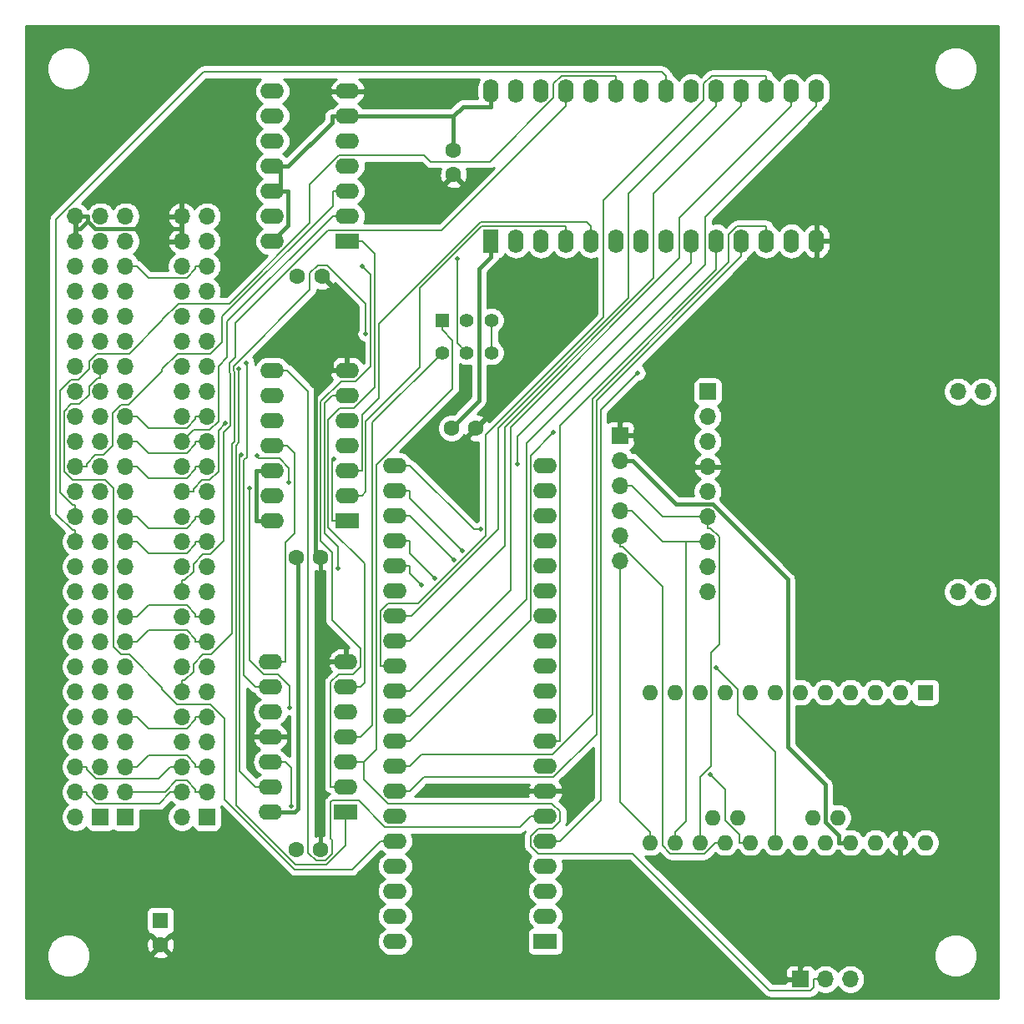
<source format=gbl>
G04 #@! TF.GenerationSoftware,KiCad,Pcbnew,(5.1.9)-1*
G04 #@! TF.CreationDate,2023-08-05T17:19:47+09:00*
G04 #@! TF.ProjectId,PC-8001_SD,50432d38-3030-4315-9f53-442e6b696361,rev?*
G04 #@! TF.SameCoordinates,PX53920b0PY93c3260*
G04 #@! TF.FileFunction,Copper,L2,Bot*
G04 #@! TF.FilePolarity,Positive*
%FSLAX46Y46*%
G04 Gerber Fmt 4.6, Leading zero omitted, Abs format (unit mm)*
G04 Created by KiCad (PCBNEW (5.1.9)-1) date 2023-08-05 17:19:47*
%MOMM*%
%LPD*%
G01*
G04 APERTURE LIST*
G04 #@! TA.AperFunction,ComponentPad*
%ADD10C,1.600000*%
G04 #@! TD*
G04 #@! TA.AperFunction,ComponentPad*
%ADD11R,1.600000X2.400000*%
G04 #@! TD*
G04 #@! TA.AperFunction,ComponentPad*
%ADD12O,1.600000X2.400000*%
G04 #@! TD*
G04 #@! TA.AperFunction,ComponentPad*
%ADD13R,2.400000X1.600000*%
G04 #@! TD*
G04 #@! TA.AperFunction,ComponentPad*
%ADD14O,2.400000X1.600000*%
G04 #@! TD*
G04 #@! TA.AperFunction,ComponentPad*
%ADD15R,1.600000X1.600000*%
G04 #@! TD*
G04 #@! TA.AperFunction,ComponentPad*
%ADD16R,1.700000X1.700000*%
G04 #@! TD*
G04 #@! TA.AperFunction,ComponentPad*
%ADD17O,1.700000X1.700000*%
G04 #@! TD*
G04 #@! TA.AperFunction,ComponentPad*
%ADD18O,1.600000X1.600000*%
G04 #@! TD*
G04 #@! TA.AperFunction,ComponentPad*
%ADD19R,1.400000X1.400000*%
G04 #@! TD*
G04 #@! TA.AperFunction,ComponentPad*
%ADD20C,1.400000*%
G04 #@! TD*
G04 #@! TA.AperFunction,ViaPad*
%ADD21C,0.500000*%
G04 #@! TD*
G04 #@! TA.AperFunction,Conductor*
%ADD22C,0.400000*%
G04 #@! TD*
G04 #@! TA.AperFunction,Conductor*
%ADD23C,0.200000*%
G04 #@! TD*
G04 #@! TA.AperFunction,Conductor*
%ADD24C,0.254000*%
G04 #@! TD*
G04 #@! TA.AperFunction,Conductor*
%ADD25C,0.100000*%
G04 #@! TD*
G04 APERTURE END LIST*
D10*
X43852000Y58522000D03*
X46352000Y58522000D03*
D11*
X47877000Y77486000D03*
D12*
X80897000Y92726000D03*
X50417000Y77486000D03*
X78357000Y92726000D03*
X52957000Y77486000D03*
X75817000Y92726000D03*
X55497000Y77486000D03*
X73277000Y92726000D03*
X58037000Y77486000D03*
X70737000Y92726000D03*
X60577000Y77486000D03*
X68197000Y92726000D03*
X63117000Y77486000D03*
X65657000Y92726000D03*
X65657000Y77486000D03*
X63117000Y92726000D03*
X68197000Y77486000D03*
X60577000Y92726000D03*
X70737000Y77486000D03*
X58037000Y92726000D03*
X73277000Y77486000D03*
X55497000Y92726000D03*
X75817000Y77486000D03*
X52957000Y92726000D03*
X78357000Y77486000D03*
X50417000Y92726000D03*
X80897000Y77486000D03*
X47877000Y92726000D03*
D13*
X53377000Y6452000D03*
D14*
X38137000Y54712000D03*
X53377000Y8992000D03*
X38137000Y52172000D03*
X53377000Y11532000D03*
X38137000Y49632000D03*
X53377000Y14072000D03*
X38137000Y47092000D03*
X53377000Y16612000D03*
X38137000Y44552000D03*
X53377000Y19152000D03*
X38137000Y42012000D03*
X53377000Y21692000D03*
X38137000Y39472000D03*
X53377000Y24232000D03*
X38137000Y36932000D03*
X53377000Y26772000D03*
X38137000Y34392000D03*
X53377000Y29312000D03*
X38137000Y31852000D03*
X53377000Y31852000D03*
X38137000Y29312000D03*
X53377000Y34392000D03*
X38137000Y26772000D03*
X53377000Y36932000D03*
X38137000Y24232000D03*
X53377000Y39472000D03*
X38137000Y21692000D03*
X53377000Y42012000D03*
X38137000Y19152000D03*
X53377000Y44552000D03*
X38137000Y16612000D03*
X53377000Y47092000D03*
X38137000Y14072000D03*
X53377000Y49632000D03*
X38137000Y11532000D03*
X53377000Y52172000D03*
X38137000Y8992000D03*
X53377000Y54712000D03*
X38137000Y6452000D03*
D10*
X44067000Y86711000D03*
X44067000Y84211000D03*
D15*
X14335000Y8570000D03*
D10*
X14335000Y6070000D03*
X30584000Y15774000D03*
X28084000Y15774000D03*
X28107000Y45403000D03*
X30607000Y45403000D03*
X30734000Y73914000D03*
X28234000Y73914000D03*
D14*
X25504000Y19584000D03*
X33124000Y34824000D03*
X25504000Y22124000D03*
X33124000Y32284000D03*
X25504000Y24664000D03*
X33124000Y29744000D03*
X25504000Y27204000D03*
X33124000Y27204000D03*
X25504000Y29744000D03*
X33124000Y24664000D03*
X25504000Y32284000D03*
X33124000Y22124000D03*
X25504000Y34824000D03*
D13*
X33124000Y19584000D03*
X33319000Y77474000D03*
D14*
X25699000Y92714000D03*
X33319000Y80014000D03*
X25699000Y90174000D03*
X33319000Y82554000D03*
X25699000Y87634000D03*
X33319000Y85094000D03*
X25699000Y85094000D03*
X33319000Y87634000D03*
X25699000Y82554000D03*
X33319000Y90174000D03*
X25699000Y80014000D03*
X33319000Y92714000D03*
X25699000Y77474000D03*
D16*
X8255000Y19050000D03*
D17*
X5715000Y19050000D03*
X8255000Y21590000D03*
X5715000Y21590000D03*
X8255000Y24130000D03*
X5715000Y24130000D03*
X8255000Y26670000D03*
X5715000Y26670000D03*
X8255000Y29210000D03*
X5715000Y29210000D03*
X8255000Y31750000D03*
X5715000Y31750000D03*
X8255000Y34290000D03*
X5715000Y34290000D03*
X8255000Y36830000D03*
X5715000Y36830000D03*
X8255000Y39370000D03*
X5715000Y39370000D03*
X8255000Y41910000D03*
X5715000Y41910000D03*
X8255000Y44450000D03*
X5715000Y44450000D03*
X8255000Y46990000D03*
X5715000Y46990000D03*
X8255000Y49530000D03*
X5715000Y49530000D03*
X8255000Y52070000D03*
X5715000Y52070000D03*
X8255000Y54610000D03*
X5715000Y54610000D03*
X8255000Y57150000D03*
X5715000Y57150000D03*
X8255000Y59690000D03*
X5715000Y59690000D03*
X8255000Y62230000D03*
X5715000Y62230000D03*
X8255000Y64770000D03*
X5715000Y64770000D03*
X8255000Y67310000D03*
X5715000Y67310000D03*
X8255000Y69850000D03*
X5715000Y69850000D03*
X8255000Y72390000D03*
X5715000Y72390000D03*
X8255000Y74930000D03*
X5715000Y74930000D03*
X8255000Y77470000D03*
X5715000Y77470000D03*
X8255000Y80010000D03*
X5715000Y80010000D03*
D16*
X10795000Y19050000D03*
D17*
X10795000Y21590000D03*
X10795000Y24130000D03*
X10795000Y26670000D03*
X10795000Y29210000D03*
X10795000Y31750000D03*
X10795000Y34290000D03*
X10795000Y36830000D03*
X10795000Y39370000D03*
X10795000Y41910000D03*
X10795000Y44450000D03*
X10795000Y46990000D03*
X10795000Y49530000D03*
X10795000Y52070000D03*
X10795000Y54610000D03*
X10795000Y57150000D03*
X10795000Y59690000D03*
X10795000Y62230000D03*
X10795000Y64770000D03*
X10795000Y67310000D03*
X10795000Y69850000D03*
X10795000Y72390000D03*
X10795000Y74930000D03*
X10795000Y77470000D03*
X10795000Y80010000D03*
D16*
X79248000Y2604000D03*
D17*
X81788000Y2604000D03*
X84328000Y2604000D03*
D13*
X33274000Y49149000D03*
D14*
X25654000Y64389000D03*
X33274000Y51689000D03*
X25654000Y61849000D03*
X33274000Y54229000D03*
X25654000Y59309000D03*
X33274000Y56769000D03*
X25654000Y56769000D03*
X33274000Y59309000D03*
X25654000Y54229000D03*
X33274000Y61849000D03*
X25654000Y51689000D03*
X33274000Y64389000D03*
X25654000Y49149000D03*
D16*
X69850000Y62230000D03*
D17*
X69850000Y59690000D03*
X69850000Y57150000D03*
X69850000Y54610000D03*
X69850000Y52070000D03*
X69850000Y49530000D03*
X69850000Y46990000D03*
X69850000Y44450000D03*
X69850000Y41910000D03*
X97790000Y41910000D03*
X95250000Y41910000D03*
X97790000Y62230000D03*
X95250000Y62230000D03*
D15*
X91935000Y31710000D03*
D18*
X89395000Y31710000D03*
X86855000Y31710000D03*
X63995000Y16470000D03*
X84315000Y31710000D03*
X66535000Y16470000D03*
X81775000Y31710000D03*
X69075000Y16470000D03*
X79235000Y31710000D03*
X71615000Y16470000D03*
X76695000Y31710000D03*
X74155000Y16470000D03*
X74155000Y31710000D03*
X76695000Y16470000D03*
X71615000Y31710000D03*
X79235000Y16470000D03*
X69075000Y31710000D03*
X81775000Y16470000D03*
X66535000Y31710000D03*
X84315000Y16470000D03*
X63995000Y31710000D03*
X86855000Y16470000D03*
X89395000Y16470000D03*
X91935000Y16470000D03*
X83045000Y19010000D03*
X80505000Y19010000D03*
X72885000Y19010000D03*
X70345000Y19010000D03*
D16*
X60960000Y57785000D03*
D17*
X60960000Y55245000D03*
X60960000Y52705000D03*
X60960000Y50165000D03*
X60960000Y47625000D03*
X60960000Y45085000D03*
D19*
X42926000Y69469000D03*
D20*
X45426000Y69469000D03*
X47926000Y69469000D03*
X42926000Y66169000D03*
X45426000Y66169000D03*
X47926000Y66169000D03*
D16*
X19050000Y19050000D03*
D17*
X16510000Y19050000D03*
X19050000Y21590000D03*
X16510000Y21590000D03*
X19050000Y24130000D03*
X16510000Y24130000D03*
X19050000Y26670000D03*
X16510000Y26670000D03*
X19050000Y29210000D03*
X16510000Y29210000D03*
X19050000Y31750000D03*
X16510000Y31750000D03*
X19050000Y34290000D03*
X16510000Y34290000D03*
X19050000Y36830000D03*
X16510000Y36830000D03*
X19050000Y39370000D03*
X16510000Y39370000D03*
X19050000Y41910000D03*
X16510000Y41910000D03*
X19050000Y44450000D03*
X16510000Y44450000D03*
X19050000Y46990000D03*
X16510000Y46990000D03*
X19050000Y49530000D03*
X16510000Y49530000D03*
X19050000Y52070000D03*
X16510000Y52070000D03*
X19050000Y54610000D03*
X16510000Y54610000D03*
X19050000Y57150000D03*
X16510000Y57150000D03*
X19050000Y59690000D03*
X16510000Y59690000D03*
X19050000Y62230000D03*
X16510000Y62230000D03*
X19050000Y64770000D03*
X16510000Y64770000D03*
X19050000Y67310000D03*
X16510000Y67310000D03*
X19050000Y69850000D03*
X16510000Y69850000D03*
X19050000Y72390000D03*
X16510000Y72390000D03*
X19050000Y74930000D03*
X16510000Y74930000D03*
X19050000Y77470000D03*
X16510000Y77470000D03*
X19050000Y80010000D03*
X16510000Y80010000D03*
D21*
X30584000Y27204000D03*
X34846000Y74959900D03*
X27608700Y20187800D03*
X54222700Y58049800D03*
X35125700Y68105700D03*
X50583200Y54890000D03*
X32321700Y44298200D03*
X20906900Y58987800D03*
X27361800Y52998600D03*
X24101400Y55686500D03*
X31923400Y55341700D03*
X27422700Y30154400D03*
X23373200Y52444800D03*
X62756500Y64131500D03*
X22534800Y55814600D03*
X22279100Y64562300D03*
X23068000Y65139200D03*
X46785300Y48237000D03*
X44988200Y46041700D03*
X44107900Y45161400D03*
X42211400Y43264900D03*
X40812300Y42582800D03*
X70104800Y23379000D03*
X70734300Y34176900D03*
X44497200Y75718700D03*
D22*
X25504000Y19584000D02*
X27104300Y19584000D01*
X28107000Y45403000D02*
X28288600Y45221400D01*
X28288600Y45221400D02*
X28288600Y19878300D01*
X28288600Y19878300D02*
X27947700Y19537400D01*
X27947700Y19537400D02*
X27150900Y19537400D01*
X27150900Y19537400D02*
X27104300Y19584000D01*
X44067000Y90174000D02*
X44067000Y86711000D01*
X47877000Y91125700D02*
X45018700Y91125700D01*
X45018700Y91125700D02*
X44067000Y90174000D01*
X44067000Y90174000D02*
X34919300Y90174000D01*
X33319000Y90174000D02*
X34919300Y90174000D01*
X26499200Y85094000D02*
X27299300Y85094000D01*
X25699000Y85094000D02*
X26499200Y85094000D01*
X26499200Y82554000D02*
X27299300Y82554000D01*
X25699000Y82554000D02*
X26499200Y82554000D01*
X26499200Y82554000D02*
X26499200Y85094000D01*
X25699000Y77474000D02*
X27299300Y79074300D01*
X27299300Y79074300D02*
X27299300Y82554000D01*
X33319000Y90174000D02*
X31718700Y90174000D01*
X31718700Y90174000D02*
X31718700Y89513400D01*
X31718700Y89513400D02*
X27299300Y85094000D01*
X25654000Y54229000D02*
X24053700Y54229000D01*
X24053700Y49149000D02*
X24053700Y54229000D01*
X25654000Y49149000D02*
X24053700Y49149000D01*
X84315000Y16470000D02*
X83114700Y16470000D01*
X60960000Y55245000D02*
X62210300Y55245000D01*
X62210300Y55245000D02*
X66655300Y50800000D01*
X66655300Y50800000D02*
X70349400Y50800000D01*
X70349400Y50800000D02*
X77965000Y43184400D01*
X77965000Y43184400D02*
X77965000Y26130200D01*
X77965000Y26130200D02*
X81775000Y22320200D01*
X81775000Y22320200D02*
X81775000Y18574200D01*
X81775000Y18574200D02*
X83114700Y17234500D01*
X83114700Y17234500D02*
X83114700Y16470000D01*
X47877000Y92726000D02*
X47877000Y91125700D01*
X47877000Y77486000D02*
X47877000Y75885700D01*
X43852000Y58522000D02*
X46676700Y61346700D01*
X46676700Y61346700D02*
X46676700Y74685400D01*
X46676700Y74685400D02*
X47877000Y75885700D01*
X6965300Y79491900D02*
X6965300Y80010000D01*
X16510000Y78740000D02*
X7717200Y78740000D01*
X7717200Y78740000D02*
X6965300Y79491900D01*
X6965300Y79491900D02*
X6193700Y78720300D01*
X6193700Y78720300D02*
X5715000Y78720300D01*
X5715000Y77470000D02*
X5715000Y78720300D01*
X16510000Y78740000D02*
X16510000Y77470000D01*
X16510000Y80010000D02*
X16510000Y78740000D01*
X5715000Y80010000D02*
X6965300Y80010000D01*
X31673700Y64389000D02*
X30072100Y62787400D01*
X30072100Y62787400D02*
X30072100Y45937900D01*
X30072100Y45937900D02*
X30607000Y45403000D01*
X31523700Y34824000D02*
X30584000Y33884300D01*
X30584000Y33884300D02*
X30584000Y27204000D01*
X30607000Y45403000D02*
X30607000Y35740700D01*
X30607000Y35740700D02*
X31523700Y34824000D01*
X30584000Y15774000D02*
X30584000Y27204000D01*
X33124000Y34824000D02*
X31523700Y34824000D01*
X79248000Y2604000D02*
X79248000Y3854300D01*
X89395000Y16470000D02*
X89395000Y14001300D01*
X89395000Y14001300D02*
X79248000Y3854300D01*
X65424700Y57785000D02*
X68599700Y54610000D01*
X60960000Y57785000D02*
X65424700Y57785000D01*
X65424700Y57785000D02*
X65424700Y60413400D01*
X65424700Y60413400D02*
X80897000Y75885700D01*
X80897000Y77486000D02*
X80897000Y75885700D01*
X69850000Y54610000D02*
X68599700Y54610000D01*
X31846300Y64389000D02*
X31673700Y64389000D01*
X33274000Y64389000D02*
X31846300Y64389000D01*
X31673700Y64389000D02*
X31673700Y72974300D01*
X31673700Y72974300D02*
X30734000Y73914000D01*
D23*
X33124000Y22124000D02*
X31623700Y22124000D01*
X34846000Y74959900D02*
X35676000Y74129900D01*
X35676000Y74129900D02*
X35676000Y64802800D01*
X35676000Y64802800D02*
X34161800Y63288600D01*
X34161800Y63288600D02*
X32647000Y63288600D01*
X32647000Y63288600D02*
X30572400Y61214000D01*
X30572400Y61214000D02*
X30572400Y47071100D01*
X30572400Y47071100D02*
X31741700Y45901800D01*
X31741700Y45901800D02*
X31741700Y39006800D01*
X31741700Y39006800D02*
X34624300Y36124200D01*
X34624300Y36124200D02*
X34624300Y34325300D01*
X34624300Y34325300D02*
X33853000Y33554000D01*
X33853000Y33554000D02*
X32416000Y33554000D01*
X32416000Y33554000D02*
X31623700Y32761700D01*
X31623700Y32761700D02*
X31623700Y22124000D01*
X25504000Y24664000D02*
X27004300Y24664000D01*
X27004300Y24664000D02*
X27608700Y24059600D01*
X27608700Y24059600D02*
X27608700Y20187800D01*
X34624300Y32284000D02*
X35024600Y32684300D01*
X35024600Y32684300D02*
X35024600Y44800900D01*
X35024600Y44800900D02*
X31373000Y48452500D01*
X31373000Y48452500D02*
X31373000Y59394200D01*
X31373000Y59394200D02*
X32557800Y60579000D01*
X32557800Y60579000D02*
X33976200Y60579000D01*
X33976200Y60579000D02*
X36076300Y62679100D01*
X36076300Y62679100D02*
X36076300Y76217000D01*
X36076300Y76217000D02*
X34819300Y77474000D01*
X33124000Y32284000D02*
X34624300Y32284000D01*
X33319000Y77474000D02*
X34819300Y77474000D01*
X39637300Y21692000D02*
X41056300Y23111000D01*
X41056300Y23111000D02*
X54214400Y23111000D01*
X54214400Y23111000D02*
X58572900Y27469500D01*
X58572900Y27469500D02*
X58572900Y61281600D01*
X58572900Y61281600D02*
X73277000Y75985700D01*
X73277000Y77486000D02*
X73277000Y75985700D01*
X38137000Y21692000D02*
X39637300Y21692000D01*
X19050000Y21590000D02*
X17899700Y21590000D01*
X17899700Y21590000D02*
X17899700Y21877600D01*
X17899700Y21877600D02*
X17018000Y22759300D01*
X17018000Y22759300D02*
X15962700Y22759300D01*
X15962700Y22759300D02*
X14793400Y21590000D01*
X14793400Y21590000D02*
X10795000Y21590000D01*
X39637300Y24232000D02*
X40850100Y25444800D01*
X40850100Y25444800D02*
X54147600Y25444800D01*
X54147600Y25444800D02*
X58144400Y29441600D01*
X58144400Y29441600D02*
X58144400Y61466100D01*
X58144400Y61466100D02*
X72007000Y75328700D01*
X72007000Y75328700D02*
X72007000Y78179700D01*
X72007000Y78179700D02*
X72813600Y78986300D01*
X72813600Y78986300D02*
X75817000Y78986300D01*
X75817000Y77486000D02*
X75817000Y78986300D01*
X38137000Y24232000D02*
X39637300Y24232000D01*
X10795000Y24130000D02*
X11945300Y24130000D01*
X19050000Y24130000D02*
X17899700Y24130000D01*
X17899700Y24130000D02*
X17899700Y24417600D01*
X17899700Y24417600D02*
X17029400Y25287900D01*
X17029400Y25287900D02*
X13103200Y25287900D01*
X13103200Y25287900D02*
X11945300Y24130000D01*
X38137000Y26772000D02*
X39637300Y26772000D01*
X39637300Y26772000D02*
X51876600Y39011300D01*
X51876600Y39011300D02*
X51876600Y55703700D01*
X51876600Y55703700D02*
X54222700Y58049800D01*
X80897000Y91225700D02*
X69596400Y79925100D01*
X69596400Y79925100D02*
X69596400Y75119600D01*
X69596400Y75119600D02*
X51476300Y56999500D01*
X51476300Y56999500D02*
X51476300Y41151000D01*
X51476300Y41151000D02*
X39637300Y29312000D01*
X38137000Y29312000D02*
X39637300Y29312000D01*
X80897000Y92726000D02*
X80897000Y91225700D01*
X10795000Y29210000D02*
X11945300Y29210000D01*
X19050000Y29210000D02*
X17899700Y29210000D01*
X17899700Y29210000D02*
X17899700Y28922400D01*
X17899700Y28922400D02*
X16996700Y28019400D01*
X16996700Y28019400D02*
X13135900Y28019400D01*
X13135900Y28019400D02*
X11945300Y29210000D01*
X39637300Y31852000D02*
X49842400Y42057100D01*
X49842400Y42057100D02*
X49842400Y58620700D01*
X49842400Y58620700D02*
X66997700Y75776000D01*
X66997700Y75776000D02*
X66997700Y79866400D01*
X66997700Y79866400D02*
X78357000Y91225700D01*
X78357000Y92726000D02*
X78357000Y91225700D01*
X38137000Y31852000D02*
X39637300Y31852000D01*
X16510000Y32900300D02*
X16797700Y32900300D01*
X16797700Y32900300D02*
X17660300Y33762900D01*
X17660300Y33762900D02*
X17660300Y34588800D01*
X17660300Y34588800D02*
X18631500Y35560000D01*
X18631500Y35560000D02*
X19466600Y35560000D01*
X19466600Y35560000D02*
X21584100Y37677500D01*
X21584100Y37677500D02*
X21584100Y56919000D01*
X21584100Y56919000D02*
X21857500Y57192400D01*
X21857500Y57192400D02*
X21857500Y64205700D01*
X21857500Y64205700D02*
X21728800Y64334400D01*
X21728800Y64334400D02*
X21728800Y64790200D01*
X21728800Y64790200D02*
X29484000Y72545400D01*
X29484000Y72545400D02*
X29484000Y74225200D01*
X29484000Y74225200D02*
X30279000Y75020200D01*
X30279000Y75020200D02*
X31244700Y75020200D01*
X31244700Y75020200D02*
X35125700Y71139200D01*
X35125700Y71139200D02*
X35125700Y68105700D01*
X16510000Y31750000D02*
X16510000Y32900300D01*
X75817000Y92726000D02*
X75817000Y94226300D01*
X38137000Y34392000D02*
X36636700Y34392000D01*
X36636700Y34392000D02*
X36636700Y39951400D01*
X36636700Y39951400D02*
X37427300Y40742000D01*
X37427300Y40742000D02*
X40482700Y40742000D01*
X40482700Y40742000D02*
X47335700Y47595000D01*
X47335700Y47595000D02*
X47335700Y57812500D01*
X47335700Y57812500D02*
X59307000Y69783800D01*
X59307000Y69783800D02*
X59307000Y81635800D01*
X59307000Y81635800D02*
X69467000Y91795800D01*
X69467000Y91795800D02*
X69467000Y93453000D01*
X69467000Y93453000D02*
X70240300Y94226300D01*
X70240300Y94226300D02*
X75817000Y94226300D01*
X39637300Y36932000D02*
X49241900Y46536600D01*
X49241900Y46536600D02*
X49241900Y58586300D01*
X49241900Y58586300D02*
X64387000Y73731400D01*
X64387000Y73731400D02*
X64387000Y82335700D01*
X64387000Y82335700D02*
X73277000Y91225700D01*
X73277000Y92726000D02*
X73277000Y91225700D01*
X38137000Y36932000D02*
X39637300Y36932000D01*
X10795000Y36830000D02*
X11945300Y36830000D01*
X19050000Y36830000D02*
X17899700Y36830000D01*
X17899700Y36830000D02*
X17899700Y37117600D01*
X17899700Y37117600D02*
X16996700Y38020600D01*
X16996700Y38020600D02*
X13135900Y38020600D01*
X13135900Y38020600D02*
X11945300Y36830000D01*
X39637300Y39472000D02*
X39778800Y39472000D01*
X39778800Y39472000D02*
X48607000Y48300200D01*
X48607000Y48300200D02*
X48607000Y58517600D01*
X48607000Y58517600D02*
X61847000Y71757600D01*
X61847000Y71757600D02*
X61847000Y82335700D01*
X61847000Y82335700D02*
X70737000Y91225700D01*
X10795000Y39370000D02*
X11945300Y39370000D01*
X19050000Y39370000D02*
X17899700Y39370000D01*
X17899700Y39370000D02*
X17899700Y39657600D01*
X17899700Y39657600D02*
X17029400Y40527900D01*
X17029400Y40527900D02*
X13103200Y40527900D01*
X13103200Y40527900D02*
X11945300Y39370000D01*
X38137000Y39472000D02*
X39637300Y39472000D01*
X70737000Y92726000D02*
X70737000Y91225700D01*
X53377000Y26772000D02*
X54877300Y26772000D01*
X54877300Y26772000D02*
X54877300Y58765300D01*
X54877300Y58765300D02*
X70737000Y74625000D01*
X70737000Y74625000D02*
X70737000Y77486000D01*
X16510000Y43060300D02*
X16797700Y43060300D01*
X16797700Y43060300D02*
X17660300Y43922900D01*
X17660300Y43922900D02*
X17660300Y44748800D01*
X17660300Y44748800D02*
X18631500Y45720000D01*
X18631500Y45720000D02*
X19416000Y45720000D01*
X19416000Y45720000D02*
X20783500Y47087500D01*
X20783500Y47087500D02*
X20783500Y58086100D01*
X20783500Y58086100D02*
X21457200Y58759800D01*
X21457200Y58759800D02*
X21457200Y64039900D01*
X21457200Y64039900D02*
X21328500Y64168600D01*
X21328500Y64168600D02*
X21328500Y65112400D01*
X21328500Y65112400D02*
X21929000Y65712900D01*
X21929000Y65712900D02*
X21929000Y69181300D01*
X21929000Y69181300D02*
X31350100Y78602400D01*
X31350100Y78602400D02*
X42873700Y78602400D01*
X42873700Y78602400D02*
X55497000Y91225700D01*
X55497000Y92726000D02*
X55497000Y91225700D01*
X16510000Y41910000D02*
X16510000Y43060300D01*
X50583200Y54890000D02*
X50583200Y57663200D01*
X50583200Y57663200D02*
X68197000Y75277000D01*
X68197000Y75277000D02*
X68197000Y77486000D01*
X10795000Y46990000D02*
X11945300Y46990000D01*
X19050000Y46990000D02*
X17899700Y46990000D01*
X17899700Y46990000D02*
X17899700Y46702400D01*
X17899700Y46702400D02*
X17029400Y45832100D01*
X17029400Y45832100D02*
X13103200Y45832100D01*
X13103200Y45832100D02*
X11945300Y46990000D01*
X32321700Y44298200D02*
X32321700Y46454200D01*
X32321700Y46454200D02*
X30972700Y47803200D01*
X30972700Y47803200D02*
X30972700Y61048000D01*
X30972700Y61048000D02*
X31773700Y61849000D01*
X33274000Y61849000D02*
X31773700Y61849000D01*
X65657000Y94226300D02*
X65226300Y94657000D01*
X65226300Y94657000D02*
X18693100Y94657000D01*
X18693100Y94657000D02*
X3746900Y79710800D01*
X3746900Y79710800D02*
X3746900Y49820800D01*
X3746900Y49820800D02*
X5427400Y48140300D01*
X5427400Y48140300D02*
X5715000Y48140300D01*
X65657000Y92726000D02*
X65657000Y94226300D01*
X5715000Y46990000D02*
X5715000Y48140300D01*
X10795000Y49530000D02*
X11945300Y49530000D01*
X19050000Y49530000D02*
X17899700Y49530000D01*
X17899700Y49530000D02*
X17899700Y49242400D01*
X17899700Y49242400D02*
X16996700Y48339400D01*
X16996700Y48339400D02*
X13135900Y48339400D01*
X13135900Y48339400D02*
X11945300Y49530000D01*
X60577000Y94226300D02*
X55009200Y94226300D01*
X55009200Y94226300D02*
X54227000Y93444100D01*
X54227000Y93444100D02*
X54227000Y92025500D01*
X54227000Y92025500D02*
X47755200Y85553700D01*
X47755200Y85553700D02*
X41734800Y85553700D01*
X41734800Y85553700D02*
X41086300Y86202200D01*
X41086300Y86202200D02*
X32457400Y86202200D01*
X32457400Y86202200D02*
X29509000Y83253800D01*
X29509000Y83253800D02*
X29509000Y79325600D01*
X29509000Y79325600D02*
X21303400Y71120000D01*
X21303400Y71120000D02*
X16142500Y71120000D01*
X16142500Y71120000D02*
X14526600Y69504100D01*
X14526600Y69504100D02*
X14526600Y69396200D01*
X14526600Y69396200D02*
X11170400Y66040000D01*
X11170400Y66040000D02*
X7876800Y66040000D01*
X7876800Y66040000D02*
X7104600Y65267800D01*
X7104600Y65267800D02*
X7104600Y64495400D01*
X7104600Y64495400D02*
X5989600Y63380400D01*
X5989600Y63380400D02*
X5214500Y63380400D01*
X5214500Y63380400D02*
X4147200Y62313100D01*
X4147200Y62313100D02*
X4147200Y51960500D01*
X4147200Y51960500D02*
X5427400Y50680300D01*
X5427400Y50680300D02*
X5715000Y50680300D01*
X60577000Y92726000D02*
X60577000Y94226300D01*
X5715000Y49530000D02*
X5715000Y50680300D01*
X16510000Y52070000D02*
X17660300Y52070000D01*
X17660300Y52070000D02*
X17660300Y52357700D01*
X17660300Y52357700D02*
X18522900Y53220300D01*
X18522900Y53220300D02*
X19327200Y53220300D01*
X19327200Y53220300D02*
X20200400Y54093500D01*
X20200400Y54093500D02*
X20200400Y58281300D01*
X20200400Y58281300D02*
X20906900Y58987800D01*
X58037000Y77486000D02*
X58037000Y78986300D01*
X33274000Y54229000D02*
X34774300Y54229000D01*
X34774300Y54229000D02*
X34774300Y59896700D01*
X34774300Y59896700D02*
X36476700Y61599100D01*
X36476700Y61599100D02*
X36476700Y69092900D01*
X36476700Y69092900D02*
X46811100Y79427300D01*
X46811100Y79427300D02*
X57596000Y79427300D01*
X57596000Y79427300D02*
X58037000Y78986300D01*
X10795000Y54610000D02*
X11945300Y54610000D01*
X19050000Y54610000D02*
X17899700Y54610000D01*
X17899700Y54610000D02*
X17899700Y54322400D01*
X17899700Y54322400D02*
X17029400Y53452100D01*
X17029400Y53452100D02*
X13103200Y53452100D01*
X13103200Y53452100D02*
X11945300Y54610000D01*
X33319000Y82554000D02*
X31818700Y82554000D01*
X5715000Y54610000D02*
X6865300Y54610000D01*
X6865300Y54610000D02*
X6865300Y54897700D01*
X6865300Y54897700D02*
X7727900Y55760300D01*
X7727900Y55760300D02*
X8529400Y55760300D01*
X8529400Y55760300D02*
X9525000Y56755900D01*
X9525000Y56755900D02*
X9525000Y60065900D01*
X9525000Y60065900D02*
X10299500Y60840400D01*
X10299500Y60840400D02*
X11087900Y60840400D01*
X11087900Y60840400D02*
X14526600Y64279100D01*
X14526600Y64279100D02*
X14526600Y64499300D01*
X14526600Y64499300D02*
X16067300Y66040000D01*
X16067300Y66040000D02*
X19421000Y66040000D01*
X19421000Y66040000D02*
X20605900Y67224900D01*
X20605900Y67224900D02*
X20605900Y69840900D01*
X20605900Y69840900D02*
X31818700Y81053700D01*
X31818700Y81053700D02*
X31818700Y82554000D01*
X34774300Y51689000D02*
X35174700Y52089400D01*
X35174700Y52089400D02*
X35174700Y59217100D01*
X35174700Y59217100D02*
X40667900Y64710300D01*
X40667900Y64710300D02*
X40667900Y72705500D01*
X40667900Y72705500D02*
X46948700Y78986300D01*
X46948700Y78986300D02*
X55497000Y78986300D01*
X55497000Y77486000D02*
X55497000Y78986300D01*
X33274000Y51689000D02*
X34774300Y51689000D01*
X27361800Y52998600D02*
X27361800Y54488700D01*
X27361800Y54488700D02*
X26396900Y55453600D01*
X26396900Y55453600D02*
X24334300Y55453600D01*
X24334300Y55453600D02*
X24101400Y55686500D01*
X10795000Y57150000D02*
X11945300Y57150000D01*
X19050000Y57150000D02*
X17899700Y57150000D01*
X17899700Y57150000D02*
X17899700Y56862400D01*
X17899700Y56862400D02*
X17029400Y55992100D01*
X17029400Y55992100D02*
X13103200Y55992100D01*
X13103200Y55992100D02*
X11945300Y57150000D01*
X16510000Y57150000D02*
X17660400Y58300400D01*
X17660400Y58300400D02*
X19287400Y58300400D01*
X19287400Y58300400D02*
X20200400Y59213400D01*
X20200400Y59213400D02*
X20200400Y64750400D01*
X20200400Y64750400D02*
X21128400Y65678400D01*
X21128400Y65678400D02*
X21128400Y69323700D01*
X21128400Y69323700D02*
X31818700Y80014000D01*
X33319000Y80014000D02*
X31818700Y80014000D01*
X31773700Y49149000D02*
X31773700Y55192000D01*
X31773700Y55192000D02*
X31923400Y55341700D01*
X33274000Y49149000D02*
X31773700Y49149000D01*
X17899700Y59690000D02*
X17899700Y59402400D01*
X17899700Y59402400D02*
X17029400Y58532100D01*
X17029400Y58532100D02*
X13103200Y58532100D01*
X13103200Y58532100D02*
X11945300Y59690000D01*
X10795000Y59690000D02*
X11945300Y59690000D01*
X19050000Y59690000D02*
X17899700Y59690000D01*
X27422700Y30154400D02*
X27422700Y32357500D01*
X27422700Y32357500D02*
X26226200Y33554000D01*
X26226200Y33554000D02*
X24815200Y33554000D01*
X24815200Y33554000D02*
X23373200Y34996000D01*
X23373200Y34996000D02*
X23373200Y52444800D01*
X54877300Y16612000D02*
X58990000Y20724700D01*
X58990000Y20724700D02*
X58990000Y60365000D01*
X58990000Y60365000D02*
X62756500Y64131500D01*
X53377000Y16612000D02*
X54877300Y16612000D01*
X24003700Y22124000D02*
X22384700Y23743000D01*
X22384700Y23743000D02*
X22384700Y55664500D01*
X22384700Y55664500D02*
X22534800Y55814600D01*
X25504000Y22124000D02*
X24003700Y22124000D01*
X38137000Y16612000D02*
X36636700Y16612000D01*
X8255000Y64770000D02*
X8255000Y63619700D01*
X8255000Y63619700D02*
X7967300Y63619700D01*
X7967300Y63619700D02*
X7104700Y62757100D01*
X7104700Y62757100D02*
X7104700Y61931200D01*
X7104700Y61931200D02*
X6133500Y60960000D01*
X6133500Y60960000D02*
X5282700Y60960000D01*
X5282700Y60960000D02*
X4547500Y60224800D01*
X4547500Y60224800D02*
X4547500Y54078800D01*
X4547500Y54078800D02*
X5405900Y53220400D01*
X5405900Y53220400D02*
X8752700Y53220400D01*
X8752700Y53220400D02*
X9584700Y52388400D01*
X9584700Y52388400D02*
X9584700Y36339900D01*
X9584700Y36339900D02*
X10364800Y35559800D01*
X10364800Y35559800D02*
X11182200Y35559800D01*
X11182200Y35559800D02*
X14526600Y32215400D01*
X14526600Y32215400D02*
X14526600Y31998400D01*
X14526600Y31998400D02*
X16045000Y30480000D01*
X16045000Y30480000D02*
X19421300Y30480000D01*
X19421300Y30480000D02*
X20873600Y29027700D01*
X20873600Y29027700D02*
X20873600Y20805800D01*
X20873600Y20805800D02*
X27922500Y13756900D01*
X27922500Y13756900D02*
X33781600Y13756900D01*
X33781600Y13756900D02*
X36636700Y16612000D01*
X33124000Y19584000D02*
X33124000Y16152400D01*
X33124000Y16152400D02*
X31199200Y14227600D01*
X31199200Y14227600D02*
X28018100Y14227600D01*
X28018100Y14227600D02*
X21984400Y20261300D01*
X21984400Y20261300D02*
X21984400Y56753200D01*
X21984400Y56753200D02*
X22279100Y57047900D01*
X22279100Y57047900D02*
X22279100Y64562300D01*
X24003700Y32284000D02*
X22797400Y33490300D01*
X22797400Y33490300D02*
X22797400Y55298900D01*
X22797400Y55298900D02*
X23085100Y55586600D01*
X23085100Y55586600D02*
X23085100Y65122100D01*
X23085100Y65122100D02*
X23068000Y65139200D01*
X25504000Y32284000D02*
X24003700Y32284000D01*
X27004300Y34824000D02*
X27004300Y46924000D01*
X27004300Y46924000D02*
X27912100Y47831800D01*
X27912100Y47831800D02*
X27912100Y56011200D01*
X27912100Y56011200D02*
X27154300Y56769000D01*
X25504000Y34824000D02*
X27004300Y34824000D01*
X25654000Y56769000D02*
X27154300Y56769000D01*
X53377000Y19152000D02*
X51876700Y19152000D01*
X25654000Y64389000D02*
X27154300Y64389000D01*
X27154300Y64389000D02*
X29334000Y62209300D01*
X29334000Y62209300D02*
X29334000Y15456400D01*
X29334000Y15456400D02*
X30147700Y14642700D01*
X30147700Y14642700D02*
X31041200Y14642700D01*
X31041200Y14642700D02*
X31723800Y15325300D01*
X31723800Y15325300D02*
X31723800Y16774200D01*
X31723800Y16774200D02*
X31623600Y16874400D01*
X31623600Y16874400D02*
X31623600Y20576000D01*
X31623600Y20576000D02*
X31760000Y20712400D01*
X31760000Y20712400D02*
X34459300Y20712400D01*
X34459300Y20712400D02*
X37130900Y18040800D01*
X37130900Y18040800D02*
X50765500Y18040800D01*
X50765500Y18040800D02*
X51876700Y19152000D01*
X38137000Y54712000D02*
X39637300Y54712000D01*
X46785300Y48237000D02*
X46112300Y48237000D01*
X46112300Y48237000D02*
X39637300Y54712000D01*
X44988200Y46041700D02*
X39637300Y51392600D01*
X39637300Y51392600D02*
X39637300Y52172000D01*
X38137000Y52172000D02*
X39637300Y52172000D01*
X44107900Y45161400D02*
X39637300Y49632000D01*
X38137000Y49632000D02*
X39637300Y49632000D01*
X42211400Y43264900D02*
X39637300Y45839000D01*
X39637300Y45839000D02*
X39637300Y47092000D01*
X38137000Y47092000D02*
X39637300Y47092000D01*
X38137000Y44552000D02*
X39637300Y44552000D01*
X40812300Y42582800D02*
X39637300Y43757800D01*
X39637300Y43757800D02*
X39637300Y44552000D01*
X74155000Y16470000D02*
X73054700Y16470000D01*
X73054700Y16470000D02*
X73054700Y17252700D01*
X73054700Y17252700D02*
X71615000Y18692400D01*
X71615000Y18692400D02*
X71615000Y21868800D01*
X71615000Y21868800D02*
X70104800Y23379000D01*
X76695000Y16470000D02*
X76695000Y25658700D01*
X76695000Y25658700D02*
X72885000Y29468700D01*
X72885000Y29468700D02*
X72885000Y32026200D01*
X72885000Y32026200D02*
X70734300Y34176900D01*
X71615000Y16470000D02*
X70514700Y16470000D01*
X70514700Y16470000D02*
X70514700Y16332500D01*
X70514700Y16332500D02*
X69528200Y15346000D01*
X69528200Y15346000D02*
X66075700Y15346000D01*
X66075700Y15346000D02*
X65265000Y16156700D01*
X65265000Y16156700D02*
X65265000Y42457300D01*
X65265000Y42457300D02*
X61247600Y46474700D01*
X61247600Y46474700D02*
X60960000Y46474700D01*
X60960000Y47625000D02*
X60960000Y46474700D01*
X69850000Y48379700D02*
X70137600Y48379700D01*
X70137600Y48379700D02*
X71034300Y47483000D01*
X71034300Y47483000D02*
X71034300Y36560400D01*
X71034300Y36560400D02*
X70175500Y35701600D01*
X70175500Y35701600D02*
X70175500Y24227900D01*
X70175500Y24227900D02*
X69075000Y23127400D01*
X69075000Y23127400D02*
X69075000Y16470000D01*
X69850000Y49530000D02*
X69850000Y48379700D01*
X62110300Y52705000D02*
X65285300Y49530000D01*
X65285300Y49530000D02*
X69850000Y49530000D01*
X60960000Y52705000D02*
X62110300Y52705000D01*
X67635300Y46990000D02*
X69850000Y46990000D01*
X62110300Y50165000D02*
X65285300Y46990000D01*
X65285300Y46990000D02*
X67635300Y46990000D01*
X66535000Y17570300D02*
X67635300Y18670600D01*
X67635300Y18670600D02*
X67635300Y46990000D01*
X66535000Y16470000D02*
X66535000Y17570300D01*
X60960000Y50165000D02*
X62110300Y50165000D01*
X60960000Y45085000D02*
X60960000Y43934700D01*
X60960000Y43934700D02*
X60960000Y20605300D01*
X60960000Y20605300D02*
X63995000Y17570300D01*
X63995000Y16470000D02*
X63995000Y17570300D01*
X42926000Y68468700D02*
X43967900Y67426800D01*
X43967900Y67426800D02*
X43967900Y62499000D01*
X43967900Y62499000D02*
X36225500Y54756600D01*
X36225500Y54756600D02*
X36225500Y25940800D01*
X36225500Y25940800D02*
X34948700Y24664000D01*
X34948700Y24664000D02*
X34948700Y22891200D01*
X34948700Y22891200D02*
X37417900Y20422000D01*
X37417900Y20422000D02*
X54063700Y20422000D01*
X54063700Y20422000D02*
X54877400Y19608300D01*
X54877400Y19608300D02*
X54877400Y18669000D01*
X54877400Y18669000D02*
X54090400Y17882000D01*
X54090400Y17882000D02*
X52690300Y17882000D01*
X52690300Y17882000D02*
X51876600Y17068300D01*
X51876600Y17068300D02*
X51876600Y16129000D01*
X51876600Y16129000D02*
X52636000Y15369600D01*
X52636000Y15369600D02*
X62236900Y15369600D01*
X62236900Y15369600D02*
X76152900Y1453600D01*
X76152900Y1453600D02*
X80300800Y1453600D01*
X80300800Y1453600D02*
X80637700Y1790500D01*
X80637700Y1790500D02*
X80637700Y2604000D01*
X34948700Y24664000D02*
X34624300Y24664000D01*
X81788000Y2604000D02*
X80637700Y2604000D01*
X33124000Y24664000D02*
X34624300Y24664000D01*
X42926000Y69469000D02*
X42926000Y68468700D01*
X47926000Y66169000D02*
X47926000Y69469000D01*
X34624300Y27204000D02*
X35825100Y28404800D01*
X35825100Y28404800D02*
X35825100Y59068100D01*
X35825100Y59068100D02*
X42926000Y66169000D01*
X33124000Y27204000D02*
X34624300Y27204000D01*
X45426000Y66169000D02*
X44425600Y67169400D01*
X44425600Y67169400D02*
X44425600Y75647100D01*
X44425600Y75647100D02*
X44497200Y75718700D01*
X5715000Y21590000D02*
X6865300Y21590000D01*
X16510000Y21590000D02*
X15359700Y21590000D01*
X15359700Y21590000D02*
X14204900Y20435200D01*
X14204900Y20435200D02*
X7781700Y20435200D01*
X7781700Y20435200D02*
X6865300Y21351600D01*
X6865300Y21351600D02*
X6865300Y21590000D01*
X5715000Y24130000D02*
X6865300Y24130000D01*
X16510000Y24130000D02*
X15359700Y24130000D01*
X15359700Y24130000D02*
X14169100Y22939400D01*
X14169100Y22939400D02*
X7817500Y22939400D01*
X7817500Y22939400D02*
X6865300Y23891600D01*
X6865300Y23891600D02*
X6865300Y24130000D01*
X10795000Y74930000D02*
X11945300Y74930000D01*
X19050000Y74930000D02*
X17899700Y74930000D01*
X17899700Y74930000D02*
X17899700Y74642400D01*
X17899700Y74642400D02*
X17029400Y73772100D01*
X17029400Y73772100D02*
X13103200Y73772100D01*
X13103200Y73772100D02*
X11945300Y74930000D01*
D24*
X99340000Y660000D02*
X660000Y660000D01*
X660000Y5220128D01*
X2765000Y5220128D01*
X2765000Y4779872D01*
X2850890Y4348075D01*
X3019369Y3941331D01*
X3263962Y3575271D01*
X3575271Y3263962D01*
X3941331Y3019369D01*
X4348075Y2850890D01*
X4779872Y2765000D01*
X5220128Y2765000D01*
X5651925Y2850890D01*
X6058669Y3019369D01*
X6424729Y3263962D01*
X6736038Y3575271D01*
X6980631Y3941331D01*
X7149110Y4348075D01*
X7235000Y4779872D01*
X7235000Y5077298D01*
X13521903Y5077298D01*
X13593486Y4833329D01*
X13848996Y4712429D01*
X14123184Y4643700D01*
X14405512Y4629783D01*
X14685130Y4671213D01*
X14951292Y4766397D01*
X15076514Y4833329D01*
X15148097Y5077298D01*
X14335000Y5890395D01*
X13521903Y5077298D01*
X7235000Y5077298D01*
X7235000Y5220128D01*
X7149110Y5651925D01*
X7005145Y5999488D01*
X12894783Y5999488D01*
X12936213Y5719870D01*
X13031397Y5453708D01*
X13098329Y5328486D01*
X13342298Y5256903D01*
X14155395Y6070000D01*
X14514605Y6070000D01*
X15327702Y5256903D01*
X15571671Y5328486D01*
X15692571Y5583996D01*
X15761300Y5858184D01*
X15775217Y6140512D01*
X15733787Y6420130D01*
X15638603Y6686292D01*
X15571671Y6811514D01*
X15327702Y6883097D01*
X14514605Y6070000D01*
X14155395Y6070000D01*
X13342298Y6883097D01*
X13098329Y6811514D01*
X12977429Y6556004D01*
X12908700Y6281816D01*
X12894783Y5999488D01*
X7005145Y5999488D01*
X6980631Y6058669D01*
X6736038Y6424729D01*
X6424729Y6736038D01*
X6058669Y6980631D01*
X5651925Y7149110D01*
X5220128Y7235000D01*
X4779872Y7235000D01*
X4348075Y7149110D01*
X3941331Y6980631D01*
X3575271Y6736038D01*
X3263962Y6424729D01*
X3019369Y6058669D01*
X2850890Y5651925D01*
X2765000Y5220128D01*
X660000Y5220128D01*
X660000Y9370000D01*
X12896928Y9370000D01*
X12896928Y7770000D01*
X12909188Y7645518D01*
X12945498Y7525820D01*
X13004463Y7415506D01*
X13083815Y7318815D01*
X13180506Y7239463D01*
X13290820Y7180498D01*
X13410518Y7144188D01*
X13535000Y7131928D01*
X13542215Y7131928D01*
X13521903Y7062702D01*
X14335000Y6249605D01*
X15148097Y7062702D01*
X15127785Y7131928D01*
X15135000Y7131928D01*
X15259482Y7144188D01*
X15379180Y7180498D01*
X15489494Y7239463D01*
X15586185Y7318815D01*
X15665537Y7415506D01*
X15724502Y7525820D01*
X15760812Y7645518D01*
X15773072Y7770000D01*
X15773072Y9370000D01*
X15760812Y9494482D01*
X15724502Y9614180D01*
X15665537Y9724494D01*
X15586185Y9821185D01*
X15489494Y9900537D01*
X15379180Y9959502D01*
X15259482Y9995812D01*
X15135000Y10008072D01*
X13535000Y10008072D01*
X13410518Y9995812D01*
X13290820Y9959502D01*
X13180506Y9900537D01*
X13083815Y9821185D01*
X13004463Y9724494D01*
X12945498Y9614180D01*
X12909188Y9494482D01*
X12896928Y9370000D01*
X660000Y9370000D01*
X660000Y79710800D01*
X3008344Y79710800D01*
X3011900Y79674695D01*
X3011901Y49856915D01*
X3008344Y49820800D01*
X3022535Y49676715D01*
X3064564Y49538167D01*
X3132814Y49410480D01*
X3224663Y49298562D01*
X3252708Y49275546D01*
X4576573Y47951680D01*
X4561525Y47936632D01*
X4399010Y47693411D01*
X4287068Y47423158D01*
X4230000Y47136260D01*
X4230000Y46843740D01*
X4287068Y46556842D01*
X4399010Y46286589D01*
X4561525Y46043368D01*
X4768368Y45836525D01*
X4942760Y45720000D01*
X4768368Y45603475D01*
X4561525Y45396632D01*
X4399010Y45153411D01*
X4287068Y44883158D01*
X4230000Y44596260D01*
X4230000Y44303740D01*
X4287068Y44016842D01*
X4399010Y43746589D01*
X4561525Y43503368D01*
X4768368Y43296525D01*
X4942760Y43180000D01*
X4768368Y43063475D01*
X4561525Y42856632D01*
X4399010Y42613411D01*
X4287068Y42343158D01*
X4230000Y42056260D01*
X4230000Y41763740D01*
X4287068Y41476842D01*
X4399010Y41206589D01*
X4561525Y40963368D01*
X4768368Y40756525D01*
X4942760Y40640000D01*
X4768368Y40523475D01*
X4561525Y40316632D01*
X4399010Y40073411D01*
X4287068Y39803158D01*
X4230000Y39516260D01*
X4230000Y39223740D01*
X4287068Y38936842D01*
X4399010Y38666589D01*
X4561525Y38423368D01*
X4768368Y38216525D01*
X4942760Y38100000D01*
X4768368Y37983475D01*
X4561525Y37776632D01*
X4399010Y37533411D01*
X4287068Y37263158D01*
X4230000Y36976260D01*
X4230000Y36683740D01*
X4287068Y36396842D01*
X4399010Y36126589D01*
X4561525Y35883368D01*
X4768368Y35676525D01*
X4942760Y35560000D01*
X4768368Y35443475D01*
X4561525Y35236632D01*
X4399010Y34993411D01*
X4287068Y34723158D01*
X4230000Y34436260D01*
X4230000Y34143740D01*
X4287068Y33856842D01*
X4399010Y33586589D01*
X4561525Y33343368D01*
X4768368Y33136525D01*
X4942760Y33020000D01*
X4768368Y32903475D01*
X4561525Y32696632D01*
X4399010Y32453411D01*
X4287068Y32183158D01*
X4230000Y31896260D01*
X4230000Y31603740D01*
X4287068Y31316842D01*
X4399010Y31046589D01*
X4561525Y30803368D01*
X4768368Y30596525D01*
X4942760Y30480000D01*
X4768368Y30363475D01*
X4561525Y30156632D01*
X4399010Y29913411D01*
X4287068Y29643158D01*
X4230000Y29356260D01*
X4230000Y29063740D01*
X4287068Y28776842D01*
X4399010Y28506589D01*
X4561525Y28263368D01*
X4768368Y28056525D01*
X4942760Y27940000D01*
X4768368Y27823475D01*
X4561525Y27616632D01*
X4399010Y27373411D01*
X4287068Y27103158D01*
X4230000Y26816260D01*
X4230000Y26523740D01*
X4287068Y26236842D01*
X4399010Y25966589D01*
X4561525Y25723368D01*
X4768368Y25516525D01*
X4942760Y25400000D01*
X4768368Y25283475D01*
X4561525Y25076632D01*
X4399010Y24833411D01*
X4287068Y24563158D01*
X4230000Y24276260D01*
X4230000Y23983740D01*
X4287068Y23696842D01*
X4399010Y23426589D01*
X4561525Y23183368D01*
X4768368Y22976525D01*
X4942760Y22860000D01*
X4768368Y22743475D01*
X4561525Y22536632D01*
X4399010Y22293411D01*
X4287068Y22023158D01*
X4230000Y21736260D01*
X4230000Y21443740D01*
X4287068Y21156842D01*
X4399010Y20886589D01*
X4561525Y20643368D01*
X4768368Y20436525D01*
X4942760Y20320000D01*
X4768368Y20203475D01*
X4561525Y19996632D01*
X4399010Y19753411D01*
X4287068Y19483158D01*
X4230000Y19196260D01*
X4230000Y18903740D01*
X4287068Y18616842D01*
X4399010Y18346589D01*
X4561525Y18103368D01*
X4768368Y17896525D01*
X5011589Y17734010D01*
X5281842Y17622068D01*
X5568740Y17565000D01*
X5861260Y17565000D01*
X6148158Y17622068D01*
X6418411Y17734010D01*
X6661632Y17896525D01*
X6793487Y18028380D01*
X6815498Y17955820D01*
X6874463Y17845506D01*
X6953815Y17748815D01*
X7050506Y17669463D01*
X7160820Y17610498D01*
X7280518Y17574188D01*
X7405000Y17561928D01*
X9105000Y17561928D01*
X9229482Y17574188D01*
X9349180Y17610498D01*
X9459494Y17669463D01*
X9525000Y17723222D01*
X9590506Y17669463D01*
X9700820Y17610498D01*
X9820518Y17574188D01*
X9945000Y17561928D01*
X11645000Y17561928D01*
X11769482Y17574188D01*
X11889180Y17610498D01*
X11999494Y17669463D01*
X12096185Y17748815D01*
X12175537Y17845506D01*
X12234502Y17955820D01*
X12270812Y18075518D01*
X12283072Y18200000D01*
X12283072Y19700200D01*
X14168795Y19700200D01*
X14204900Y19696644D01*
X14241005Y19700200D01*
X14348985Y19710835D01*
X14487533Y19752863D01*
X14615220Y19821113D01*
X14727138Y19912962D01*
X14750158Y19941012D01*
X15404520Y20595373D01*
X15563368Y20436525D01*
X15737760Y20320000D01*
X15563368Y20203475D01*
X15356525Y19996632D01*
X15194010Y19753411D01*
X15082068Y19483158D01*
X15025000Y19196260D01*
X15025000Y18903740D01*
X15082068Y18616842D01*
X15194010Y18346589D01*
X15356525Y18103368D01*
X15563368Y17896525D01*
X15806589Y17734010D01*
X16076842Y17622068D01*
X16363740Y17565000D01*
X16656260Y17565000D01*
X16943158Y17622068D01*
X17213411Y17734010D01*
X17456632Y17896525D01*
X17588487Y18028380D01*
X17610498Y17955820D01*
X17669463Y17845506D01*
X17748815Y17748815D01*
X17845506Y17669463D01*
X17955820Y17610498D01*
X18075518Y17574188D01*
X18200000Y17561928D01*
X19900000Y17561928D01*
X20024482Y17574188D01*
X20144180Y17610498D01*
X20254494Y17669463D01*
X20351185Y17748815D01*
X20430537Y17845506D01*
X20489502Y17955820D01*
X20525812Y18075518D01*
X20538072Y18200000D01*
X20538072Y19900000D01*
X20525812Y20024482D01*
X20489502Y20144180D01*
X20482300Y20157654D01*
X27377246Y13262707D01*
X27400262Y13234662D01*
X27512180Y13142813D01*
X27639867Y13074563D01*
X27736386Y13045284D01*
X27778414Y13032535D01*
X27922500Y13018344D01*
X27958605Y13021900D01*
X33745495Y13021900D01*
X33781600Y13018344D01*
X33817705Y13021900D01*
X33925685Y13032535D01*
X34064233Y13074563D01*
X34191920Y13142813D01*
X34303838Y13234662D01*
X34326859Y13262713D01*
X36689962Y15625815D01*
X36717392Y15592392D01*
X36935899Y15413068D01*
X37068858Y15342000D01*
X36935899Y15270932D01*
X36717392Y15091608D01*
X36538068Y14873101D01*
X36404818Y14623808D01*
X36322764Y14353309D01*
X36295057Y14072000D01*
X36322764Y13790691D01*
X36404818Y13520192D01*
X36538068Y13270899D01*
X36717392Y13052392D01*
X36935899Y12873068D01*
X37068858Y12802000D01*
X36935899Y12730932D01*
X36717392Y12551608D01*
X36538068Y12333101D01*
X36404818Y12083808D01*
X36322764Y11813309D01*
X36295057Y11532000D01*
X36322764Y11250691D01*
X36404818Y10980192D01*
X36538068Y10730899D01*
X36717392Y10512392D01*
X36935899Y10333068D01*
X37068858Y10262000D01*
X36935899Y10190932D01*
X36717392Y10011608D01*
X36538068Y9793101D01*
X36404818Y9543808D01*
X36322764Y9273309D01*
X36295057Y8992000D01*
X36322764Y8710691D01*
X36404818Y8440192D01*
X36538068Y8190899D01*
X36717392Y7972392D01*
X36935899Y7793068D01*
X37068858Y7722000D01*
X36935899Y7650932D01*
X36717392Y7471608D01*
X36538068Y7253101D01*
X36404818Y7003808D01*
X36322764Y6733309D01*
X36295057Y6452000D01*
X36322764Y6170691D01*
X36404818Y5900192D01*
X36538068Y5650899D01*
X36717392Y5432392D01*
X36935899Y5253068D01*
X37185192Y5119818D01*
X37455691Y5037764D01*
X37666508Y5017000D01*
X38607492Y5017000D01*
X38818309Y5037764D01*
X39088808Y5119818D01*
X39338101Y5253068D01*
X39556608Y5432392D01*
X39735932Y5650899D01*
X39869182Y5900192D01*
X39951236Y6170691D01*
X39978943Y6452000D01*
X39951236Y6733309D01*
X39869182Y7003808D01*
X39735932Y7253101D01*
X39556608Y7471608D01*
X39338101Y7650932D01*
X39205142Y7722000D01*
X39338101Y7793068D01*
X39556608Y7972392D01*
X39735932Y8190899D01*
X39869182Y8440192D01*
X39951236Y8710691D01*
X39978943Y8992000D01*
X39951236Y9273309D01*
X39869182Y9543808D01*
X39735932Y9793101D01*
X39556608Y10011608D01*
X39338101Y10190932D01*
X39205142Y10262000D01*
X39338101Y10333068D01*
X39556608Y10512392D01*
X39735932Y10730899D01*
X39869182Y10980192D01*
X39951236Y11250691D01*
X39978943Y11532000D01*
X39951236Y11813309D01*
X39869182Y12083808D01*
X39735932Y12333101D01*
X39556608Y12551608D01*
X39338101Y12730932D01*
X39205142Y12802000D01*
X39338101Y12873068D01*
X39556608Y13052392D01*
X39735932Y13270899D01*
X39869182Y13520192D01*
X39951236Y13790691D01*
X39978943Y14072000D01*
X39951236Y14353309D01*
X39869182Y14623808D01*
X39735932Y14873101D01*
X39556608Y15091608D01*
X39338101Y15270932D01*
X39205142Y15342000D01*
X39338101Y15413068D01*
X39556608Y15592392D01*
X39735932Y15810899D01*
X39869182Y16060192D01*
X39951236Y16330691D01*
X39978943Y16612000D01*
X39951236Y16893309D01*
X39869182Y17163808D01*
X39793286Y17305800D01*
X50729395Y17305800D01*
X50765500Y17302244D01*
X50801605Y17305800D01*
X50909585Y17316435D01*
X51048133Y17358463D01*
X51175820Y17426713D01*
X51287738Y17518562D01*
X51310758Y17546612D01*
X51352893Y17588746D01*
X51262513Y17478619D01*
X51194263Y17350932D01*
X51169225Y17268393D01*
X51152235Y17212385D01*
X51138044Y17068300D01*
X51141600Y17032194D01*
X51141601Y16165114D01*
X51138044Y16129000D01*
X51152235Y15984915D01*
X51191306Y15856119D01*
X51194264Y15846367D01*
X51262514Y15718680D01*
X51354363Y15606762D01*
X51382408Y15583746D01*
X51920048Y15046105D01*
X51778068Y14873101D01*
X51644818Y14623808D01*
X51562764Y14353309D01*
X51535057Y14072000D01*
X51562764Y13790691D01*
X51644818Y13520192D01*
X51778068Y13270899D01*
X51957392Y13052392D01*
X52175899Y12873068D01*
X52308858Y12802000D01*
X52175899Y12730932D01*
X51957392Y12551608D01*
X51778068Y12333101D01*
X51644818Y12083808D01*
X51562764Y11813309D01*
X51535057Y11532000D01*
X51562764Y11250691D01*
X51644818Y10980192D01*
X51778068Y10730899D01*
X51957392Y10512392D01*
X52175899Y10333068D01*
X52308858Y10262000D01*
X52175899Y10190932D01*
X51957392Y10011608D01*
X51778068Y9793101D01*
X51644818Y9543808D01*
X51562764Y9273309D01*
X51535057Y8992000D01*
X51562764Y8710691D01*
X51644818Y8440192D01*
X51778068Y8190899D01*
X51957392Y7972392D01*
X52070482Y7879581D01*
X52052518Y7877812D01*
X51932820Y7841502D01*
X51822506Y7782537D01*
X51725815Y7703185D01*
X51646463Y7606494D01*
X51587498Y7496180D01*
X51551188Y7376482D01*
X51538928Y7252000D01*
X51538928Y5652000D01*
X51551188Y5527518D01*
X51587498Y5407820D01*
X51646463Y5297506D01*
X51725815Y5200815D01*
X51822506Y5121463D01*
X51932820Y5062498D01*
X52052518Y5026188D01*
X52177000Y5013928D01*
X54577000Y5013928D01*
X54701482Y5026188D01*
X54821180Y5062498D01*
X54931494Y5121463D01*
X55028185Y5200815D01*
X55107537Y5297506D01*
X55166502Y5407820D01*
X55202812Y5527518D01*
X55215072Y5652000D01*
X55215072Y7252000D01*
X55202812Y7376482D01*
X55166502Y7496180D01*
X55107537Y7606494D01*
X55028185Y7703185D01*
X54931494Y7782537D01*
X54821180Y7841502D01*
X54701482Y7877812D01*
X54683518Y7879581D01*
X54796608Y7972392D01*
X54975932Y8190899D01*
X55109182Y8440192D01*
X55191236Y8710691D01*
X55218943Y8992000D01*
X55191236Y9273309D01*
X55109182Y9543808D01*
X54975932Y9793101D01*
X54796608Y10011608D01*
X54578101Y10190932D01*
X54445142Y10262000D01*
X54578101Y10333068D01*
X54796608Y10512392D01*
X54975932Y10730899D01*
X55109182Y10980192D01*
X55191236Y11250691D01*
X55218943Y11532000D01*
X55191236Y11813309D01*
X55109182Y12083808D01*
X54975932Y12333101D01*
X54796608Y12551608D01*
X54578101Y12730932D01*
X54445142Y12802000D01*
X54578101Y12873068D01*
X54796608Y13052392D01*
X54975932Y13270899D01*
X55109182Y13520192D01*
X55191236Y13790691D01*
X55218943Y14072000D01*
X55191236Y14353309D01*
X55109182Y14623808D01*
X55103414Y14634600D01*
X61932454Y14634600D01*
X75607646Y959407D01*
X75630662Y931362D01*
X75742580Y839513D01*
X75870267Y771263D01*
X76008815Y729235D01*
X76152900Y715044D01*
X76189005Y718600D01*
X80264695Y718600D01*
X80300800Y715044D01*
X80336905Y718600D01*
X80444885Y729235D01*
X80583433Y771263D01*
X80711120Y839513D01*
X80823038Y931362D01*
X80846059Y959413D01*
X81131892Y1245246D01*
X81150655Y1260645D01*
X81354842Y1176068D01*
X81641740Y1119000D01*
X81934260Y1119000D01*
X82221158Y1176068D01*
X82491411Y1288010D01*
X82734632Y1450525D01*
X82941475Y1657368D01*
X83058000Y1831760D01*
X83174525Y1657368D01*
X83381368Y1450525D01*
X83624589Y1288010D01*
X83894842Y1176068D01*
X84181740Y1119000D01*
X84474260Y1119000D01*
X84761158Y1176068D01*
X85031411Y1288010D01*
X85274632Y1450525D01*
X85481475Y1657368D01*
X85643990Y1900589D01*
X85755932Y2170842D01*
X85813000Y2457740D01*
X85813000Y2750260D01*
X85755932Y3037158D01*
X85643990Y3307411D01*
X85481475Y3550632D01*
X85274632Y3757475D01*
X85031411Y3919990D01*
X84761158Y4031932D01*
X84474260Y4089000D01*
X84181740Y4089000D01*
X83894842Y4031932D01*
X83624589Y3919990D01*
X83381368Y3757475D01*
X83174525Y3550632D01*
X83058000Y3376240D01*
X82941475Y3550632D01*
X82734632Y3757475D01*
X82491411Y3919990D01*
X82221158Y4031932D01*
X81934260Y4089000D01*
X81641740Y4089000D01*
X81354842Y4031932D01*
X81084589Y3919990D01*
X80841368Y3757475D01*
X80709513Y3625620D01*
X80687502Y3698180D01*
X80628537Y3808494D01*
X80549185Y3905185D01*
X80452494Y3984537D01*
X80342180Y4043502D01*
X80222482Y4079812D01*
X80098000Y4092072D01*
X79533750Y4089000D01*
X79375000Y3930250D01*
X79375000Y2731000D01*
X79395000Y2731000D01*
X79395000Y2477000D01*
X79375000Y2477000D01*
X79375000Y2457000D01*
X79121000Y2457000D01*
X79121000Y2477000D01*
X77921750Y2477000D01*
X77763000Y2318250D01*
X77762294Y2188600D01*
X76457347Y2188600D01*
X75191947Y3454000D01*
X77759928Y3454000D01*
X77763000Y2889750D01*
X77921750Y2731000D01*
X79121000Y2731000D01*
X79121000Y3930250D01*
X78962250Y4089000D01*
X78398000Y4092072D01*
X78273518Y4079812D01*
X78153820Y4043502D01*
X78043506Y3984537D01*
X77946815Y3905185D01*
X77867463Y3808494D01*
X77808498Y3698180D01*
X77772188Y3578482D01*
X77759928Y3454000D01*
X75191947Y3454000D01*
X73425819Y5220128D01*
X92765000Y5220128D01*
X92765000Y4779872D01*
X92850890Y4348075D01*
X93019369Y3941331D01*
X93263962Y3575271D01*
X93575271Y3263962D01*
X93941331Y3019369D01*
X94348075Y2850890D01*
X94779872Y2765000D01*
X95220128Y2765000D01*
X95651925Y2850890D01*
X96058669Y3019369D01*
X96424729Y3263962D01*
X96736038Y3575271D01*
X96980631Y3941331D01*
X97149110Y4348075D01*
X97235000Y4779872D01*
X97235000Y5220128D01*
X97149110Y5651925D01*
X96980631Y6058669D01*
X96736038Y6424729D01*
X96424729Y6736038D01*
X96058669Y6980631D01*
X95651925Y7149110D01*
X95220128Y7235000D01*
X94779872Y7235000D01*
X94348075Y7149110D01*
X93941331Y6980631D01*
X93575271Y6736038D01*
X93263962Y6424729D01*
X93019369Y6058669D01*
X92850890Y5651925D01*
X92765000Y5220128D01*
X73425819Y5220128D01*
X63541214Y15104732D01*
X63576426Y15090147D01*
X63853665Y15035000D01*
X64136335Y15035000D01*
X64413574Y15090147D01*
X64674727Y15198320D01*
X64909759Y15355363D01*
X64968325Y15413929D01*
X65530446Y14851807D01*
X65553462Y14823762D01*
X65665380Y14731913D01*
X65793067Y14663663D01*
X65900598Y14631044D01*
X65931615Y14621635D01*
X66075700Y14607444D01*
X66111805Y14611000D01*
X69492095Y14611000D01*
X69528200Y14607444D01*
X69564305Y14611000D01*
X69672285Y14621635D01*
X69810833Y14663663D01*
X69938520Y14731913D01*
X70050438Y14823762D01*
X70073458Y14851812D01*
X70638625Y15416979D01*
X70700241Y15355363D01*
X70935273Y15198320D01*
X71196426Y15090147D01*
X71473665Y15035000D01*
X71756335Y15035000D01*
X72033574Y15090147D01*
X72294727Y15198320D01*
X72529759Y15355363D01*
X72729637Y15555241D01*
X72865914Y15759195D01*
X72910615Y15745635D01*
X72913324Y15745368D01*
X73040363Y15555241D01*
X73240241Y15355363D01*
X73475273Y15198320D01*
X73736426Y15090147D01*
X74013665Y15035000D01*
X74296335Y15035000D01*
X74573574Y15090147D01*
X74834727Y15198320D01*
X75069759Y15355363D01*
X75269637Y15555241D01*
X75425000Y15787759D01*
X75580363Y15555241D01*
X75780241Y15355363D01*
X76015273Y15198320D01*
X76276426Y15090147D01*
X76553665Y15035000D01*
X76836335Y15035000D01*
X77113574Y15090147D01*
X77374727Y15198320D01*
X77609759Y15355363D01*
X77809637Y15555241D01*
X77965000Y15787759D01*
X78120363Y15555241D01*
X78320241Y15355363D01*
X78555273Y15198320D01*
X78816426Y15090147D01*
X79093665Y15035000D01*
X79376335Y15035000D01*
X79653574Y15090147D01*
X79914727Y15198320D01*
X80149759Y15355363D01*
X80349637Y15555241D01*
X80505000Y15787759D01*
X80660363Y15555241D01*
X80860241Y15355363D01*
X81095273Y15198320D01*
X81356426Y15090147D01*
X81633665Y15035000D01*
X81916335Y15035000D01*
X82193574Y15090147D01*
X82454727Y15198320D01*
X82689759Y15355363D01*
X82889637Y15555241D01*
X82951004Y15647084D01*
X82951011Y15647082D01*
X83073681Y15635000D01*
X83073682Y15635000D01*
X83114700Y15630960D01*
X83147604Y15634201D01*
X83200363Y15555241D01*
X83400241Y15355363D01*
X83635273Y15198320D01*
X83896426Y15090147D01*
X84173665Y15035000D01*
X84456335Y15035000D01*
X84733574Y15090147D01*
X84994727Y15198320D01*
X85229759Y15355363D01*
X85429637Y15555241D01*
X85585000Y15787759D01*
X85740363Y15555241D01*
X85940241Y15355363D01*
X86175273Y15198320D01*
X86436426Y15090147D01*
X86713665Y15035000D01*
X86996335Y15035000D01*
X87273574Y15090147D01*
X87534727Y15198320D01*
X87769759Y15355363D01*
X87969637Y15555241D01*
X88126680Y15790273D01*
X88131067Y15800865D01*
X88242615Y15614869D01*
X88431586Y15406481D01*
X88657580Y15238963D01*
X88911913Y15118754D01*
X89045961Y15078096D01*
X89268000Y15200085D01*
X89268000Y16343000D01*
X89248000Y16343000D01*
X89248000Y16597000D01*
X89268000Y16597000D01*
X89268000Y17739915D01*
X89522000Y17739915D01*
X89522000Y16597000D01*
X89542000Y16597000D01*
X89542000Y16343000D01*
X89522000Y16343000D01*
X89522000Y15200085D01*
X89744039Y15078096D01*
X89878087Y15118754D01*
X90132420Y15238963D01*
X90358414Y15406481D01*
X90547385Y15614869D01*
X90658933Y15800865D01*
X90663320Y15790273D01*
X90820363Y15555241D01*
X91020241Y15355363D01*
X91255273Y15198320D01*
X91516426Y15090147D01*
X91793665Y15035000D01*
X92076335Y15035000D01*
X92353574Y15090147D01*
X92614727Y15198320D01*
X92849759Y15355363D01*
X93049637Y15555241D01*
X93206680Y15790273D01*
X93314853Y16051426D01*
X93370000Y16328665D01*
X93370000Y16611335D01*
X93314853Y16888574D01*
X93206680Y17149727D01*
X93049637Y17384759D01*
X92849759Y17584637D01*
X92614727Y17741680D01*
X92353574Y17849853D01*
X92076335Y17905000D01*
X91793665Y17905000D01*
X91516426Y17849853D01*
X91255273Y17741680D01*
X91020241Y17584637D01*
X90820363Y17384759D01*
X90663320Y17149727D01*
X90658933Y17139135D01*
X90547385Y17325131D01*
X90358414Y17533519D01*
X90132420Y17701037D01*
X89878087Y17821246D01*
X89744039Y17861904D01*
X89522000Y17739915D01*
X89268000Y17739915D01*
X89045961Y17861904D01*
X88911913Y17821246D01*
X88657580Y17701037D01*
X88431586Y17533519D01*
X88242615Y17325131D01*
X88131067Y17139135D01*
X88126680Y17149727D01*
X87969637Y17384759D01*
X87769759Y17584637D01*
X87534727Y17741680D01*
X87273574Y17849853D01*
X86996335Y17905000D01*
X86713665Y17905000D01*
X86436426Y17849853D01*
X86175273Y17741680D01*
X85940241Y17584637D01*
X85740363Y17384759D01*
X85585000Y17152241D01*
X85429637Y17384759D01*
X85229759Y17584637D01*
X84994727Y17741680D01*
X84733574Y17849853D01*
X84456335Y17905000D01*
X84173665Y17905000D01*
X83896426Y17849853D01*
X83883856Y17844646D01*
X83959759Y17895363D01*
X84159637Y18095241D01*
X84316680Y18330273D01*
X84424853Y18591426D01*
X84480000Y18868665D01*
X84480000Y19151335D01*
X84424853Y19428574D01*
X84316680Y19689727D01*
X84159637Y19924759D01*
X83959759Y20124637D01*
X83724727Y20281680D01*
X83463574Y20389853D01*
X83186335Y20445000D01*
X82903665Y20445000D01*
X82626426Y20389853D01*
X82610000Y20383049D01*
X82610000Y22279182D01*
X82614040Y22320200D01*
X82605527Y22406634D01*
X82597918Y22483889D01*
X82550172Y22641287D01*
X82472636Y22786346D01*
X82438151Y22828366D01*
X82394439Y22881630D01*
X82394437Y22881632D01*
X82368291Y22913491D01*
X82336433Y22939636D01*
X78800000Y26476067D01*
X78800000Y30336951D01*
X78816426Y30330147D01*
X79093665Y30275000D01*
X79376335Y30275000D01*
X79653574Y30330147D01*
X79914727Y30438320D01*
X80149759Y30595363D01*
X80349637Y30795241D01*
X80505000Y31027759D01*
X80660363Y30795241D01*
X80860241Y30595363D01*
X81095273Y30438320D01*
X81356426Y30330147D01*
X81633665Y30275000D01*
X81916335Y30275000D01*
X82193574Y30330147D01*
X82454727Y30438320D01*
X82689759Y30595363D01*
X82889637Y30795241D01*
X83045000Y31027759D01*
X83200363Y30795241D01*
X83400241Y30595363D01*
X83635273Y30438320D01*
X83896426Y30330147D01*
X84173665Y30275000D01*
X84456335Y30275000D01*
X84733574Y30330147D01*
X84994727Y30438320D01*
X85229759Y30595363D01*
X85429637Y30795241D01*
X85585000Y31027759D01*
X85740363Y30795241D01*
X85940241Y30595363D01*
X86175273Y30438320D01*
X86436426Y30330147D01*
X86713665Y30275000D01*
X86996335Y30275000D01*
X87273574Y30330147D01*
X87534727Y30438320D01*
X87769759Y30595363D01*
X87969637Y30795241D01*
X88125000Y31027759D01*
X88280363Y30795241D01*
X88480241Y30595363D01*
X88715273Y30438320D01*
X88976426Y30330147D01*
X89253665Y30275000D01*
X89536335Y30275000D01*
X89813574Y30330147D01*
X90074727Y30438320D01*
X90309759Y30595363D01*
X90508357Y30793961D01*
X90509188Y30785518D01*
X90545498Y30665820D01*
X90604463Y30555506D01*
X90683815Y30458815D01*
X90780506Y30379463D01*
X90890820Y30320498D01*
X91010518Y30284188D01*
X91135000Y30271928D01*
X92735000Y30271928D01*
X92859482Y30284188D01*
X92979180Y30320498D01*
X93089494Y30379463D01*
X93186185Y30458815D01*
X93265537Y30555506D01*
X93324502Y30665820D01*
X93360812Y30785518D01*
X93373072Y30910000D01*
X93373072Y32510000D01*
X93360812Y32634482D01*
X93324502Y32754180D01*
X93265537Y32864494D01*
X93186185Y32961185D01*
X93089494Y33040537D01*
X92979180Y33099502D01*
X92859482Y33135812D01*
X92735000Y33148072D01*
X91135000Y33148072D01*
X91010518Y33135812D01*
X90890820Y33099502D01*
X90780506Y33040537D01*
X90683815Y32961185D01*
X90604463Y32864494D01*
X90545498Y32754180D01*
X90509188Y32634482D01*
X90508357Y32626039D01*
X90309759Y32824637D01*
X90074727Y32981680D01*
X89813574Y33089853D01*
X89536335Y33145000D01*
X89253665Y33145000D01*
X88976426Y33089853D01*
X88715273Y32981680D01*
X88480241Y32824637D01*
X88280363Y32624759D01*
X88125000Y32392241D01*
X87969637Y32624759D01*
X87769759Y32824637D01*
X87534727Y32981680D01*
X87273574Y33089853D01*
X86996335Y33145000D01*
X86713665Y33145000D01*
X86436426Y33089853D01*
X86175273Y32981680D01*
X85940241Y32824637D01*
X85740363Y32624759D01*
X85585000Y32392241D01*
X85429637Y32624759D01*
X85229759Y32824637D01*
X84994727Y32981680D01*
X84733574Y33089853D01*
X84456335Y33145000D01*
X84173665Y33145000D01*
X83896426Y33089853D01*
X83635273Y32981680D01*
X83400241Y32824637D01*
X83200363Y32624759D01*
X83045000Y32392241D01*
X82889637Y32624759D01*
X82689759Y32824637D01*
X82454727Y32981680D01*
X82193574Y33089853D01*
X81916335Y33145000D01*
X81633665Y33145000D01*
X81356426Y33089853D01*
X81095273Y32981680D01*
X80860241Y32824637D01*
X80660363Y32624759D01*
X80505000Y32392241D01*
X80349637Y32624759D01*
X80149759Y32824637D01*
X79914727Y32981680D01*
X79653574Y33089853D01*
X79376335Y33145000D01*
X79093665Y33145000D01*
X78816426Y33089853D01*
X78800000Y33083049D01*
X78800000Y42056260D01*
X93765000Y42056260D01*
X93765000Y41763740D01*
X93822068Y41476842D01*
X93934010Y41206589D01*
X94096525Y40963368D01*
X94303368Y40756525D01*
X94546589Y40594010D01*
X94816842Y40482068D01*
X95103740Y40425000D01*
X95396260Y40425000D01*
X95683158Y40482068D01*
X95953411Y40594010D01*
X96196632Y40756525D01*
X96403475Y40963368D01*
X96520000Y41137760D01*
X96636525Y40963368D01*
X96843368Y40756525D01*
X97086589Y40594010D01*
X97356842Y40482068D01*
X97643740Y40425000D01*
X97936260Y40425000D01*
X98223158Y40482068D01*
X98493411Y40594010D01*
X98736632Y40756525D01*
X98943475Y40963368D01*
X99105990Y41206589D01*
X99217932Y41476842D01*
X99275000Y41763740D01*
X99275000Y42056260D01*
X99217932Y42343158D01*
X99105990Y42613411D01*
X98943475Y42856632D01*
X98736632Y43063475D01*
X98493411Y43225990D01*
X98223158Y43337932D01*
X97936260Y43395000D01*
X97643740Y43395000D01*
X97356842Y43337932D01*
X97086589Y43225990D01*
X96843368Y43063475D01*
X96636525Y42856632D01*
X96520000Y42682240D01*
X96403475Y42856632D01*
X96196632Y43063475D01*
X95953411Y43225990D01*
X95683158Y43337932D01*
X95396260Y43395000D01*
X95103740Y43395000D01*
X94816842Y43337932D01*
X94546589Y43225990D01*
X94303368Y43063475D01*
X94096525Y42856632D01*
X93934010Y42613411D01*
X93822068Y42343158D01*
X93765000Y42056260D01*
X78800000Y42056260D01*
X78800000Y43143382D01*
X78804040Y43184400D01*
X78787918Y43348089D01*
X78740172Y43505487D01*
X78662636Y43650546D01*
X78584439Y43745830D01*
X78584437Y43745832D01*
X78558291Y43777691D01*
X78526433Y43803836D01*
X71084955Y51245312D01*
X71165990Y51366589D01*
X71277932Y51636842D01*
X71335000Y51923740D01*
X71335000Y52216260D01*
X71277932Y52503158D01*
X71165990Y52773411D01*
X71003475Y53016632D01*
X70796632Y53223475D01*
X70614466Y53345195D01*
X70731355Y53414822D01*
X70947588Y53609731D01*
X71121641Y53843080D01*
X71246825Y54105901D01*
X71291476Y54253110D01*
X71170155Y54483000D01*
X69977000Y54483000D01*
X69977000Y54463000D01*
X69723000Y54463000D01*
X69723000Y54483000D01*
X68529845Y54483000D01*
X68408524Y54253110D01*
X68453175Y54105901D01*
X68578359Y53843080D01*
X68752412Y53609731D01*
X68968645Y53414822D01*
X69085534Y53345195D01*
X68903368Y53223475D01*
X68696525Y53016632D01*
X68534010Y52773411D01*
X68422068Y52503158D01*
X68365000Y52216260D01*
X68365000Y51923740D01*
X68422068Y51636842D01*
X68422831Y51635000D01*
X67001168Y51635000D01*
X62829746Y55806421D01*
X62803591Y55838291D01*
X62676446Y55942636D01*
X62531387Y56020172D01*
X62373989Y56067918D01*
X62251319Y56080000D01*
X62251318Y56080000D01*
X62210300Y56084040D01*
X62186905Y56081736D01*
X62113475Y56191632D01*
X61981620Y56323487D01*
X62054180Y56345498D01*
X62164494Y56404463D01*
X62261185Y56483815D01*
X62340537Y56580506D01*
X62399502Y56690820D01*
X62435812Y56810518D01*
X62448072Y56935000D01*
X62445000Y57499250D01*
X62286250Y57658000D01*
X61087000Y57658000D01*
X61087000Y57638000D01*
X60833000Y57638000D01*
X60833000Y57658000D01*
X60813000Y57658000D01*
X60813000Y57912000D01*
X60833000Y57912000D01*
X60833000Y59111250D01*
X61087000Y59111250D01*
X61087000Y57912000D01*
X62286250Y57912000D01*
X62445000Y58070750D01*
X62448072Y58635000D01*
X62435812Y58759482D01*
X62399502Y58879180D01*
X62340537Y58989494D01*
X62261185Y59086185D01*
X62164494Y59165537D01*
X62054180Y59224502D01*
X61934482Y59260812D01*
X61810000Y59273072D01*
X61245750Y59270000D01*
X61087000Y59111250D01*
X60833000Y59111250D01*
X60674250Y59270000D01*
X60110000Y59273072D01*
X59985518Y59260812D01*
X59865820Y59224502D01*
X59755506Y59165537D01*
X59725000Y59140501D01*
X59725000Y60060554D01*
X62744446Y63080000D01*
X68361928Y63080000D01*
X68361928Y61380000D01*
X68374188Y61255518D01*
X68410498Y61135820D01*
X68469463Y61025506D01*
X68548815Y60928815D01*
X68645506Y60849463D01*
X68755820Y60790498D01*
X68828380Y60768487D01*
X68696525Y60636632D01*
X68534010Y60393411D01*
X68422068Y60123158D01*
X68365000Y59836260D01*
X68365000Y59543740D01*
X68422068Y59256842D01*
X68534010Y58986589D01*
X68696525Y58743368D01*
X68903368Y58536525D01*
X69077760Y58420000D01*
X68903368Y58303475D01*
X68696525Y58096632D01*
X68534010Y57853411D01*
X68422068Y57583158D01*
X68365000Y57296260D01*
X68365000Y57003740D01*
X68422068Y56716842D01*
X68534010Y56446589D01*
X68696525Y56203368D01*
X68903368Y55996525D01*
X69085534Y55874805D01*
X68968645Y55805178D01*
X68752412Y55610269D01*
X68578359Y55376920D01*
X68453175Y55114099D01*
X68408524Y54966890D01*
X68529845Y54737000D01*
X69723000Y54737000D01*
X69723000Y54757000D01*
X69977000Y54757000D01*
X69977000Y54737000D01*
X71170155Y54737000D01*
X71291476Y54966890D01*
X71246825Y55114099D01*
X71121641Y55376920D01*
X70947588Y55610269D01*
X70731355Y55805178D01*
X70614466Y55874805D01*
X70796632Y55996525D01*
X71003475Y56203368D01*
X71165990Y56446589D01*
X71277932Y56716842D01*
X71335000Y57003740D01*
X71335000Y57296260D01*
X71277932Y57583158D01*
X71165990Y57853411D01*
X71003475Y58096632D01*
X70796632Y58303475D01*
X70622240Y58420000D01*
X70796632Y58536525D01*
X71003475Y58743368D01*
X71165990Y58986589D01*
X71277932Y59256842D01*
X71335000Y59543740D01*
X71335000Y59836260D01*
X71277932Y60123158D01*
X71165990Y60393411D01*
X71003475Y60636632D01*
X70871620Y60768487D01*
X70944180Y60790498D01*
X71054494Y60849463D01*
X71151185Y60928815D01*
X71230537Y61025506D01*
X71289502Y61135820D01*
X71325812Y61255518D01*
X71338072Y61380000D01*
X71338072Y62376260D01*
X93765000Y62376260D01*
X93765000Y62083740D01*
X93822068Y61796842D01*
X93934010Y61526589D01*
X94096525Y61283368D01*
X94303368Y61076525D01*
X94546589Y60914010D01*
X94816842Y60802068D01*
X95103740Y60745000D01*
X95396260Y60745000D01*
X95683158Y60802068D01*
X95953411Y60914010D01*
X96196632Y61076525D01*
X96403475Y61283368D01*
X96520000Y61457760D01*
X96636525Y61283368D01*
X96843368Y61076525D01*
X97086589Y60914010D01*
X97356842Y60802068D01*
X97643740Y60745000D01*
X97936260Y60745000D01*
X98223158Y60802068D01*
X98493411Y60914010D01*
X98736632Y61076525D01*
X98943475Y61283368D01*
X99105990Y61526589D01*
X99217932Y61796842D01*
X99275000Y62083740D01*
X99275000Y62376260D01*
X99217932Y62663158D01*
X99105990Y62933411D01*
X98943475Y63176632D01*
X98736632Y63383475D01*
X98493411Y63545990D01*
X98223158Y63657932D01*
X97936260Y63715000D01*
X97643740Y63715000D01*
X97356842Y63657932D01*
X97086589Y63545990D01*
X96843368Y63383475D01*
X96636525Y63176632D01*
X96520000Y63002240D01*
X96403475Y63176632D01*
X96196632Y63383475D01*
X95953411Y63545990D01*
X95683158Y63657932D01*
X95396260Y63715000D01*
X95103740Y63715000D01*
X94816842Y63657932D01*
X94546589Y63545990D01*
X94303368Y63383475D01*
X94096525Y63176632D01*
X93934010Y62933411D01*
X93822068Y62663158D01*
X93765000Y62376260D01*
X71338072Y62376260D01*
X71338072Y63080000D01*
X71325812Y63204482D01*
X71289502Y63324180D01*
X71230537Y63434494D01*
X71151185Y63531185D01*
X71054494Y63610537D01*
X70944180Y63669502D01*
X70824482Y63705812D01*
X70700000Y63718072D01*
X69000000Y63718072D01*
X68875518Y63705812D01*
X68755820Y63669502D01*
X68645506Y63610537D01*
X68548815Y63531185D01*
X68469463Y63434494D01*
X68410498Y63324180D01*
X68374188Y63204482D01*
X68361928Y63080000D01*
X62744446Y63080000D01*
X62927653Y63263206D01*
X63014645Y63280510D01*
X63175705Y63347223D01*
X63320655Y63444076D01*
X63443924Y63567345D01*
X63540777Y63712295D01*
X63607490Y63873355D01*
X63641500Y64044335D01*
X63641500Y64218665D01*
X63607490Y64389645D01*
X63540777Y64550705D01*
X63443924Y64695655D01*
X63320655Y64818924D01*
X63218157Y64887411D01*
X73771193Y75440446D01*
X73799238Y75463462D01*
X73891087Y75575380D01*
X73910304Y75611333D01*
X73959337Y75703066D01*
X74001365Y75841615D01*
X74001826Y75846298D01*
X74078101Y75887068D01*
X74296608Y76066392D01*
X74475932Y76284899D01*
X74547000Y76417858D01*
X74618068Y76284899D01*
X74797393Y76066392D01*
X75015900Y75887068D01*
X75265193Y75753818D01*
X75535692Y75671764D01*
X75817000Y75644057D01*
X76098309Y75671764D01*
X76368808Y75753818D01*
X76618101Y75887068D01*
X76836608Y76066392D01*
X77015932Y76284899D01*
X77087000Y76417858D01*
X77158068Y76284899D01*
X77337393Y76066392D01*
X77555900Y75887068D01*
X77805193Y75753818D01*
X78075692Y75671764D01*
X78357000Y75644057D01*
X78638309Y75671764D01*
X78908808Y75753818D01*
X79158101Y75887068D01*
X79376608Y76066392D01*
X79555932Y76284899D01*
X79624265Y76412741D01*
X79774399Y76183161D01*
X79972105Y75981500D01*
X80205354Y75822285D01*
X80465182Y75711633D01*
X80547961Y75694096D01*
X80770000Y75816085D01*
X80770000Y77359000D01*
X81024000Y77359000D01*
X81024000Y75816085D01*
X81246039Y75694096D01*
X81328818Y75711633D01*
X81588646Y75822285D01*
X81821895Y75981500D01*
X82019601Y76183161D01*
X82174166Y76419517D01*
X82279650Y76681486D01*
X82332000Y76959000D01*
X82332000Y77359000D01*
X81024000Y77359000D01*
X80770000Y77359000D01*
X80750000Y77359000D01*
X80750000Y77613000D01*
X80770000Y77613000D01*
X80770000Y79155915D01*
X81024000Y79155915D01*
X81024000Y77613000D01*
X82332000Y77613000D01*
X82332000Y78013000D01*
X82279650Y78290514D01*
X82174166Y78552483D01*
X82019601Y78788839D01*
X81821895Y78990500D01*
X81588646Y79149715D01*
X81328818Y79260367D01*
X81246039Y79277904D01*
X81024000Y79155915D01*
X80770000Y79155915D01*
X80547961Y79277904D01*
X80465182Y79260367D01*
X80205354Y79149715D01*
X79972105Y78990500D01*
X79774399Y78788839D01*
X79624265Y78559259D01*
X79555932Y78687101D01*
X79376607Y78905608D01*
X79158100Y79084932D01*
X78908807Y79218182D01*
X78638308Y79300236D01*
X78357000Y79327943D01*
X78075691Y79300236D01*
X77805192Y79218182D01*
X77555899Y79084932D01*
X77337392Y78905607D01*
X77158068Y78687100D01*
X77087000Y78554142D01*
X77015932Y78687101D01*
X76836607Y78905608D01*
X76618100Y79084932D01*
X76541826Y79125701D01*
X76541365Y79130385D01*
X76499337Y79268933D01*
X76431087Y79396620D01*
X76339238Y79508538D01*
X76227320Y79600387D01*
X76099633Y79668637D01*
X75961085Y79710665D01*
X75853105Y79721300D01*
X75817000Y79724856D01*
X75780895Y79721300D01*
X72849705Y79721300D01*
X72813600Y79724856D01*
X72669515Y79710665D01*
X72530966Y79668637D01*
X72482006Y79642467D01*
X72403280Y79600387D01*
X72291362Y79508538D01*
X72268346Y79480493D01*
X71721925Y78934071D01*
X71538100Y79084932D01*
X71288807Y79218182D01*
X71018308Y79300236D01*
X70737000Y79327943D01*
X70455691Y79300236D01*
X70331400Y79262533D01*
X70331400Y79620654D01*
X81391193Y90680446D01*
X81419238Y90703462D01*
X81511087Y90815380D01*
X81579337Y90943067D01*
X81621365Y91081615D01*
X81621826Y91086298D01*
X81698101Y91127068D01*
X81916608Y91306392D01*
X82095932Y91524899D01*
X82229182Y91774192D01*
X82311236Y92044691D01*
X82332000Y92255509D01*
X82332000Y93196492D01*
X82311236Y93407309D01*
X82229182Y93677808D01*
X82095932Y93927101D01*
X81916607Y94145608D01*
X81698100Y94324932D01*
X81448807Y94458182D01*
X81178308Y94540236D01*
X80897000Y94567943D01*
X80615691Y94540236D01*
X80345192Y94458182D01*
X80095899Y94324932D01*
X79877392Y94145607D01*
X79698068Y93927100D01*
X79627000Y93794142D01*
X79555932Y93927101D01*
X79376607Y94145608D01*
X79158100Y94324932D01*
X78908807Y94458182D01*
X78638308Y94540236D01*
X78357000Y94567943D01*
X78075691Y94540236D01*
X77805192Y94458182D01*
X77555899Y94324932D01*
X77337392Y94145607D01*
X77158068Y93927100D01*
X77087000Y93794142D01*
X77015932Y93927101D01*
X76836607Y94145608D01*
X76618100Y94324932D01*
X76541826Y94365701D01*
X76541365Y94370385D01*
X76499337Y94508933D01*
X76431087Y94636620D01*
X76339238Y94748538D01*
X76227320Y94840387D01*
X76099633Y94908637D01*
X75961085Y94950665D01*
X75853105Y94961300D01*
X75817000Y94964856D01*
X75780895Y94961300D01*
X70276394Y94961300D01*
X70240299Y94964855D01*
X70204204Y94961300D01*
X70204195Y94961300D01*
X70096215Y94950665D01*
X69957667Y94908637D01*
X69829980Y94840387D01*
X69718062Y94748538D01*
X69695046Y94720493D01*
X69163635Y94189081D01*
X68998100Y94324932D01*
X68748807Y94458182D01*
X68478308Y94540236D01*
X68197000Y94567943D01*
X67915691Y94540236D01*
X67645192Y94458182D01*
X67395899Y94324932D01*
X67177392Y94145607D01*
X66998068Y93927100D01*
X66927000Y93794142D01*
X66855932Y93927101D01*
X66676607Y94145608D01*
X66458100Y94324932D01*
X66381826Y94365701D01*
X66381365Y94370385D01*
X66354732Y94458182D01*
X66339337Y94508933D01*
X66271087Y94636620D01*
X66179238Y94748538D01*
X66151187Y94771559D01*
X65771559Y95151187D01*
X65748538Y95179238D01*
X65698714Y95220128D01*
X92765000Y95220128D01*
X92765000Y94779872D01*
X92850890Y94348075D01*
X93019369Y93941331D01*
X93263962Y93575271D01*
X93575271Y93263962D01*
X93941331Y93019369D01*
X94348075Y92850890D01*
X94779872Y92765000D01*
X95220128Y92765000D01*
X95651925Y92850890D01*
X96058669Y93019369D01*
X96424729Y93263962D01*
X96736038Y93575271D01*
X96980631Y93941331D01*
X97149110Y94348075D01*
X97235000Y94779872D01*
X97235000Y95220128D01*
X97149110Y95651925D01*
X96980631Y96058669D01*
X96736038Y96424729D01*
X96424729Y96736038D01*
X96058669Y96980631D01*
X95651925Y97149110D01*
X95220128Y97235000D01*
X94779872Y97235000D01*
X94348075Y97149110D01*
X93941331Y96980631D01*
X93575271Y96736038D01*
X93263962Y96424729D01*
X93019369Y96058669D01*
X92850890Y95651925D01*
X92765000Y95220128D01*
X65698714Y95220128D01*
X65636620Y95271087D01*
X65508933Y95339337D01*
X65370385Y95381365D01*
X65262405Y95392000D01*
X65226300Y95395556D01*
X65190195Y95392000D01*
X18729205Y95392000D01*
X18693100Y95395556D01*
X18549015Y95381365D01*
X18410466Y95339337D01*
X18282780Y95271087D01*
X18170862Y95179238D01*
X18147846Y95151193D01*
X3252708Y80256054D01*
X3224662Y80233037D01*
X3132813Y80121119D01*
X3064563Y79993432D01*
X3036981Y79902505D01*
X3022535Y79854885D01*
X3008344Y79710800D01*
X660000Y79710800D01*
X660000Y95220128D01*
X2765000Y95220128D01*
X2765000Y94779872D01*
X2850890Y94348075D01*
X3019369Y93941331D01*
X3263962Y93575271D01*
X3575271Y93263962D01*
X3941331Y93019369D01*
X4348075Y92850890D01*
X4779872Y92765000D01*
X5220128Y92765000D01*
X5651925Y92850890D01*
X6058669Y93019369D01*
X6424729Y93263962D01*
X6736038Y93575271D01*
X6980631Y93941331D01*
X7149110Y94348075D01*
X7235000Y94779872D01*
X7235000Y95220128D01*
X7149110Y95651925D01*
X6980631Y96058669D01*
X6736038Y96424729D01*
X6424729Y96736038D01*
X6058669Y96980631D01*
X5651925Y97149110D01*
X5220128Y97235000D01*
X4779872Y97235000D01*
X4348075Y97149110D01*
X3941331Y96980631D01*
X3575271Y96736038D01*
X3263962Y96424729D01*
X3019369Y96058669D01*
X2850890Y95651925D01*
X2765000Y95220128D01*
X660000Y95220128D01*
X660000Y99340000D01*
X99340001Y99340000D01*
X99340000Y660000D01*
G04 #@! TA.AperFunction,Conductor*
D25*
G36*
X99340000Y660000D02*
G01*
X660000Y660000D01*
X660000Y5220128D01*
X2765000Y5220128D01*
X2765000Y4779872D01*
X2850890Y4348075D01*
X3019369Y3941331D01*
X3263962Y3575271D01*
X3575271Y3263962D01*
X3941331Y3019369D01*
X4348075Y2850890D01*
X4779872Y2765000D01*
X5220128Y2765000D01*
X5651925Y2850890D01*
X6058669Y3019369D01*
X6424729Y3263962D01*
X6736038Y3575271D01*
X6980631Y3941331D01*
X7149110Y4348075D01*
X7235000Y4779872D01*
X7235000Y5077298D01*
X13521903Y5077298D01*
X13593486Y4833329D01*
X13848996Y4712429D01*
X14123184Y4643700D01*
X14405512Y4629783D01*
X14685130Y4671213D01*
X14951292Y4766397D01*
X15076514Y4833329D01*
X15148097Y5077298D01*
X14335000Y5890395D01*
X13521903Y5077298D01*
X7235000Y5077298D01*
X7235000Y5220128D01*
X7149110Y5651925D01*
X7005145Y5999488D01*
X12894783Y5999488D01*
X12936213Y5719870D01*
X13031397Y5453708D01*
X13098329Y5328486D01*
X13342298Y5256903D01*
X14155395Y6070000D01*
X14514605Y6070000D01*
X15327702Y5256903D01*
X15571671Y5328486D01*
X15692571Y5583996D01*
X15761300Y5858184D01*
X15775217Y6140512D01*
X15733787Y6420130D01*
X15638603Y6686292D01*
X15571671Y6811514D01*
X15327702Y6883097D01*
X14514605Y6070000D01*
X14155395Y6070000D01*
X13342298Y6883097D01*
X13098329Y6811514D01*
X12977429Y6556004D01*
X12908700Y6281816D01*
X12894783Y5999488D01*
X7005145Y5999488D01*
X6980631Y6058669D01*
X6736038Y6424729D01*
X6424729Y6736038D01*
X6058669Y6980631D01*
X5651925Y7149110D01*
X5220128Y7235000D01*
X4779872Y7235000D01*
X4348075Y7149110D01*
X3941331Y6980631D01*
X3575271Y6736038D01*
X3263962Y6424729D01*
X3019369Y6058669D01*
X2850890Y5651925D01*
X2765000Y5220128D01*
X660000Y5220128D01*
X660000Y9370000D01*
X12896928Y9370000D01*
X12896928Y7770000D01*
X12909188Y7645518D01*
X12945498Y7525820D01*
X13004463Y7415506D01*
X13083815Y7318815D01*
X13180506Y7239463D01*
X13290820Y7180498D01*
X13410518Y7144188D01*
X13535000Y7131928D01*
X13542215Y7131928D01*
X13521903Y7062702D01*
X14335000Y6249605D01*
X15148097Y7062702D01*
X15127785Y7131928D01*
X15135000Y7131928D01*
X15259482Y7144188D01*
X15379180Y7180498D01*
X15489494Y7239463D01*
X15586185Y7318815D01*
X15665537Y7415506D01*
X15724502Y7525820D01*
X15760812Y7645518D01*
X15773072Y7770000D01*
X15773072Y9370000D01*
X15760812Y9494482D01*
X15724502Y9614180D01*
X15665537Y9724494D01*
X15586185Y9821185D01*
X15489494Y9900537D01*
X15379180Y9959502D01*
X15259482Y9995812D01*
X15135000Y10008072D01*
X13535000Y10008072D01*
X13410518Y9995812D01*
X13290820Y9959502D01*
X13180506Y9900537D01*
X13083815Y9821185D01*
X13004463Y9724494D01*
X12945498Y9614180D01*
X12909188Y9494482D01*
X12896928Y9370000D01*
X660000Y9370000D01*
X660000Y79710800D01*
X3008344Y79710800D01*
X3011900Y79674695D01*
X3011901Y49856915D01*
X3008344Y49820800D01*
X3022535Y49676715D01*
X3064564Y49538167D01*
X3132814Y49410480D01*
X3224663Y49298562D01*
X3252708Y49275546D01*
X4576573Y47951680D01*
X4561525Y47936632D01*
X4399010Y47693411D01*
X4287068Y47423158D01*
X4230000Y47136260D01*
X4230000Y46843740D01*
X4287068Y46556842D01*
X4399010Y46286589D01*
X4561525Y46043368D01*
X4768368Y45836525D01*
X4942760Y45720000D01*
X4768368Y45603475D01*
X4561525Y45396632D01*
X4399010Y45153411D01*
X4287068Y44883158D01*
X4230000Y44596260D01*
X4230000Y44303740D01*
X4287068Y44016842D01*
X4399010Y43746589D01*
X4561525Y43503368D01*
X4768368Y43296525D01*
X4942760Y43180000D01*
X4768368Y43063475D01*
X4561525Y42856632D01*
X4399010Y42613411D01*
X4287068Y42343158D01*
X4230000Y42056260D01*
X4230000Y41763740D01*
X4287068Y41476842D01*
X4399010Y41206589D01*
X4561525Y40963368D01*
X4768368Y40756525D01*
X4942760Y40640000D01*
X4768368Y40523475D01*
X4561525Y40316632D01*
X4399010Y40073411D01*
X4287068Y39803158D01*
X4230000Y39516260D01*
X4230000Y39223740D01*
X4287068Y38936842D01*
X4399010Y38666589D01*
X4561525Y38423368D01*
X4768368Y38216525D01*
X4942760Y38100000D01*
X4768368Y37983475D01*
X4561525Y37776632D01*
X4399010Y37533411D01*
X4287068Y37263158D01*
X4230000Y36976260D01*
X4230000Y36683740D01*
X4287068Y36396842D01*
X4399010Y36126589D01*
X4561525Y35883368D01*
X4768368Y35676525D01*
X4942760Y35560000D01*
X4768368Y35443475D01*
X4561525Y35236632D01*
X4399010Y34993411D01*
X4287068Y34723158D01*
X4230000Y34436260D01*
X4230000Y34143740D01*
X4287068Y33856842D01*
X4399010Y33586589D01*
X4561525Y33343368D01*
X4768368Y33136525D01*
X4942760Y33020000D01*
X4768368Y32903475D01*
X4561525Y32696632D01*
X4399010Y32453411D01*
X4287068Y32183158D01*
X4230000Y31896260D01*
X4230000Y31603740D01*
X4287068Y31316842D01*
X4399010Y31046589D01*
X4561525Y30803368D01*
X4768368Y30596525D01*
X4942760Y30480000D01*
X4768368Y30363475D01*
X4561525Y30156632D01*
X4399010Y29913411D01*
X4287068Y29643158D01*
X4230000Y29356260D01*
X4230000Y29063740D01*
X4287068Y28776842D01*
X4399010Y28506589D01*
X4561525Y28263368D01*
X4768368Y28056525D01*
X4942760Y27940000D01*
X4768368Y27823475D01*
X4561525Y27616632D01*
X4399010Y27373411D01*
X4287068Y27103158D01*
X4230000Y26816260D01*
X4230000Y26523740D01*
X4287068Y26236842D01*
X4399010Y25966589D01*
X4561525Y25723368D01*
X4768368Y25516525D01*
X4942760Y25400000D01*
X4768368Y25283475D01*
X4561525Y25076632D01*
X4399010Y24833411D01*
X4287068Y24563158D01*
X4230000Y24276260D01*
X4230000Y23983740D01*
X4287068Y23696842D01*
X4399010Y23426589D01*
X4561525Y23183368D01*
X4768368Y22976525D01*
X4942760Y22860000D01*
X4768368Y22743475D01*
X4561525Y22536632D01*
X4399010Y22293411D01*
X4287068Y22023158D01*
X4230000Y21736260D01*
X4230000Y21443740D01*
X4287068Y21156842D01*
X4399010Y20886589D01*
X4561525Y20643368D01*
X4768368Y20436525D01*
X4942760Y20320000D01*
X4768368Y20203475D01*
X4561525Y19996632D01*
X4399010Y19753411D01*
X4287068Y19483158D01*
X4230000Y19196260D01*
X4230000Y18903740D01*
X4287068Y18616842D01*
X4399010Y18346589D01*
X4561525Y18103368D01*
X4768368Y17896525D01*
X5011589Y17734010D01*
X5281842Y17622068D01*
X5568740Y17565000D01*
X5861260Y17565000D01*
X6148158Y17622068D01*
X6418411Y17734010D01*
X6661632Y17896525D01*
X6793487Y18028380D01*
X6815498Y17955820D01*
X6874463Y17845506D01*
X6953815Y17748815D01*
X7050506Y17669463D01*
X7160820Y17610498D01*
X7280518Y17574188D01*
X7405000Y17561928D01*
X9105000Y17561928D01*
X9229482Y17574188D01*
X9349180Y17610498D01*
X9459494Y17669463D01*
X9525000Y17723222D01*
X9590506Y17669463D01*
X9700820Y17610498D01*
X9820518Y17574188D01*
X9945000Y17561928D01*
X11645000Y17561928D01*
X11769482Y17574188D01*
X11889180Y17610498D01*
X11999494Y17669463D01*
X12096185Y17748815D01*
X12175537Y17845506D01*
X12234502Y17955820D01*
X12270812Y18075518D01*
X12283072Y18200000D01*
X12283072Y19700200D01*
X14168795Y19700200D01*
X14204900Y19696644D01*
X14241005Y19700200D01*
X14348985Y19710835D01*
X14487533Y19752863D01*
X14615220Y19821113D01*
X14727138Y19912962D01*
X14750158Y19941012D01*
X15404520Y20595373D01*
X15563368Y20436525D01*
X15737760Y20320000D01*
X15563368Y20203475D01*
X15356525Y19996632D01*
X15194010Y19753411D01*
X15082068Y19483158D01*
X15025000Y19196260D01*
X15025000Y18903740D01*
X15082068Y18616842D01*
X15194010Y18346589D01*
X15356525Y18103368D01*
X15563368Y17896525D01*
X15806589Y17734010D01*
X16076842Y17622068D01*
X16363740Y17565000D01*
X16656260Y17565000D01*
X16943158Y17622068D01*
X17213411Y17734010D01*
X17456632Y17896525D01*
X17588487Y18028380D01*
X17610498Y17955820D01*
X17669463Y17845506D01*
X17748815Y17748815D01*
X17845506Y17669463D01*
X17955820Y17610498D01*
X18075518Y17574188D01*
X18200000Y17561928D01*
X19900000Y17561928D01*
X20024482Y17574188D01*
X20144180Y17610498D01*
X20254494Y17669463D01*
X20351185Y17748815D01*
X20430537Y17845506D01*
X20489502Y17955820D01*
X20525812Y18075518D01*
X20538072Y18200000D01*
X20538072Y19900000D01*
X20525812Y20024482D01*
X20489502Y20144180D01*
X20482300Y20157654D01*
X27377246Y13262707D01*
X27400262Y13234662D01*
X27512180Y13142813D01*
X27639867Y13074563D01*
X27736386Y13045284D01*
X27778414Y13032535D01*
X27922500Y13018344D01*
X27958605Y13021900D01*
X33745495Y13021900D01*
X33781600Y13018344D01*
X33817705Y13021900D01*
X33925685Y13032535D01*
X34064233Y13074563D01*
X34191920Y13142813D01*
X34303838Y13234662D01*
X34326859Y13262713D01*
X36689962Y15625815D01*
X36717392Y15592392D01*
X36935899Y15413068D01*
X37068858Y15342000D01*
X36935899Y15270932D01*
X36717392Y15091608D01*
X36538068Y14873101D01*
X36404818Y14623808D01*
X36322764Y14353309D01*
X36295057Y14072000D01*
X36322764Y13790691D01*
X36404818Y13520192D01*
X36538068Y13270899D01*
X36717392Y13052392D01*
X36935899Y12873068D01*
X37068858Y12802000D01*
X36935899Y12730932D01*
X36717392Y12551608D01*
X36538068Y12333101D01*
X36404818Y12083808D01*
X36322764Y11813309D01*
X36295057Y11532000D01*
X36322764Y11250691D01*
X36404818Y10980192D01*
X36538068Y10730899D01*
X36717392Y10512392D01*
X36935899Y10333068D01*
X37068858Y10262000D01*
X36935899Y10190932D01*
X36717392Y10011608D01*
X36538068Y9793101D01*
X36404818Y9543808D01*
X36322764Y9273309D01*
X36295057Y8992000D01*
X36322764Y8710691D01*
X36404818Y8440192D01*
X36538068Y8190899D01*
X36717392Y7972392D01*
X36935899Y7793068D01*
X37068858Y7722000D01*
X36935899Y7650932D01*
X36717392Y7471608D01*
X36538068Y7253101D01*
X36404818Y7003808D01*
X36322764Y6733309D01*
X36295057Y6452000D01*
X36322764Y6170691D01*
X36404818Y5900192D01*
X36538068Y5650899D01*
X36717392Y5432392D01*
X36935899Y5253068D01*
X37185192Y5119818D01*
X37455691Y5037764D01*
X37666508Y5017000D01*
X38607492Y5017000D01*
X38818309Y5037764D01*
X39088808Y5119818D01*
X39338101Y5253068D01*
X39556608Y5432392D01*
X39735932Y5650899D01*
X39869182Y5900192D01*
X39951236Y6170691D01*
X39978943Y6452000D01*
X39951236Y6733309D01*
X39869182Y7003808D01*
X39735932Y7253101D01*
X39556608Y7471608D01*
X39338101Y7650932D01*
X39205142Y7722000D01*
X39338101Y7793068D01*
X39556608Y7972392D01*
X39735932Y8190899D01*
X39869182Y8440192D01*
X39951236Y8710691D01*
X39978943Y8992000D01*
X39951236Y9273309D01*
X39869182Y9543808D01*
X39735932Y9793101D01*
X39556608Y10011608D01*
X39338101Y10190932D01*
X39205142Y10262000D01*
X39338101Y10333068D01*
X39556608Y10512392D01*
X39735932Y10730899D01*
X39869182Y10980192D01*
X39951236Y11250691D01*
X39978943Y11532000D01*
X39951236Y11813309D01*
X39869182Y12083808D01*
X39735932Y12333101D01*
X39556608Y12551608D01*
X39338101Y12730932D01*
X39205142Y12802000D01*
X39338101Y12873068D01*
X39556608Y13052392D01*
X39735932Y13270899D01*
X39869182Y13520192D01*
X39951236Y13790691D01*
X39978943Y14072000D01*
X39951236Y14353309D01*
X39869182Y14623808D01*
X39735932Y14873101D01*
X39556608Y15091608D01*
X39338101Y15270932D01*
X39205142Y15342000D01*
X39338101Y15413068D01*
X39556608Y15592392D01*
X39735932Y15810899D01*
X39869182Y16060192D01*
X39951236Y16330691D01*
X39978943Y16612000D01*
X39951236Y16893309D01*
X39869182Y17163808D01*
X39793286Y17305800D01*
X50729395Y17305800D01*
X50765500Y17302244D01*
X50801605Y17305800D01*
X50909585Y17316435D01*
X51048133Y17358463D01*
X51175820Y17426713D01*
X51287738Y17518562D01*
X51310758Y17546612D01*
X51352893Y17588746D01*
X51262513Y17478619D01*
X51194263Y17350932D01*
X51169225Y17268393D01*
X51152235Y17212385D01*
X51138044Y17068300D01*
X51141600Y17032194D01*
X51141601Y16165114D01*
X51138044Y16129000D01*
X51152235Y15984915D01*
X51191306Y15856119D01*
X51194264Y15846367D01*
X51262514Y15718680D01*
X51354363Y15606762D01*
X51382408Y15583746D01*
X51920048Y15046105D01*
X51778068Y14873101D01*
X51644818Y14623808D01*
X51562764Y14353309D01*
X51535057Y14072000D01*
X51562764Y13790691D01*
X51644818Y13520192D01*
X51778068Y13270899D01*
X51957392Y13052392D01*
X52175899Y12873068D01*
X52308858Y12802000D01*
X52175899Y12730932D01*
X51957392Y12551608D01*
X51778068Y12333101D01*
X51644818Y12083808D01*
X51562764Y11813309D01*
X51535057Y11532000D01*
X51562764Y11250691D01*
X51644818Y10980192D01*
X51778068Y10730899D01*
X51957392Y10512392D01*
X52175899Y10333068D01*
X52308858Y10262000D01*
X52175899Y10190932D01*
X51957392Y10011608D01*
X51778068Y9793101D01*
X51644818Y9543808D01*
X51562764Y9273309D01*
X51535057Y8992000D01*
X51562764Y8710691D01*
X51644818Y8440192D01*
X51778068Y8190899D01*
X51957392Y7972392D01*
X52070482Y7879581D01*
X52052518Y7877812D01*
X51932820Y7841502D01*
X51822506Y7782537D01*
X51725815Y7703185D01*
X51646463Y7606494D01*
X51587498Y7496180D01*
X51551188Y7376482D01*
X51538928Y7252000D01*
X51538928Y5652000D01*
X51551188Y5527518D01*
X51587498Y5407820D01*
X51646463Y5297506D01*
X51725815Y5200815D01*
X51822506Y5121463D01*
X51932820Y5062498D01*
X52052518Y5026188D01*
X52177000Y5013928D01*
X54577000Y5013928D01*
X54701482Y5026188D01*
X54821180Y5062498D01*
X54931494Y5121463D01*
X55028185Y5200815D01*
X55107537Y5297506D01*
X55166502Y5407820D01*
X55202812Y5527518D01*
X55215072Y5652000D01*
X55215072Y7252000D01*
X55202812Y7376482D01*
X55166502Y7496180D01*
X55107537Y7606494D01*
X55028185Y7703185D01*
X54931494Y7782537D01*
X54821180Y7841502D01*
X54701482Y7877812D01*
X54683518Y7879581D01*
X54796608Y7972392D01*
X54975932Y8190899D01*
X55109182Y8440192D01*
X55191236Y8710691D01*
X55218943Y8992000D01*
X55191236Y9273309D01*
X55109182Y9543808D01*
X54975932Y9793101D01*
X54796608Y10011608D01*
X54578101Y10190932D01*
X54445142Y10262000D01*
X54578101Y10333068D01*
X54796608Y10512392D01*
X54975932Y10730899D01*
X55109182Y10980192D01*
X55191236Y11250691D01*
X55218943Y11532000D01*
X55191236Y11813309D01*
X55109182Y12083808D01*
X54975932Y12333101D01*
X54796608Y12551608D01*
X54578101Y12730932D01*
X54445142Y12802000D01*
X54578101Y12873068D01*
X54796608Y13052392D01*
X54975932Y13270899D01*
X55109182Y13520192D01*
X55191236Y13790691D01*
X55218943Y14072000D01*
X55191236Y14353309D01*
X55109182Y14623808D01*
X55103414Y14634600D01*
X61932454Y14634600D01*
X75607646Y959407D01*
X75630662Y931362D01*
X75742580Y839513D01*
X75870267Y771263D01*
X76008815Y729235D01*
X76152900Y715044D01*
X76189005Y718600D01*
X80264695Y718600D01*
X80300800Y715044D01*
X80336905Y718600D01*
X80444885Y729235D01*
X80583433Y771263D01*
X80711120Y839513D01*
X80823038Y931362D01*
X80846059Y959413D01*
X81131892Y1245246D01*
X81150655Y1260645D01*
X81354842Y1176068D01*
X81641740Y1119000D01*
X81934260Y1119000D01*
X82221158Y1176068D01*
X82491411Y1288010D01*
X82734632Y1450525D01*
X82941475Y1657368D01*
X83058000Y1831760D01*
X83174525Y1657368D01*
X83381368Y1450525D01*
X83624589Y1288010D01*
X83894842Y1176068D01*
X84181740Y1119000D01*
X84474260Y1119000D01*
X84761158Y1176068D01*
X85031411Y1288010D01*
X85274632Y1450525D01*
X85481475Y1657368D01*
X85643990Y1900589D01*
X85755932Y2170842D01*
X85813000Y2457740D01*
X85813000Y2750260D01*
X85755932Y3037158D01*
X85643990Y3307411D01*
X85481475Y3550632D01*
X85274632Y3757475D01*
X85031411Y3919990D01*
X84761158Y4031932D01*
X84474260Y4089000D01*
X84181740Y4089000D01*
X83894842Y4031932D01*
X83624589Y3919990D01*
X83381368Y3757475D01*
X83174525Y3550632D01*
X83058000Y3376240D01*
X82941475Y3550632D01*
X82734632Y3757475D01*
X82491411Y3919990D01*
X82221158Y4031932D01*
X81934260Y4089000D01*
X81641740Y4089000D01*
X81354842Y4031932D01*
X81084589Y3919990D01*
X80841368Y3757475D01*
X80709513Y3625620D01*
X80687502Y3698180D01*
X80628537Y3808494D01*
X80549185Y3905185D01*
X80452494Y3984537D01*
X80342180Y4043502D01*
X80222482Y4079812D01*
X80098000Y4092072D01*
X79533750Y4089000D01*
X79375000Y3930250D01*
X79375000Y2731000D01*
X79395000Y2731000D01*
X79395000Y2477000D01*
X79375000Y2477000D01*
X79375000Y2457000D01*
X79121000Y2457000D01*
X79121000Y2477000D01*
X77921750Y2477000D01*
X77763000Y2318250D01*
X77762294Y2188600D01*
X76457347Y2188600D01*
X75191947Y3454000D01*
X77759928Y3454000D01*
X77763000Y2889750D01*
X77921750Y2731000D01*
X79121000Y2731000D01*
X79121000Y3930250D01*
X78962250Y4089000D01*
X78398000Y4092072D01*
X78273518Y4079812D01*
X78153820Y4043502D01*
X78043506Y3984537D01*
X77946815Y3905185D01*
X77867463Y3808494D01*
X77808498Y3698180D01*
X77772188Y3578482D01*
X77759928Y3454000D01*
X75191947Y3454000D01*
X73425819Y5220128D01*
X92765000Y5220128D01*
X92765000Y4779872D01*
X92850890Y4348075D01*
X93019369Y3941331D01*
X93263962Y3575271D01*
X93575271Y3263962D01*
X93941331Y3019369D01*
X94348075Y2850890D01*
X94779872Y2765000D01*
X95220128Y2765000D01*
X95651925Y2850890D01*
X96058669Y3019369D01*
X96424729Y3263962D01*
X96736038Y3575271D01*
X96980631Y3941331D01*
X97149110Y4348075D01*
X97235000Y4779872D01*
X97235000Y5220128D01*
X97149110Y5651925D01*
X96980631Y6058669D01*
X96736038Y6424729D01*
X96424729Y6736038D01*
X96058669Y6980631D01*
X95651925Y7149110D01*
X95220128Y7235000D01*
X94779872Y7235000D01*
X94348075Y7149110D01*
X93941331Y6980631D01*
X93575271Y6736038D01*
X93263962Y6424729D01*
X93019369Y6058669D01*
X92850890Y5651925D01*
X92765000Y5220128D01*
X73425819Y5220128D01*
X63541214Y15104732D01*
X63576426Y15090147D01*
X63853665Y15035000D01*
X64136335Y15035000D01*
X64413574Y15090147D01*
X64674727Y15198320D01*
X64909759Y15355363D01*
X64968325Y15413929D01*
X65530446Y14851807D01*
X65553462Y14823762D01*
X65665380Y14731913D01*
X65793067Y14663663D01*
X65900598Y14631044D01*
X65931615Y14621635D01*
X66075700Y14607444D01*
X66111805Y14611000D01*
X69492095Y14611000D01*
X69528200Y14607444D01*
X69564305Y14611000D01*
X69672285Y14621635D01*
X69810833Y14663663D01*
X69938520Y14731913D01*
X70050438Y14823762D01*
X70073458Y14851812D01*
X70638625Y15416979D01*
X70700241Y15355363D01*
X70935273Y15198320D01*
X71196426Y15090147D01*
X71473665Y15035000D01*
X71756335Y15035000D01*
X72033574Y15090147D01*
X72294727Y15198320D01*
X72529759Y15355363D01*
X72729637Y15555241D01*
X72865914Y15759195D01*
X72910615Y15745635D01*
X72913324Y15745368D01*
X73040363Y15555241D01*
X73240241Y15355363D01*
X73475273Y15198320D01*
X73736426Y15090147D01*
X74013665Y15035000D01*
X74296335Y15035000D01*
X74573574Y15090147D01*
X74834727Y15198320D01*
X75069759Y15355363D01*
X75269637Y15555241D01*
X75425000Y15787759D01*
X75580363Y15555241D01*
X75780241Y15355363D01*
X76015273Y15198320D01*
X76276426Y15090147D01*
X76553665Y15035000D01*
X76836335Y15035000D01*
X77113574Y15090147D01*
X77374727Y15198320D01*
X77609759Y15355363D01*
X77809637Y15555241D01*
X77965000Y15787759D01*
X78120363Y15555241D01*
X78320241Y15355363D01*
X78555273Y15198320D01*
X78816426Y15090147D01*
X79093665Y15035000D01*
X79376335Y15035000D01*
X79653574Y15090147D01*
X79914727Y15198320D01*
X80149759Y15355363D01*
X80349637Y15555241D01*
X80505000Y15787759D01*
X80660363Y15555241D01*
X80860241Y15355363D01*
X81095273Y15198320D01*
X81356426Y15090147D01*
X81633665Y15035000D01*
X81916335Y15035000D01*
X82193574Y15090147D01*
X82454727Y15198320D01*
X82689759Y15355363D01*
X82889637Y15555241D01*
X82951004Y15647084D01*
X82951011Y15647082D01*
X83073681Y15635000D01*
X83073682Y15635000D01*
X83114700Y15630960D01*
X83147604Y15634201D01*
X83200363Y15555241D01*
X83400241Y15355363D01*
X83635273Y15198320D01*
X83896426Y15090147D01*
X84173665Y15035000D01*
X84456335Y15035000D01*
X84733574Y15090147D01*
X84994727Y15198320D01*
X85229759Y15355363D01*
X85429637Y15555241D01*
X85585000Y15787759D01*
X85740363Y15555241D01*
X85940241Y15355363D01*
X86175273Y15198320D01*
X86436426Y15090147D01*
X86713665Y15035000D01*
X86996335Y15035000D01*
X87273574Y15090147D01*
X87534727Y15198320D01*
X87769759Y15355363D01*
X87969637Y15555241D01*
X88126680Y15790273D01*
X88131067Y15800865D01*
X88242615Y15614869D01*
X88431586Y15406481D01*
X88657580Y15238963D01*
X88911913Y15118754D01*
X89045961Y15078096D01*
X89268000Y15200085D01*
X89268000Y16343000D01*
X89248000Y16343000D01*
X89248000Y16597000D01*
X89268000Y16597000D01*
X89268000Y17739915D01*
X89522000Y17739915D01*
X89522000Y16597000D01*
X89542000Y16597000D01*
X89542000Y16343000D01*
X89522000Y16343000D01*
X89522000Y15200085D01*
X89744039Y15078096D01*
X89878087Y15118754D01*
X90132420Y15238963D01*
X90358414Y15406481D01*
X90547385Y15614869D01*
X90658933Y15800865D01*
X90663320Y15790273D01*
X90820363Y15555241D01*
X91020241Y15355363D01*
X91255273Y15198320D01*
X91516426Y15090147D01*
X91793665Y15035000D01*
X92076335Y15035000D01*
X92353574Y15090147D01*
X92614727Y15198320D01*
X92849759Y15355363D01*
X93049637Y15555241D01*
X93206680Y15790273D01*
X93314853Y16051426D01*
X93370000Y16328665D01*
X93370000Y16611335D01*
X93314853Y16888574D01*
X93206680Y17149727D01*
X93049637Y17384759D01*
X92849759Y17584637D01*
X92614727Y17741680D01*
X92353574Y17849853D01*
X92076335Y17905000D01*
X91793665Y17905000D01*
X91516426Y17849853D01*
X91255273Y17741680D01*
X91020241Y17584637D01*
X90820363Y17384759D01*
X90663320Y17149727D01*
X90658933Y17139135D01*
X90547385Y17325131D01*
X90358414Y17533519D01*
X90132420Y17701037D01*
X89878087Y17821246D01*
X89744039Y17861904D01*
X89522000Y17739915D01*
X89268000Y17739915D01*
X89045961Y17861904D01*
X88911913Y17821246D01*
X88657580Y17701037D01*
X88431586Y17533519D01*
X88242615Y17325131D01*
X88131067Y17139135D01*
X88126680Y17149727D01*
X87969637Y17384759D01*
X87769759Y17584637D01*
X87534727Y17741680D01*
X87273574Y17849853D01*
X86996335Y17905000D01*
X86713665Y17905000D01*
X86436426Y17849853D01*
X86175273Y17741680D01*
X85940241Y17584637D01*
X85740363Y17384759D01*
X85585000Y17152241D01*
X85429637Y17384759D01*
X85229759Y17584637D01*
X84994727Y17741680D01*
X84733574Y17849853D01*
X84456335Y17905000D01*
X84173665Y17905000D01*
X83896426Y17849853D01*
X83883856Y17844646D01*
X83959759Y17895363D01*
X84159637Y18095241D01*
X84316680Y18330273D01*
X84424853Y18591426D01*
X84480000Y18868665D01*
X84480000Y19151335D01*
X84424853Y19428574D01*
X84316680Y19689727D01*
X84159637Y19924759D01*
X83959759Y20124637D01*
X83724727Y20281680D01*
X83463574Y20389853D01*
X83186335Y20445000D01*
X82903665Y20445000D01*
X82626426Y20389853D01*
X82610000Y20383049D01*
X82610000Y22279182D01*
X82614040Y22320200D01*
X82605527Y22406634D01*
X82597918Y22483889D01*
X82550172Y22641287D01*
X82472636Y22786346D01*
X82438151Y22828366D01*
X82394439Y22881630D01*
X82394437Y22881632D01*
X82368291Y22913491D01*
X82336433Y22939636D01*
X78800000Y26476067D01*
X78800000Y30336951D01*
X78816426Y30330147D01*
X79093665Y30275000D01*
X79376335Y30275000D01*
X79653574Y30330147D01*
X79914727Y30438320D01*
X80149759Y30595363D01*
X80349637Y30795241D01*
X80505000Y31027759D01*
X80660363Y30795241D01*
X80860241Y30595363D01*
X81095273Y30438320D01*
X81356426Y30330147D01*
X81633665Y30275000D01*
X81916335Y30275000D01*
X82193574Y30330147D01*
X82454727Y30438320D01*
X82689759Y30595363D01*
X82889637Y30795241D01*
X83045000Y31027759D01*
X83200363Y30795241D01*
X83400241Y30595363D01*
X83635273Y30438320D01*
X83896426Y30330147D01*
X84173665Y30275000D01*
X84456335Y30275000D01*
X84733574Y30330147D01*
X84994727Y30438320D01*
X85229759Y30595363D01*
X85429637Y30795241D01*
X85585000Y31027759D01*
X85740363Y30795241D01*
X85940241Y30595363D01*
X86175273Y30438320D01*
X86436426Y30330147D01*
X86713665Y30275000D01*
X86996335Y30275000D01*
X87273574Y30330147D01*
X87534727Y30438320D01*
X87769759Y30595363D01*
X87969637Y30795241D01*
X88125000Y31027759D01*
X88280363Y30795241D01*
X88480241Y30595363D01*
X88715273Y30438320D01*
X88976426Y30330147D01*
X89253665Y30275000D01*
X89536335Y30275000D01*
X89813574Y30330147D01*
X90074727Y30438320D01*
X90309759Y30595363D01*
X90508357Y30793961D01*
X90509188Y30785518D01*
X90545498Y30665820D01*
X90604463Y30555506D01*
X90683815Y30458815D01*
X90780506Y30379463D01*
X90890820Y30320498D01*
X91010518Y30284188D01*
X91135000Y30271928D01*
X92735000Y30271928D01*
X92859482Y30284188D01*
X92979180Y30320498D01*
X93089494Y30379463D01*
X93186185Y30458815D01*
X93265537Y30555506D01*
X93324502Y30665820D01*
X93360812Y30785518D01*
X93373072Y30910000D01*
X93373072Y32510000D01*
X93360812Y32634482D01*
X93324502Y32754180D01*
X93265537Y32864494D01*
X93186185Y32961185D01*
X93089494Y33040537D01*
X92979180Y33099502D01*
X92859482Y33135812D01*
X92735000Y33148072D01*
X91135000Y33148072D01*
X91010518Y33135812D01*
X90890820Y33099502D01*
X90780506Y33040537D01*
X90683815Y32961185D01*
X90604463Y32864494D01*
X90545498Y32754180D01*
X90509188Y32634482D01*
X90508357Y32626039D01*
X90309759Y32824637D01*
X90074727Y32981680D01*
X89813574Y33089853D01*
X89536335Y33145000D01*
X89253665Y33145000D01*
X88976426Y33089853D01*
X88715273Y32981680D01*
X88480241Y32824637D01*
X88280363Y32624759D01*
X88125000Y32392241D01*
X87969637Y32624759D01*
X87769759Y32824637D01*
X87534727Y32981680D01*
X87273574Y33089853D01*
X86996335Y33145000D01*
X86713665Y33145000D01*
X86436426Y33089853D01*
X86175273Y32981680D01*
X85940241Y32824637D01*
X85740363Y32624759D01*
X85585000Y32392241D01*
X85429637Y32624759D01*
X85229759Y32824637D01*
X84994727Y32981680D01*
X84733574Y33089853D01*
X84456335Y33145000D01*
X84173665Y33145000D01*
X83896426Y33089853D01*
X83635273Y32981680D01*
X83400241Y32824637D01*
X83200363Y32624759D01*
X83045000Y32392241D01*
X82889637Y32624759D01*
X82689759Y32824637D01*
X82454727Y32981680D01*
X82193574Y33089853D01*
X81916335Y33145000D01*
X81633665Y33145000D01*
X81356426Y33089853D01*
X81095273Y32981680D01*
X80860241Y32824637D01*
X80660363Y32624759D01*
X80505000Y32392241D01*
X80349637Y32624759D01*
X80149759Y32824637D01*
X79914727Y32981680D01*
X79653574Y33089853D01*
X79376335Y33145000D01*
X79093665Y33145000D01*
X78816426Y33089853D01*
X78800000Y33083049D01*
X78800000Y42056260D01*
X93765000Y42056260D01*
X93765000Y41763740D01*
X93822068Y41476842D01*
X93934010Y41206589D01*
X94096525Y40963368D01*
X94303368Y40756525D01*
X94546589Y40594010D01*
X94816842Y40482068D01*
X95103740Y40425000D01*
X95396260Y40425000D01*
X95683158Y40482068D01*
X95953411Y40594010D01*
X96196632Y40756525D01*
X96403475Y40963368D01*
X96520000Y41137760D01*
X96636525Y40963368D01*
X96843368Y40756525D01*
X97086589Y40594010D01*
X97356842Y40482068D01*
X97643740Y40425000D01*
X97936260Y40425000D01*
X98223158Y40482068D01*
X98493411Y40594010D01*
X98736632Y40756525D01*
X98943475Y40963368D01*
X99105990Y41206589D01*
X99217932Y41476842D01*
X99275000Y41763740D01*
X99275000Y42056260D01*
X99217932Y42343158D01*
X99105990Y42613411D01*
X98943475Y42856632D01*
X98736632Y43063475D01*
X98493411Y43225990D01*
X98223158Y43337932D01*
X97936260Y43395000D01*
X97643740Y43395000D01*
X97356842Y43337932D01*
X97086589Y43225990D01*
X96843368Y43063475D01*
X96636525Y42856632D01*
X96520000Y42682240D01*
X96403475Y42856632D01*
X96196632Y43063475D01*
X95953411Y43225990D01*
X95683158Y43337932D01*
X95396260Y43395000D01*
X95103740Y43395000D01*
X94816842Y43337932D01*
X94546589Y43225990D01*
X94303368Y43063475D01*
X94096525Y42856632D01*
X93934010Y42613411D01*
X93822068Y42343158D01*
X93765000Y42056260D01*
X78800000Y42056260D01*
X78800000Y43143382D01*
X78804040Y43184400D01*
X78787918Y43348089D01*
X78740172Y43505487D01*
X78662636Y43650546D01*
X78584439Y43745830D01*
X78584437Y43745832D01*
X78558291Y43777691D01*
X78526433Y43803836D01*
X71084955Y51245312D01*
X71165990Y51366589D01*
X71277932Y51636842D01*
X71335000Y51923740D01*
X71335000Y52216260D01*
X71277932Y52503158D01*
X71165990Y52773411D01*
X71003475Y53016632D01*
X70796632Y53223475D01*
X70614466Y53345195D01*
X70731355Y53414822D01*
X70947588Y53609731D01*
X71121641Y53843080D01*
X71246825Y54105901D01*
X71291476Y54253110D01*
X71170155Y54483000D01*
X69977000Y54483000D01*
X69977000Y54463000D01*
X69723000Y54463000D01*
X69723000Y54483000D01*
X68529845Y54483000D01*
X68408524Y54253110D01*
X68453175Y54105901D01*
X68578359Y53843080D01*
X68752412Y53609731D01*
X68968645Y53414822D01*
X69085534Y53345195D01*
X68903368Y53223475D01*
X68696525Y53016632D01*
X68534010Y52773411D01*
X68422068Y52503158D01*
X68365000Y52216260D01*
X68365000Y51923740D01*
X68422068Y51636842D01*
X68422831Y51635000D01*
X67001168Y51635000D01*
X62829746Y55806421D01*
X62803591Y55838291D01*
X62676446Y55942636D01*
X62531387Y56020172D01*
X62373989Y56067918D01*
X62251319Y56080000D01*
X62251318Y56080000D01*
X62210300Y56084040D01*
X62186905Y56081736D01*
X62113475Y56191632D01*
X61981620Y56323487D01*
X62054180Y56345498D01*
X62164494Y56404463D01*
X62261185Y56483815D01*
X62340537Y56580506D01*
X62399502Y56690820D01*
X62435812Y56810518D01*
X62448072Y56935000D01*
X62445000Y57499250D01*
X62286250Y57658000D01*
X61087000Y57658000D01*
X61087000Y57638000D01*
X60833000Y57638000D01*
X60833000Y57658000D01*
X60813000Y57658000D01*
X60813000Y57912000D01*
X60833000Y57912000D01*
X60833000Y59111250D01*
X61087000Y59111250D01*
X61087000Y57912000D01*
X62286250Y57912000D01*
X62445000Y58070750D01*
X62448072Y58635000D01*
X62435812Y58759482D01*
X62399502Y58879180D01*
X62340537Y58989494D01*
X62261185Y59086185D01*
X62164494Y59165537D01*
X62054180Y59224502D01*
X61934482Y59260812D01*
X61810000Y59273072D01*
X61245750Y59270000D01*
X61087000Y59111250D01*
X60833000Y59111250D01*
X60674250Y59270000D01*
X60110000Y59273072D01*
X59985518Y59260812D01*
X59865820Y59224502D01*
X59755506Y59165537D01*
X59725000Y59140501D01*
X59725000Y60060554D01*
X62744446Y63080000D01*
X68361928Y63080000D01*
X68361928Y61380000D01*
X68374188Y61255518D01*
X68410498Y61135820D01*
X68469463Y61025506D01*
X68548815Y60928815D01*
X68645506Y60849463D01*
X68755820Y60790498D01*
X68828380Y60768487D01*
X68696525Y60636632D01*
X68534010Y60393411D01*
X68422068Y60123158D01*
X68365000Y59836260D01*
X68365000Y59543740D01*
X68422068Y59256842D01*
X68534010Y58986589D01*
X68696525Y58743368D01*
X68903368Y58536525D01*
X69077760Y58420000D01*
X68903368Y58303475D01*
X68696525Y58096632D01*
X68534010Y57853411D01*
X68422068Y57583158D01*
X68365000Y57296260D01*
X68365000Y57003740D01*
X68422068Y56716842D01*
X68534010Y56446589D01*
X68696525Y56203368D01*
X68903368Y55996525D01*
X69085534Y55874805D01*
X68968645Y55805178D01*
X68752412Y55610269D01*
X68578359Y55376920D01*
X68453175Y55114099D01*
X68408524Y54966890D01*
X68529845Y54737000D01*
X69723000Y54737000D01*
X69723000Y54757000D01*
X69977000Y54757000D01*
X69977000Y54737000D01*
X71170155Y54737000D01*
X71291476Y54966890D01*
X71246825Y55114099D01*
X71121641Y55376920D01*
X70947588Y55610269D01*
X70731355Y55805178D01*
X70614466Y55874805D01*
X70796632Y55996525D01*
X71003475Y56203368D01*
X71165990Y56446589D01*
X71277932Y56716842D01*
X71335000Y57003740D01*
X71335000Y57296260D01*
X71277932Y57583158D01*
X71165990Y57853411D01*
X71003475Y58096632D01*
X70796632Y58303475D01*
X70622240Y58420000D01*
X70796632Y58536525D01*
X71003475Y58743368D01*
X71165990Y58986589D01*
X71277932Y59256842D01*
X71335000Y59543740D01*
X71335000Y59836260D01*
X71277932Y60123158D01*
X71165990Y60393411D01*
X71003475Y60636632D01*
X70871620Y60768487D01*
X70944180Y60790498D01*
X71054494Y60849463D01*
X71151185Y60928815D01*
X71230537Y61025506D01*
X71289502Y61135820D01*
X71325812Y61255518D01*
X71338072Y61380000D01*
X71338072Y62376260D01*
X93765000Y62376260D01*
X93765000Y62083740D01*
X93822068Y61796842D01*
X93934010Y61526589D01*
X94096525Y61283368D01*
X94303368Y61076525D01*
X94546589Y60914010D01*
X94816842Y60802068D01*
X95103740Y60745000D01*
X95396260Y60745000D01*
X95683158Y60802068D01*
X95953411Y60914010D01*
X96196632Y61076525D01*
X96403475Y61283368D01*
X96520000Y61457760D01*
X96636525Y61283368D01*
X96843368Y61076525D01*
X97086589Y60914010D01*
X97356842Y60802068D01*
X97643740Y60745000D01*
X97936260Y60745000D01*
X98223158Y60802068D01*
X98493411Y60914010D01*
X98736632Y61076525D01*
X98943475Y61283368D01*
X99105990Y61526589D01*
X99217932Y61796842D01*
X99275000Y62083740D01*
X99275000Y62376260D01*
X99217932Y62663158D01*
X99105990Y62933411D01*
X98943475Y63176632D01*
X98736632Y63383475D01*
X98493411Y63545990D01*
X98223158Y63657932D01*
X97936260Y63715000D01*
X97643740Y63715000D01*
X97356842Y63657932D01*
X97086589Y63545990D01*
X96843368Y63383475D01*
X96636525Y63176632D01*
X96520000Y63002240D01*
X96403475Y63176632D01*
X96196632Y63383475D01*
X95953411Y63545990D01*
X95683158Y63657932D01*
X95396260Y63715000D01*
X95103740Y63715000D01*
X94816842Y63657932D01*
X94546589Y63545990D01*
X94303368Y63383475D01*
X94096525Y63176632D01*
X93934010Y62933411D01*
X93822068Y62663158D01*
X93765000Y62376260D01*
X71338072Y62376260D01*
X71338072Y63080000D01*
X71325812Y63204482D01*
X71289502Y63324180D01*
X71230537Y63434494D01*
X71151185Y63531185D01*
X71054494Y63610537D01*
X70944180Y63669502D01*
X70824482Y63705812D01*
X70700000Y63718072D01*
X69000000Y63718072D01*
X68875518Y63705812D01*
X68755820Y63669502D01*
X68645506Y63610537D01*
X68548815Y63531185D01*
X68469463Y63434494D01*
X68410498Y63324180D01*
X68374188Y63204482D01*
X68361928Y63080000D01*
X62744446Y63080000D01*
X62927653Y63263206D01*
X63014645Y63280510D01*
X63175705Y63347223D01*
X63320655Y63444076D01*
X63443924Y63567345D01*
X63540777Y63712295D01*
X63607490Y63873355D01*
X63641500Y64044335D01*
X63641500Y64218665D01*
X63607490Y64389645D01*
X63540777Y64550705D01*
X63443924Y64695655D01*
X63320655Y64818924D01*
X63218157Y64887411D01*
X73771193Y75440446D01*
X73799238Y75463462D01*
X73891087Y75575380D01*
X73910304Y75611333D01*
X73959337Y75703066D01*
X74001365Y75841615D01*
X74001826Y75846298D01*
X74078101Y75887068D01*
X74296608Y76066392D01*
X74475932Y76284899D01*
X74547000Y76417858D01*
X74618068Y76284899D01*
X74797393Y76066392D01*
X75015900Y75887068D01*
X75265193Y75753818D01*
X75535692Y75671764D01*
X75817000Y75644057D01*
X76098309Y75671764D01*
X76368808Y75753818D01*
X76618101Y75887068D01*
X76836608Y76066392D01*
X77015932Y76284899D01*
X77087000Y76417858D01*
X77158068Y76284899D01*
X77337393Y76066392D01*
X77555900Y75887068D01*
X77805193Y75753818D01*
X78075692Y75671764D01*
X78357000Y75644057D01*
X78638309Y75671764D01*
X78908808Y75753818D01*
X79158101Y75887068D01*
X79376608Y76066392D01*
X79555932Y76284899D01*
X79624265Y76412741D01*
X79774399Y76183161D01*
X79972105Y75981500D01*
X80205354Y75822285D01*
X80465182Y75711633D01*
X80547961Y75694096D01*
X80770000Y75816085D01*
X80770000Y77359000D01*
X81024000Y77359000D01*
X81024000Y75816085D01*
X81246039Y75694096D01*
X81328818Y75711633D01*
X81588646Y75822285D01*
X81821895Y75981500D01*
X82019601Y76183161D01*
X82174166Y76419517D01*
X82279650Y76681486D01*
X82332000Y76959000D01*
X82332000Y77359000D01*
X81024000Y77359000D01*
X80770000Y77359000D01*
X80750000Y77359000D01*
X80750000Y77613000D01*
X80770000Y77613000D01*
X80770000Y79155915D01*
X81024000Y79155915D01*
X81024000Y77613000D01*
X82332000Y77613000D01*
X82332000Y78013000D01*
X82279650Y78290514D01*
X82174166Y78552483D01*
X82019601Y78788839D01*
X81821895Y78990500D01*
X81588646Y79149715D01*
X81328818Y79260367D01*
X81246039Y79277904D01*
X81024000Y79155915D01*
X80770000Y79155915D01*
X80547961Y79277904D01*
X80465182Y79260367D01*
X80205354Y79149715D01*
X79972105Y78990500D01*
X79774399Y78788839D01*
X79624265Y78559259D01*
X79555932Y78687101D01*
X79376607Y78905608D01*
X79158100Y79084932D01*
X78908807Y79218182D01*
X78638308Y79300236D01*
X78357000Y79327943D01*
X78075691Y79300236D01*
X77805192Y79218182D01*
X77555899Y79084932D01*
X77337392Y78905607D01*
X77158068Y78687100D01*
X77087000Y78554142D01*
X77015932Y78687101D01*
X76836607Y78905608D01*
X76618100Y79084932D01*
X76541826Y79125701D01*
X76541365Y79130385D01*
X76499337Y79268933D01*
X76431087Y79396620D01*
X76339238Y79508538D01*
X76227320Y79600387D01*
X76099633Y79668637D01*
X75961085Y79710665D01*
X75853105Y79721300D01*
X75817000Y79724856D01*
X75780895Y79721300D01*
X72849705Y79721300D01*
X72813600Y79724856D01*
X72669515Y79710665D01*
X72530966Y79668637D01*
X72482006Y79642467D01*
X72403280Y79600387D01*
X72291362Y79508538D01*
X72268346Y79480493D01*
X71721925Y78934071D01*
X71538100Y79084932D01*
X71288807Y79218182D01*
X71018308Y79300236D01*
X70737000Y79327943D01*
X70455691Y79300236D01*
X70331400Y79262533D01*
X70331400Y79620654D01*
X81391193Y90680446D01*
X81419238Y90703462D01*
X81511087Y90815380D01*
X81579337Y90943067D01*
X81621365Y91081615D01*
X81621826Y91086298D01*
X81698101Y91127068D01*
X81916608Y91306392D01*
X82095932Y91524899D01*
X82229182Y91774192D01*
X82311236Y92044691D01*
X82332000Y92255509D01*
X82332000Y93196492D01*
X82311236Y93407309D01*
X82229182Y93677808D01*
X82095932Y93927101D01*
X81916607Y94145608D01*
X81698100Y94324932D01*
X81448807Y94458182D01*
X81178308Y94540236D01*
X80897000Y94567943D01*
X80615691Y94540236D01*
X80345192Y94458182D01*
X80095899Y94324932D01*
X79877392Y94145607D01*
X79698068Y93927100D01*
X79627000Y93794142D01*
X79555932Y93927101D01*
X79376607Y94145608D01*
X79158100Y94324932D01*
X78908807Y94458182D01*
X78638308Y94540236D01*
X78357000Y94567943D01*
X78075691Y94540236D01*
X77805192Y94458182D01*
X77555899Y94324932D01*
X77337392Y94145607D01*
X77158068Y93927100D01*
X77087000Y93794142D01*
X77015932Y93927101D01*
X76836607Y94145608D01*
X76618100Y94324932D01*
X76541826Y94365701D01*
X76541365Y94370385D01*
X76499337Y94508933D01*
X76431087Y94636620D01*
X76339238Y94748538D01*
X76227320Y94840387D01*
X76099633Y94908637D01*
X75961085Y94950665D01*
X75853105Y94961300D01*
X75817000Y94964856D01*
X75780895Y94961300D01*
X70276394Y94961300D01*
X70240299Y94964855D01*
X70204204Y94961300D01*
X70204195Y94961300D01*
X70096215Y94950665D01*
X69957667Y94908637D01*
X69829980Y94840387D01*
X69718062Y94748538D01*
X69695046Y94720493D01*
X69163635Y94189081D01*
X68998100Y94324932D01*
X68748807Y94458182D01*
X68478308Y94540236D01*
X68197000Y94567943D01*
X67915691Y94540236D01*
X67645192Y94458182D01*
X67395899Y94324932D01*
X67177392Y94145607D01*
X66998068Y93927100D01*
X66927000Y93794142D01*
X66855932Y93927101D01*
X66676607Y94145608D01*
X66458100Y94324932D01*
X66381826Y94365701D01*
X66381365Y94370385D01*
X66354732Y94458182D01*
X66339337Y94508933D01*
X66271087Y94636620D01*
X66179238Y94748538D01*
X66151187Y94771559D01*
X65771559Y95151187D01*
X65748538Y95179238D01*
X65698714Y95220128D01*
X92765000Y95220128D01*
X92765000Y94779872D01*
X92850890Y94348075D01*
X93019369Y93941331D01*
X93263962Y93575271D01*
X93575271Y93263962D01*
X93941331Y93019369D01*
X94348075Y92850890D01*
X94779872Y92765000D01*
X95220128Y92765000D01*
X95651925Y92850890D01*
X96058669Y93019369D01*
X96424729Y93263962D01*
X96736038Y93575271D01*
X96980631Y93941331D01*
X97149110Y94348075D01*
X97235000Y94779872D01*
X97235000Y95220128D01*
X97149110Y95651925D01*
X96980631Y96058669D01*
X96736038Y96424729D01*
X96424729Y96736038D01*
X96058669Y96980631D01*
X95651925Y97149110D01*
X95220128Y97235000D01*
X94779872Y97235000D01*
X94348075Y97149110D01*
X93941331Y96980631D01*
X93575271Y96736038D01*
X93263962Y96424729D01*
X93019369Y96058669D01*
X92850890Y95651925D01*
X92765000Y95220128D01*
X65698714Y95220128D01*
X65636620Y95271087D01*
X65508933Y95339337D01*
X65370385Y95381365D01*
X65262405Y95392000D01*
X65226300Y95395556D01*
X65190195Y95392000D01*
X18729205Y95392000D01*
X18693100Y95395556D01*
X18549015Y95381365D01*
X18410466Y95339337D01*
X18282780Y95271087D01*
X18170862Y95179238D01*
X18147846Y95151193D01*
X3252708Y80256054D01*
X3224662Y80233037D01*
X3132813Y80121119D01*
X3064563Y79993432D01*
X3036981Y79902505D01*
X3022535Y79854885D01*
X3008344Y79710800D01*
X660000Y79710800D01*
X660000Y95220128D01*
X2765000Y95220128D01*
X2765000Y94779872D01*
X2850890Y94348075D01*
X3019369Y93941331D01*
X3263962Y93575271D01*
X3575271Y93263962D01*
X3941331Y93019369D01*
X4348075Y92850890D01*
X4779872Y92765000D01*
X5220128Y92765000D01*
X5651925Y92850890D01*
X6058669Y93019369D01*
X6424729Y93263962D01*
X6736038Y93575271D01*
X6980631Y93941331D01*
X7149110Y94348075D01*
X7235000Y94779872D01*
X7235000Y95220128D01*
X7149110Y95651925D01*
X6980631Y96058669D01*
X6736038Y96424729D01*
X6424729Y96736038D01*
X6058669Y96980631D01*
X5651925Y97149110D01*
X5220128Y97235000D01*
X4779872Y97235000D01*
X4348075Y97149110D01*
X3941331Y96980631D01*
X3575271Y96736038D01*
X3263962Y96424729D01*
X3019369Y96058669D01*
X2850890Y95651925D01*
X2765000Y95220128D01*
X660000Y95220128D01*
X660000Y99340000D01*
X99340001Y99340000D01*
X99340000Y660000D01*
G37*
G04 #@! TD.AperFunction*
D24*
X30777748Y15788142D02*
X30763605Y15774000D01*
X30777748Y15759857D01*
X30598143Y15580252D01*
X30584000Y15594395D01*
X30569858Y15580252D01*
X30390253Y15759857D01*
X30404395Y15774000D01*
X30390253Y15788142D01*
X30569858Y15967747D01*
X30584000Y15953605D01*
X30598143Y15967747D01*
X30777748Y15788142D01*
G04 #@! TA.AperFunction,Conductor*
D25*
G36*
X30777748Y15788142D02*
G01*
X30763605Y15774000D01*
X30777748Y15759857D01*
X30598143Y15580252D01*
X30584000Y15594395D01*
X30569858Y15580252D01*
X30390253Y15759857D01*
X30404395Y15774000D01*
X30390253Y15788142D01*
X30569858Y15967747D01*
X30584000Y15953605D01*
X30598143Y15967747D01*
X30777748Y15788142D01*
G37*
G04 #@! TD.AperFunction*
D24*
X30120996Y44045429D02*
X30395184Y43976700D01*
X30677512Y43962783D01*
X30957130Y44004213D01*
X31006700Y44021940D01*
X31006701Y39042915D01*
X31003144Y39006800D01*
X31017335Y38862715D01*
X31049734Y38755913D01*
X31059364Y38724167D01*
X31127614Y38596480D01*
X31219463Y38484562D01*
X31247508Y38461546D01*
X33450053Y36259000D01*
X33251000Y36259000D01*
X33251000Y34951000D01*
X33271000Y34951000D01*
X33271000Y34697000D01*
X33251000Y34697000D01*
X33251000Y34677000D01*
X32997000Y34677000D01*
X32997000Y34697000D01*
X31454085Y34697000D01*
X31332096Y34474961D01*
X31349633Y34392182D01*
X31460285Y34132354D01*
X31619500Y33899105D01*
X31671085Y33848532D01*
X31129508Y33306954D01*
X31101462Y33283937D01*
X31009613Y33172019D01*
X30941363Y33044332D01*
X30930453Y33008365D01*
X30899335Y32905785D01*
X30885144Y32761700D01*
X30888700Y32725595D01*
X30888701Y22160115D01*
X30885144Y22124000D01*
X30899335Y21979915D01*
X30941363Y21841367D01*
X31009613Y21713680D01*
X31101462Y21601762D01*
X31213380Y21509913D01*
X31341067Y21441663D01*
X31479615Y21399635D01*
X31484298Y21399174D01*
X31485372Y21397165D01*
X31477367Y21394737D01*
X31349680Y21326487D01*
X31237762Y21234638D01*
X31214741Y21206587D01*
X31129408Y21121254D01*
X31101363Y21098238D01*
X31009514Y20986320D01*
X30979086Y20929393D01*
X30941264Y20858633D01*
X30899235Y20720085D01*
X30885044Y20576000D01*
X30888601Y20539885D01*
X30888600Y17177042D01*
X30795816Y17200300D01*
X30513488Y17214217D01*
X30233870Y17172787D01*
X30069000Y17113827D01*
X30069000Y35173039D01*
X31332096Y35173039D01*
X31454085Y34951000D01*
X32997000Y34951000D01*
X32997000Y36259000D01*
X32597000Y36259000D01*
X32319486Y36206650D01*
X32057517Y36101166D01*
X31821161Y35946601D01*
X31619500Y35748895D01*
X31460285Y35515646D01*
X31349633Y35255818D01*
X31332096Y35173039D01*
X30069000Y35173039D01*
X30069000Y44070032D01*
X30120996Y44045429D01*
G04 #@! TA.AperFunction,Conductor*
D25*
G36*
X30120996Y44045429D02*
G01*
X30395184Y43976700D01*
X30677512Y43962783D01*
X30957130Y44004213D01*
X31006700Y44021940D01*
X31006701Y39042915D01*
X31003144Y39006800D01*
X31017335Y38862715D01*
X31049734Y38755913D01*
X31059364Y38724167D01*
X31127614Y38596480D01*
X31219463Y38484562D01*
X31247508Y38461546D01*
X33450053Y36259000D01*
X33251000Y36259000D01*
X33251000Y34951000D01*
X33271000Y34951000D01*
X33271000Y34697000D01*
X33251000Y34697000D01*
X33251000Y34677000D01*
X32997000Y34677000D01*
X32997000Y34697000D01*
X31454085Y34697000D01*
X31332096Y34474961D01*
X31349633Y34392182D01*
X31460285Y34132354D01*
X31619500Y33899105D01*
X31671085Y33848532D01*
X31129508Y33306954D01*
X31101462Y33283937D01*
X31009613Y33172019D01*
X30941363Y33044332D01*
X30930453Y33008365D01*
X30899335Y32905785D01*
X30885144Y32761700D01*
X30888700Y32725595D01*
X30888701Y22160115D01*
X30885144Y22124000D01*
X30899335Y21979915D01*
X30941363Y21841367D01*
X31009613Y21713680D01*
X31101462Y21601762D01*
X31213380Y21509913D01*
X31341067Y21441663D01*
X31479615Y21399635D01*
X31484298Y21399174D01*
X31485372Y21397165D01*
X31477367Y21394737D01*
X31349680Y21326487D01*
X31237762Y21234638D01*
X31214741Y21206587D01*
X31129408Y21121254D01*
X31101363Y21098238D01*
X31009514Y20986320D01*
X30979086Y20929393D01*
X30941264Y20858633D01*
X30899235Y20720085D01*
X30885044Y20576000D01*
X30888601Y20539885D01*
X30888600Y17177042D01*
X30795816Y17200300D01*
X30513488Y17214217D01*
X30233870Y17172787D01*
X30069000Y17113827D01*
X30069000Y35173039D01*
X31332096Y35173039D01*
X31454085Y34951000D01*
X32997000Y34951000D01*
X32997000Y36259000D01*
X32597000Y36259000D01*
X32319486Y36206650D01*
X32057517Y36101166D01*
X31821161Y35946601D01*
X31619500Y35748895D01*
X31460285Y35515646D01*
X31349633Y35255818D01*
X31332096Y35173039D01*
X30069000Y35173039D01*
X30069000Y44070032D01*
X30120996Y44045429D01*
G37*
G04 #@! TD.AperFunction*
D24*
X58255000Y21029147D02*
X55499471Y18273618D01*
X55559737Y18386367D01*
X55601765Y18524915D01*
X55615956Y18668999D01*
X55612400Y18705104D01*
X55612400Y19572195D01*
X55615956Y19608300D01*
X55601765Y19752385D01*
X55559737Y19890934D01*
X55491487Y20018620D01*
X55422653Y20102494D01*
X55422650Y20102497D01*
X55399637Y20130538D01*
X55371597Y20153550D01*
X54819159Y20705987D01*
X54881500Y20767105D01*
X55040715Y21000354D01*
X55151367Y21260182D01*
X55168904Y21342961D01*
X55046915Y21565000D01*
X53504000Y21565000D01*
X53504000Y21545000D01*
X53250000Y21545000D01*
X53250000Y21565000D01*
X51707085Y21565000D01*
X51585096Y21342961D01*
X51602633Y21260182D01*
X51646575Y21157000D01*
X40143988Y21157000D01*
X40159538Y21169762D01*
X40182558Y21197812D01*
X41360747Y22376000D01*
X51710029Y22376000D01*
X51602633Y22123818D01*
X51585096Y22041039D01*
X51707085Y21819000D01*
X53250000Y21819000D01*
X53250000Y21839000D01*
X53504000Y21839000D01*
X53504000Y21819000D01*
X55046915Y21819000D01*
X55168904Y22041039D01*
X55151367Y22123818D01*
X55040715Y22383646D01*
X54881500Y22616895D01*
X54820018Y22677172D01*
X58255000Y26112153D01*
X58255000Y21029147D01*
G04 #@! TA.AperFunction,Conductor*
D25*
G36*
X58255000Y21029147D02*
G01*
X55499471Y18273618D01*
X55559737Y18386367D01*
X55601765Y18524915D01*
X55615956Y18668999D01*
X55612400Y18705104D01*
X55612400Y19572195D01*
X55615956Y19608300D01*
X55601765Y19752385D01*
X55559737Y19890934D01*
X55491487Y20018620D01*
X55422653Y20102494D01*
X55422650Y20102497D01*
X55399637Y20130538D01*
X55371597Y20153550D01*
X54819159Y20705987D01*
X54881500Y20767105D01*
X55040715Y21000354D01*
X55151367Y21260182D01*
X55168904Y21342961D01*
X55046915Y21565000D01*
X53504000Y21565000D01*
X53504000Y21545000D01*
X53250000Y21545000D01*
X53250000Y21565000D01*
X51707085Y21565000D01*
X51585096Y21342961D01*
X51602633Y21260182D01*
X51646575Y21157000D01*
X40143988Y21157000D01*
X40159538Y21169762D01*
X40182558Y21197812D01*
X41360747Y22376000D01*
X51710029Y22376000D01*
X51602633Y22123818D01*
X51585096Y22041039D01*
X51707085Y21819000D01*
X53250000Y21819000D01*
X53250000Y21839000D01*
X53504000Y21839000D01*
X53504000Y21819000D01*
X55046915Y21819000D01*
X55168904Y22041039D01*
X55151367Y22123818D01*
X55040715Y22383646D01*
X54881500Y22616895D01*
X54820018Y22677172D01*
X58255000Y26112153D01*
X58255000Y21029147D01*
G37*
G04 #@! TD.AperFunction*
D24*
X23458446Y31789807D02*
X23481462Y31761762D01*
X23593380Y31669913D01*
X23721067Y31601663D01*
X23859615Y31559635D01*
X23864298Y31559174D01*
X23905068Y31482899D01*
X24084392Y31264392D01*
X24302899Y31085068D01*
X24435858Y31014000D01*
X24302899Y30942932D01*
X24084392Y30763608D01*
X23905068Y30545101D01*
X23771818Y30295808D01*
X23689764Y30025309D01*
X23662057Y29744000D01*
X23689764Y29462691D01*
X23771818Y29192192D01*
X23905068Y28942899D01*
X24084392Y28724392D01*
X24302899Y28545068D01*
X24430741Y28476735D01*
X24201161Y28326601D01*
X23999500Y28128895D01*
X23840285Y27895646D01*
X23729633Y27635818D01*
X23712096Y27553039D01*
X23834085Y27331000D01*
X25377000Y27331000D01*
X25377000Y27351000D01*
X25631000Y27351000D01*
X25631000Y27331000D01*
X27173915Y27331000D01*
X27295904Y27553039D01*
X27278367Y27635818D01*
X27167715Y27895646D01*
X27008500Y28128895D01*
X26806839Y28326601D01*
X26577259Y28476735D01*
X26705101Y28545068D01*
X26923608Y28724392D01*
X27102932Y28942899D01*
X27236182Y29192192D01*
X27263923Y29283644D01*
X27335535Y29269400D01*
X27453601Y29269400D01*
X27453601Y25246096D01*
X27414620Y25278087D01*
X27286933Y25346337D01*
X27148385Y25388365D01*
X27143702Y25388826D01*
X27102932Y25465101D01*
X26923608Y25683608D01*
X26705101Y25862932D01*
X26577259Y25931265D01*
X26806839Y26081399D01*
X27008500Y26279105D01*
X27167715Y26512354D01*
X27278367Y26772182D01*
X27295904Y26854961D01*
X27173915Y27077000D01*
X25631000Y27077000D01*
X25631000Y27057000D01*
X25377000Y27057000D01*
X25377000Y27077000D01*
X23834085Y27077000D01*
X23712096Y26854961D01*
X23729633Y26772182D01*
X23840285Y26512354D01*
X23999500Y26279105D01*
X24201161Y26081399D01*
X24430741Y25931265D01*
X24302899Y25862932D01*
X24084392Y25683608D01*
X23905068Y25465101D01*
X23771818Y25215808D01*
X23689764Y24945309D01*
X23662057Y24664000D01*
X23689764Y24382691D01*
X23771818Y24112192D01*
X23905068Y23862899D01*
X24084392Y23644392D01*
X24302899Y23465068D01*
X24435858Y23394000D01*
X24302899Y23322932D01*
X24084392Y23143608D01*
X24056962Y23110185D01*
X23119700Y24047446D01*
X23119700Y32128553D01*
X23458446Y31789807D01*
G04 #@! TA.AperFunction,Conductor*
D25*
G36*
X23458446Y31789807D02*
G01*
X23481462Y31761762D01*
X23593380Y31669913D01*
X23721067Y31601663D01*
X23859615Y31559635D01*
X23864298Y31559174D01*
X23905068Y31482899D01*
X24084392Y31264392D01*
X24302899Y31085068D01*
X24435858Y31014000D01*
X24302899Y30942932D01*
X24084392Y30763608D01*
X23905068Y30545101D01*
X23771818Y30295808D01*
X23689764Y30025309D01*
X23662057Y29744000D01*
X23689764Y29462691D01*
X23771818Y29192192D01*
X23905068Y28942899D01*
X24084392Y28724392D01*
X24302899Y28545068D01*
X24430741Y28476735D01*
X24201161Y28326601D01*
X23999500Y28128895D01*
X23840285Y27895646D01*
X23729633Y27635818D01*
X23712096Y27553039D01*
X23834085Y27331000D01*
X25377000Y27331000D01*
X25377000Y27351000D01*
X25631000Y27351000D01*
X25631000Y27331000D01*
X27173915Y27331000D01*
X27295904Y27553039D01*
X27278367Y27635818D01*
X27167715Y27895646D01*
X27008500Y28128895D01*
X26806839Y28326601D01*
X26577259Y28476735D01*
X26705101Y28545068D01*
X26923608Y28724392D01*
X27102932Y28942899D01*
X27236182Y29192192D01*
X27263923Y29283644D01*
X27335535Y29269400D01*
X27453601Y29269400D01*
X27453601Y25246096D01*
X27414620Y25278087D01*
X27286933Y25346337D01*
X27148385Y25388365D01*
X27143702Y25388826D01*
X27102932Y25465101D01*
X26923608Y25683608D01*
X26705101Y25862932D01*
X26577259Y25931265D01*
X26806839Y26081399D01*
X27008500Y26279105D01*
X27167715Y26512354D01*
X27278367Y26772182D01*
X27295904Y26854961D01*
X27173915Y27077000D01*
X25631000Y27077000D01*
X25631000Y27057000D01*
X25377000Y27057000D01*
X25377000Y27077000D01*
X23834085Y27077000D01*
X23712096Y26854961D01*
X23729633Y26772182D01*
X23840285Y26512354D01*
X23999500Y26279105D01*
X24201161Y26081399D01*
X24430741Y25931265D01*
X24302899Y25862932D01*
X24084392Y25683608D01*
X23905068Y25465101D01*
X23771818Y25215808D01*
X23689764Y24945309D01*
X23662057Y24664000D01*
X23689764Y24382691D01*
X23771818Y24112192D01*
X23905068Y23862899D01*
X24084392Y23644392D01*
X24302899Y23465068D01*
X24435858Y23394000D01*
X24302899Y23322932D01*
X24084392Y23143608D01*
X24056962Y23110185D01*
X23119700Y24047446D01*
X23119700Y32128553D01*
X23458446Y31789807D01*
G37*
G04 #@! TD.AperFunction*
D24*
X30800748Y45417142D02*
X30786605Y45403000D01*
X30800748Y45388857D01*
X30621143Y45209252D01*
X30607000Y45223395D01*
X30592858Y45209252D01*
X30413253Y45388857D01*
X30427395Y45403000D01*
X30413253Y45417142D01*
X30592858Y45596747D01*
X30607000Y45582605D01*
X30621143Y45596747D01*
X30800748Y45417142D01*
G04 #@! TA.AperFunction,Conductor*
D25*
G36*
X30800748Y45417142D02*
G01*
X30786605Y45403000D01*
X30800748Y45388857D01*
X30621143Y45209252D01*
X30607000Y45223395D01*
X30592858Y45209252D01*
X30413253Y45388857D01*
X30427395Y45403000D01*
X30413253Y45417142D01*
X30592858Y45596747D01*
X30607000Y45582605D01*
X30621143Y45596747D01*
X30800748Y45417142D01*
G37*
G04 #@! TD.AperFunction*
D24*
X56838068Y76284899D02*
X57017393Y76066392D01*
X57235900Y75887068D01*
X57485193Y75753818D01*
X57755692Y75671764D01*
X58037000Y75644057D01*
X58318309Y75671764D01*
X58572001Y75748720D01*
X58572000Y70088247D01*
X47643914Y59160160D01*
X47588671Y59263514D01*
X47344702Y59335097D01*
X46531605Y58522000D01*
X46545748Y58507857D01*
X46366143Y58328252D01*
X46352000Y58342395D01*
X45538903Y57529298D01*
X45610486Y57285329D01*
X45865996Y57164429D01*
X46140184Y57095700D01*
X46422512Y57081783D01*
X46600701Y57108185D01*
X46600700Y49102619D01*
X46527155Y49087990D01*
X46367067Y49021680D01*
X40182559Y55206187D01*
X40159538Y55234238D01*
X40047620Y55326087D01*
X39919933Y55394337D01*
X39781385Y55436365D01*
X39776702Y55436826D01*
X39735932Y55513101D01*
X39556608Y55731608D01*
X39338101Y55910932D01*
X39088808Y56044182D01*
X38818309Y56126236D01*
X38651056Y56142709D01*
X44462093Y61953746D01*
X44490138Y61976762D01*
X44581987Y62088680D01*
X44650237Y62216367D01*
X44687029Y62337655D01*
X44692265Y62354914D01*
X44706456Y62498999D01*
X44702900Y62535104D01*
X44702900Y65046570D01*
X44793641Y64985939D01*
X45036595Y64885304D01*
X45294514Y64834000D01*
X45557486Y64834000D01*
X45815405Y64885304D01*
X45841700Y64896196D01*
X45841700Y61692568D01*
X44087418Y59938285D01*
X43993335Y59957000D01*
X43710665Y59957000D01*
X43433426Y59901853D01*
X43172273Y59793680D01*
X42937241Y59636637D01*
X42737363Y59436759D01*
X42580320Y59201727D01*
X42472147Y58940574D01*
X42417000Y58663335D01*
X42417000Y58380665D01*
X42472147Y58103426D01*
X42580320Y57842273D01*
X42737363Y57607241D01*
X42937241Y57407363D01*
X43172273Y57250320D01*
X43433426Y57142147D01*
X43710665Y57087000D01*
X43993335Y57087000D01*
X44270574Y57142147D01*
X44531727Y57250320D01*
X44766759Y57407363D01*
X44966637Y57607241D01*
X45100692Y57807869D01*
X45115329Y57780486D01*
X45359298Y57708903D01*
X46172395Y58522000D01*
X46158253Y58536142D01*
X46337858Y58715747D01*
X46352000Y58701605D01*
X47165097Y59514702D01*
X47093514Y59758671D01*
X46838004Y59879571D01*
X46563816Y59948300D01*
X46464084Y59953216D01*
X47238128Y60727260D01*
X47269991Y60753409D01*
X47374336Y60880554D01*
X47451872Y61025613D01*
X47499618Y61183011D01*
X47507332Y61261336D01*
X47515740Y61346699D01*
X47511700Y61387718D01*
X47511700Y64895616D01*
X47536595Y64885304D01*
X47794514Y64834000D01*
X48057486Y64834000D01*
X48315405Y64885304D01*
X48558359Y64985939D01*
X48777013Y65132038D01*
X48962962Y65317987D01*
X49109061Y65536641D01*
X49209696Y65779595D01*
X49261000Y66037514D01*
X49261000Y66300486D01*
X49209696Y66558405D01*
X49109061Y66801359D01*
X48962962Y67020013D01*
X48777013Y67205962D01*
X48661000Y67283479D01*
X48661000Y68354521D01*
X48777013Y68432038D01*
X48962962Y68617987D01*
X49109061Y68836641D01*
X49209696Y69079595D01*
X49261000Y69337514D01*
X49261000Y69600486D01*
X49209696Y69858405D01*
X49109061Y70101359D01*
X48962962Y70320013D01*
X48777013Y70505962D01*
X48558359Y70652061D01*
X48315405Y70752696D01*
X48057486Y70804000D01*
X47794514Y70804000D01*
X47536595Y70752696D01*
X47511700Y70742384D01*
X47511700Y74339533D01*
X48438432Y75266263D01*
X48470291Y75292409D01*
X48500075Y75328700D01*
X48541440Y75379105D01*
X48574636Y75419554D01*
X48652172Y75564613D01*
X48677459Y75647973D01*
X48801482Y75660188D01*
X48921180Y75696498D01*
X49031494Y75755463D01*
X49128185Y75834815D01*
X49207537Y75931506D01*
X49266502Y76041820D01*
X49302812Y76161518D01*
X49304581Y76179483D01*
X49397393Y76066392D01*
X49615900Y75887068D01*
X49865193Y75753818D01*
X50135692Y75671764D01*
X50417000Y75644057D01*
X50698309Y75671764D01*
X50968808Y75753818D01*
X51218101Y75887068D01*
X51436608Y76066392D01*
X51615932Y76284899D01*
X51687000Y76417858D01*
X51758068Y76284899D01*
X51937393Y76066392D01*
X52155900Y75887068D01*
X52405193Y75753818D01*
X52675692Y75671764D01*
X52957000Y75644057D01*
X53238309Y75671764D01*
X53508808Y75753818D01*
X53758101Y75887068D01*
X53976608Y76066392D01*
X54155932Y76284899D01*
X54227000Y76417858D01*
X54298068Y76284899D01*
X54477393Y76066392D01*
X54695900Y75887068D01*
X54945193Y75753818D01*
X55215692Y75671764D01*
X55497000Y75644057D01*
X55778309Y75671764D01*
X56048808Y75753818D01*
X56298101Y75887068D01*
X56516608Y76066392D01*
X56695932Y76284899D01*
X56767000Y76417858D01*
X56838068Y76284899D01*
G04 #@! TA.AperFunction,Conductor*
D25*
G36*
X56838068Y76284899D02*
G01*
X57017393Y76066392D01*
X57235900Y75887068D01*
X57485193Y75753818D01*
X57755692Y75671764D01*
X58037000Y75644057D01*
X58318309Y75671764D01*
X58572001Y75748720D01*
X58572000Y70088247D01*
X47643914Y59160160D01*
X47588671Y59263514D01*
X47344702Y59335097D01*
X46531605Y58522000D01*
X46545748Y58507857D01*
X46366143Y58328252D01*
X46352000Y58342395D01*
X45538903Y57529298D01*
X45610486Y57285329D01*
X45865996Y57164429D01*
X46140184Y57095700D01*
X46422512Y57081783D01*
X46600701Y57108185D01*
X46600700Y49102619D01*
X46527155Y49087990D01*
X46367067Y49021680D01*
X40182559Y55206187D01*
X40159538Y55234238D01*
X40047620Y55326087D01*
X39919933Y55394337D01*
X39781385Y55436365D01*
X39776702Y55436826D01*
X39735932Y55513101D01*
X39556608Y55731608D01*
X39338101Y55910932D01*
X39088808Y56044182D01*
X38818309Y56126236D01*
X38651056Y56142709D01*
X44462093Y61953746D01*
X44490138Y61976762D01*
X44581987Y62088680D01*
X44650237Y62216367D01*
X44687029Y62337655D01*
X44692265Y62354914D01*
X44706456Y62498999D01*
X44702900Y62535104D01*
X44702900Y65046570D01*
X44793641Y64985939D01*
X45036595Y64885304D01*
X45294514Y64834000D01*
X45557486Y64834000D01*
X45815405Y64885304D01*
X45841700Y64896196D01*
X45841700Y61692568D01*
X44087418Y59938285D01*
X43993335Y59957000D01*
X43710665Y59957000D01*
X43433426Y59901853D01*
X43172273Y59793680D01*
X42937241Y59636637D01*
X42737363Y59436759D01*
X42580320Y59201727D01*
X42472147Y58940574D01*
X42417000Y58663335D01*
X42417000Y58380665D01*
X42472147Y58103426D01*
X42580320Y57842273D01*
X42737363Y57607241D01*
X42937241Y57407363D01*
X43172273Y57250320D01*
X43433426Y57142147D01*
X43710665Y57087000D01*
X43993335Y57087000D01*
X44270574Y57142147D01*
X44531727Y57250320D01*
X44766759Y57407363D01*
X44966637Y57607241D01*
X45100692Y57807869D01*
X45115329Y57780486D01*
X45359298Y57708903D01*
X46172395Y58522000D01*
X46158253Y58536142D01*
X46337858Y58715747D01*
X46352000Y58701605D01*
X47165097Y59514702D01*
X47093514Y59758671D01*
X46838004Y59879571D01*
X46563816Y59948300D01*
X46464084Y59953216D01*
X47238128Y60727260D01*
X47269991Y60753409D01*
X47374336Y60880554D01*
X47451872Y61025613D01*
X47499618Y61183011D01*
X47507332Y61261336D01*
X47515740Y61346699D01*
X47511700Y61387718D01*
X47511700Y64895616D01*
X47536595Y64885304D01*
X47794514Y64834000D01*
X48057486Y64834000D01*
X48315405Y64885304D01*
X48558359Y64985939D01*
X48777013Y65132038D01*
X48962962Y65317987D01*
X49109061Y65536641D01*
X49209696Y65779595D01*
X49261000Y66037514D01*
X49261000Y66300486D01*
X49209696Y66558405D01*
X49109061Y66801359D01*
X48962962Y67020013D01*
X48777013Y67205962D01*
X48661000Y67283479D01*
X48661000Y68354521D01*
X48777013Y68432038D01*
X48962962Y68617987D01*
X49109061Y68836641D01*
X49209696Y69079595D01*
X49261000Y69337514D01*
X49261000Y69600486D01*
X49209696Y69858405D01*
X49109061Y70101359D01*
X48962962Y70320013D01*
X48777013Y70505962D01*
X48558359Y70652061D01*
X48315405Y70752696D01*
X48057486Y70804000D01*
X47794514Y70804000D01*
X47536595Y70752696D01*
X47511700Y70742384D01*
X47511700Y74339533D01*
X48438432Y75266263D01*
X48470291Y75292409D01*
X48500075Y75328700D01*
X48541440Y75379105D01*
X48574636Y75419554D01*
X48652172Y75564613D01*
X48677459Y75647973D01*
X48801482Y75660188D01*
X48921180Y75696498D01*
X49031494Y75755463D01*
X49128185Y75834815D01*
X49207537Y75931506D01*
X49266502Y76041820D01*
X49302812Y76161518D01*
X49304581Y76179483D01*
X49397393Y76066392D01*
X49615900Y75887068D01*
X49865193Y75753818D01*
X50135692Y75671764D01*
X50417000Y75644057D01*
X50698309Y75671764D01*
X50968808Y75753818D01*
X51218101Y75887068D01*
X51436608Y76066392D01*
X51615932Y76284899D01*
X51687000Y76417858D01*
X51758068Y76284899D01*
X51937393Y76066392D01*
X52155900Y75887068D01*
X52405193Y75753818D01*
X52675692Y75671764D01*
X52957000Y75644057D01*
X53238309Y75671764D01*
X53508808Y75753818D01*
X53758101Y75887068D01*
X53976608Y76066392D01*
X54155932Y76284899D01*
X54227000Y76417858D01*
X54298068Y76284899D01*
X54477393Y76066392D01*
X54695900Y75887068D01*
X54945193Y75753818D01*
X55215692Y75671764D01*
X55497000Y75644057D01*
X55778309Y75671764D01*
X56048808Y75753818D01*
X56298101Y75887068D01*
X56516608Y76066392D01*
X56695932Y76284899D01*
X56767000Y76417858D01*
X56838068Y76284899D01*
G37*
G04 #@! TD.AperFunction*
D24*
X30927748Y73928142D02*
X30913605Y73914000D01*
X31726702Y73100903D01*
X31970671Y73172486D01*
X31997104Y73228350D01*
X34390700Y70834753D01*
X34390701Y68598654D01*
X34341423Y68524905D01*
X34274710Y68363845D01*
X34240700Y68192865D01*
X34240700Y68018535D01*
X34274710Y67847555D01*
X34341423Y67686495D01*
X34438276Y67541545D01*
X34561545Y67418276D01*
X34706495Y67321423D01*
X34867555Y67254710D01*
X34941001Y67240101D01*
X34941001Y65107248D01*
X34928256Y65094503D01*
X34778500Y65313895D01*
X34576839Y65511601D01*
X34340483Y65666166D01*
X34078514Y65771650D01*
X33801000Y65824000D01*
X33401000Y65824000D01*
X33401000Y64516000D01*
X33421000Y64516000D01*
X33421000Y64262000D01*
X33401000Y64262000D01*
X33401000Y64242000D01*
X33147000Y64242000D01*
X33147000Y64262000D01*
X31604085Y64262000D01*
X31482096Y64039961D01*
X31499633Y63957182D01*
X31610285Y63697354D01*
X31769500Y63464105D01*
X31776346Y63457393D01*
X30078208Y61759254D01*
X30069000Y61751697D01*
X30069000Y62173206D01*
X30072555Y62209301D01*
X30069000Y62245396D01*
X30069000Y62245405D01*
X30058365Y62353385D01*
X30016337Y62491933D01*
X29948087Y62619620D01*
X29903036Y62674514D01*
X29879253Y62703494D01*
X29879250Y62703497D01*
X29856237Y62731538D01*
X29828197Y62754550D01*
X27844708Y64738039D01*
X31482096Y64738039D01*
X31604085Y64516000D01*
X33147000Y64516000D01*
X33147000Y65824000D01*
X32747000Y65824000D01*
X32469486Y65771650D01*
X32207517Y65666166D01*
X31971161Y65511601D01*
X31769500Y65313895D01*
X31610285Y65080646D01*
X31499633Y64820818D01*
X31482096Y64738039D01*
X27844708Y64738039D01*
X27699558Y64883188D01*
X27676538Y64911238D01*
X27564620Y65003087D01*
X27436933Y65071337D01*
X27298385Y65113365D01*
X27293702Y65113826D01*
X27252932Y65190101D01*
X27073608Y65408608D01*
X26855101Y65587932D01*
X26605808Y65721182D01*
X26335309Y65803236D01*
X26124492Y65824000D01*
X25183508Y65824000D01*
X24972691Y65803236D01*
X24702192Y65721182D01*
X24452899Y65587932D01*
X24234392Y65408608D01*
X24055068Y65190101D01*
X23936244Y64967797D01*
X23953000Y65052035D01*
X23953000Y65226365D01*
X23918990Y65397345D01*
X23852277Y65558405D01*
X23755424Y65703355D01*
X23718413Y65740366D01*
X29978198Y72000151D01*
X30006237Y72023162D01*
X30029250Y72051203D01*
X30029253Y72051206D01*
X30062251Y72091414D01*
X30098087Y72135080D01*
X30166337Y72262767D01*
X30195616Y72359286D01*
X30208365Y72401314D01*
X30222556Y72545399D01*
X30220173Y72569594D01*
X30247996Y72556429D01*
X30522184Y72487700D01*
X30804512Y72473783D01*
X31084130Y72515213D01*
X31350292Y72610397D01*
X31475514Y72677329D01*
X31547097Y72921298D01*
X30734000Y73734395D01*
X30719858Y73720252D01*
X30540253Y73899857D01*
X30554395Y73914000D01*
X30540253Y73928142D01*
X30719858Y74107747D01*
X30734000Y74093605D01*
X30748143Y74107747D01*
X30927748Y73928142D01*
G04 #@! TA.AperFunction,Conductor*
D25*
G36*
X30927748Y73928142D02*
G01*
X30913605Y73914000D01*
X31726702Y73100903D01*
X31970671Y73172486D01*
X31997104Y73228350D01*
X34390700Y70834753D01*
X34390701Y68598654D01*
X34341423Y68524905D01*
X34274710Y68363845D01*
X34240700Y68192865D01*
X34240700Y68018535D01*
X34274710Y67847555D01*
X34341423Y67686495D01*
X34438276Y67541545D01*
X34561545Y67418276D01*
X34706495Y67321423D01*
X34867555Y67254710D01*
X34941001Y67240101D01*
X34941001Y65107248D01*
X34928256Y65094503D01*
X34778500Y65313895D01*
X34576839Y65511601D01*
X34340483Y65666166D01*
X34078514Y65771650D01*
X33801000Y65824000D01*
X33401000Y65824000D01*
X33401000Y64516000D01*
X33421000Y64516000D01*
X33421000Y64262000D01*
X33401000Y64262000D01*
X33401000Y64242000D01*
X33147000Y64242000D01*
X33147000Y64262000D01*
X31604085Y64262000D01*
X31482096Y64039961D01*
X31499633Y63957182D01*
X31610285Y63697354D01*
X31769500Y63464105D01*
X31776346Y63457393D01*
X30078208Y61759254D01*
X30069000Y61751697D01*
X30069000Y62173206D01*
X30072555Y62209301D01*
X30069000Y62245396D01*
X30069000Y62245405D01*
X30058365Y62353385D01*
X30016337Y62491933D01*
X29948087Y62619620D01*
X29903036Y62674514D01*
X29879253Y62703494D01*
X29879250Y62703497D01*
X29856237Y62731538D01*
X29828197Y62754550D01*
X27844708Y64738039D01*
X31482096Y64738039D01*
X31604085Y64516000D01*
X33147000Y64516000D01*
X33147000Y65824000D01*
X32747000Y65824000D01*
X32469486Y65771650D01*
X32207517Y65666166D01*
X31971161Y65511601D01*
X31769500Y65313895D01*
X31610285Y65080646D01*
X31499633Y64820818D01*
X31482096Y64738039D01*
X27844708Y64738039D01*
X27699558Y64883188D01*
X27676538Y64911238D01*
X27564620Y65003087D01*
X27436933Y65071337D01*
X27298385Y65113365D01*
X27293702Y65113826D01*
X27252932Y65190101D01*
X27073608Y65408608D01*
X26855101Y65587932D01*
X26605808Y65721182D01*
X26335309Y65803236D01*
X26124492Y65824000D01*
X25183508Y65824000D01*
X24972691Y65803236D01*
X24702192Y65721182D01*
X24452899Y65587932D01*
X24234392Y65408608D01*
X24055068Y65190101D01*
X23936244Y64967797D01*
X23953000Y65052035D01*
X23953000Y65226365D01*
X23918990Y65397345D01*
X23852277Y65558405D01*
X23755424Y65703355D01*
X23718413Y65740366D01*
X29978198Y72000151D01*
X30006237Y72023162D01*
X30029250Y72051203D01*
X30029253Y72051206D01*
X30062251Y72091414D01*
X30098087Y72135080D01*
X30166337Y72262767D01*
X30195616Y72359286D01*
X30208365Y72401314D01*
X30222556Y72545399D01*
X30220173Y72569594D01*
X30247996Y72556429D01*
X30522184Y72487700D01*
X30804512Y72473783D01*
X31084130Y72515213D01*
X31350292Y72610397D01*
X31475514Y72677329D01*
X31547097Y72921298D01*
X30734000Y73734395D01*
X30719858Y73720252D01*
X30540253Y73899857D01*
X30554395Y73914000D01*
X30540253Y73928142D01*
X30719858Y74107747D01*
X30734000Y74093605D01*
X30748143Y74107747D01*
X30927748Y73928142D01*
G37*
G04 #@! TD.AperFunction*
D24*
X24497899Y93912932D02*
X24279392Y93733608D01*
X24100068Y93515101D01*
X23966818Y93265808D01*
X23884764Y92995309D01*
X23857057Y92714000D01*
X23884764Y92432691D01*
X23966818Y92162192D01*
X24100068Y91912899D01*
X24279392Y91694392D01*
X24497899Y91515068D01*
X24630858Y91444000D01*
X24497899Y91372932D01*
X24279392Y91193608D01*
X24100068Y90975101D01*
X23966818Y90725808D01*
X23884764Y90455309D01*
X23857057Y90174000D01*
X23884764Y89892691D01*
X23966818Y89622192D01*
X24100068Y89372899D01*
X24279392Y89154392D01*
X24497899Y88975068D01*
X24630858Y88904000D01*
X24497899Y88832932D01*
X24279392Y88653608D01*
X24100068Y88435101D01*
X23966818Y88185808D01*
X23884764Y87915309D01*
X23857057Y87634000D01*
X23884764Y87352691D01*
X23966818Y87082192D01*
X24100068Y86832899D01*
X24279392Y86614392D01*
X24497899Y86435068D01*
X24630858Y86364000D01*
X24497899Y86292932D01*
X24279392Y86113608D01*
X24100068Y85895101D01*
X23966818Y85645808D01*
X23884764Y85375309D01*
X23857057Y85094000D01*
X23884764Y84812691D01*
X23966818Y84542192D01*
X24100068Y84292899D01*
X24279392Y84074392D01*
X24497899Y83895068D01*
X24630858Y83824000D01*
X24497899Y83752932D01*
X24279392Y83573608D01*
X24100068Y83355101D01*
X23966818Y83105808D01*
X23884764Y82835309D01*
X23857057Y82554000D01*
X23884764Y82272691D01*
X23966818Y82002192D01*
X24100068Y81752899D01*
X24279392Y81534392D01*
X24497899Y81355068D01*
X24630858Y81284000D01*
X24497899Y81212932D01*
X24279392Y81033608D01*
X24100068Y80815101D01*
X23966818Y80565808D01*
X23884764Y80295309D01*
X23857057Y80014000D01*
X23884764Y79732691D01*
X23966818Y79462192D01*
X24100068Y79212899D01*
X24279392Y78994392D01*
X24497899Y78815068D01*
X24630858Y78744000D01*
X24497899Y78672932D01*
X24279392Y78493608D01*
X24100068Y78275101D01*
X23966818Y78025808D01*
X23884764Y77755309D01*
X23857057Y77474000D01*
X23884764Y77192691D01*
X23966818Y76922192D01*
X24100068Y76672899D01*
X24279392Y76454392D01*
X24497899Y76275068D01*
X24747192Y76141818D01*
X25017691Y76059764D01*
X25187038Y76043085D01*
X20998954Y71855000D01*
X20435748Y71855000D01*
X20477932Y71956842D01*
X20535000Y72243740D01*
X20535000Y72536260D01*
X20477932Y72823158D01*
X20365990Y73093411D01*
X20203475Y73336632D01*
X19996632Y73543475D01*
X19822240Y73660000D01*
X19996632Y73776525D01*
X20203475Y73983368D01*
X20365990Y74226589D01*
X20477932Y74496842D01*
X20535000Y74783740D01*
X20535000Y75076260D01*
X20477932Y75363158D01*
X20365990Y75633411D01*
X20203475Y75876632D01*
X19996632Y76083475D01*
X19822240Y76200000D01*
X19996632Y76316525D01*
X20203475Y76523368D01*
X20365990Y76766589D01*
X20477932Y77036842D01*
X20535000Y77323740D01*
X20535000Y77616260D01*
X20477932Y77903158D01*
X20365990Y78173411D01*
X20203475Y78416632D01*
X19996632Y78623475D01*
X19822240Y78740000D01*
X19996632Y78856525D01*
X20203475Y79063368D01*
X20365990Y79306589D01*
X20477932Y79576842D01*
X20535000Y79863740D01*
X20535000Y80156260D01*
X20477932Y80443158D01*
X20365990Y80713411D01*
X20203475Y80956632D01*
X19996632Y81163475D01*
X19753411Y81325990D01*
X19483158Y81437932D01*
X19196260Y81495000D01*
X18903740Y81495000D01*
X18616842Y81437932D01*
X18346589Y81325990D01*
X18103368Y81163475D01*
X17896525Y80956632D01*
X17778900Y80780594D01*
X17607588Y81010269D01*
X17391355Y81205178D01*
X17141252Y81354157D01*
X16866891Y81451481D01*
X16637000Y81330814D01*
X16637000Y80137000D01*
X16657000Y80137000D01*
X16657000Y79883000D01*
X16637000Y79883000D01*
X16637000Y77597000D01*
X16657000Y77597000D01*
X16657000Y77343000D01*
X16637000Y77343000D01*
X16637000Y77323000D01*
X16383000Y77323000D01*
X16383000Y77343000D01*
X15189845Y77343000D01*
X15068524Y77113110D01*
X15113175Y76965901D01*
X15238359Y76703080D01*
X15412412Y76469731D01*
X15628645Y76274822D01*
X15745534Y76205195D01*
X15563368Y76083475D01*
X15356525Y75876632D01*
X15194010Y75633411D01*
X15082068Y75363158D01*
X15025000Y75076260D01*
X15025000Y74783740D01*
X15080028Y74507100D01*
X13407647Y74507100D01*
X12490558Y75424188D01*
X12467538Y75452238D01*
X12355620Y75544087D01*
X12227933Y75612337D01*
X12098922Y75651472D01*
X11948475Y75876632D01*
X11741632Y76083475D01*
X11567240Y76200000D01*
X11741632Y76316525D01*
X11948475Y76523368D01*
X12110990Y76766589D01*
X12222932Y77036842D01*
X12280000Y77323740D01*
X12280000Y77616260D01*
X12222932Y77903158D01*
X12110990Y78173411D01*
X11948475Y78416632D01*
X11741632Y78623475D01*
X11567240Y78740000D01*
X11741632Y78856525D01*
X11948475Y79063368D01*
X12110990Y79306589D01*
X12222932Y79576842D01*
X12238102Y79653110D01*
X15068524Y79653110D01*
X15113175Y79505901D01*
X15238359Y79243080D01*
X15412412Y79009731D01*
X15628645Y78814822D01*
X15754255Y78740000D01*
X15628645Y78665178D01*
X15412412Y78470269D01*
X15238359Y78236920D01*
X15113175Y77974099D01*
X15068524Y77826890D01*
X15189845Y77597000D01*
X16383000Y77597000D01*
X16383000Y79883000D01*
X15189845Y79883000D01*
X15068524Y79653110D01*
X12238102Y79653110D01*
X12280000Y79863740D01*
X12280000Y80156260D01*
X12238103Y80366890D01*
X15068524Y80366890D01*
X15189845Y80137000D01*
X16383000Y80137000D01*
X16383000Y81330814D01*
X16153109Y81451481D01*
X15878748Y81354157D01*
X15628645Y81205178D01*
X15412412Y81010269D01*
X15238359Y80776920D01*
X15113175Y80514099D01*
X15068524Y80366890D01*
X12238103Y80366890D01*
X12222932Y80443158D01*
X12110990Y80713411D01*
X11948475Y80956632D01*
X11741632Y81163475D01*
X11498411Y81325990D01*
X11228158Y81437932D01*
X10941260Y81495000D01*
X10648740Y81495000D01*
X10361842Y81437932D01*
X10091589Y81325990D01*
X9848368Y81163475D01*
X9641525Y80956632D01*
X9525000Y80782240D01*
X9408475Y80956632D01*
X9201632Y81163475D01*
X8958411Y81325990D01*
X8688158Y81437932D01*
X8401260Y81495000D01*
X8108740Y81495000D01*
X7821842Y81437932D01*
X7551589Y81325990D01*
X7308368Y81163475D01*
X7101525Y80956632D01*
X6983900Y80780594D01*
X6812588Y81010269D01*
X6596355Y81205178D01*
X6398550Y81323004D01*
X18997547Y93922000D01*
X24514864Y93922000D01*
X24497899Y93912932D01*
G04 #@! TA.AperFunction,Conductor*
D25*
G36*
X24497899Y93912932D02*
G01*
X24279392Y93733608D01*
X24100068Y93515101D01*
X23966818Y93265808D01*
X23884764Y92995309D01*
X23857057Y92714000D01*
X23884764Y92432691D01*
X23966818Y92162192D01*
X24100068Y91912899D01*
X24279392Y91694392D01*
X24497899Y91515068D01*
X24630858Y91444000D01*
X24497899Y91372932D01*
X24279392Y91193608D01*
X24100068Y90975101D01*
X23966818Y90725808D01*
X23884764Y90455309D01*
X23857057Y90174000D01*
X23884764Y89892691D01*
X23966818Y89622192D01*
X24100068Y89372899D01*
X24279392Y89154392D01*
X24497899Y88975068D01*
X24630858Y88904000D01*
X24497899Y88832932D01*
X24279392Y88653608D01*
X24100068Y88435101D01*
X23966818Y88185808D01*
X23884764Y87915309D01*
X23857057Y87634000D01*
X23884764Y87352691D01*
X23966818Y87082192D01*
X24100068Y86832899D01*
X24279392Y86614392D01*
X24497899Y86435068D01*
X24630858Y86364000D01*
X24497899Y86292932D01*
X24279392Y86113608D01*
X24100068Y85895101D01*
X23966818Y85645808D01*
X23884764Y85375309D01*
X23857057Y85094000D01*
X23884764Y84812691D01*
X23966818Y84542192D01*
X24100068Y84292899D01*
X24279392Y84074392D01*
X24497899Y83895068D01*
X24630858Y83824000D01*
X24497899Y83752932D01*
X24279392Y83573608D01*
X24100068Y83355101D01*
X23966818Y83105808D01*
X23884764Y82835309D01*
X23857057Y82554000D01*
X23884764Y82272691D01*
X23966818Y82002192D01*
X24100068Y81752899D01*
X24279392Y81534392D01*
X24497899Y81355068D01*
X24630858Y81284000D01*
X24497899Y81212932D01*
X24279392Y81033608D01*
X24100068Y80815101D01*
X23966818Y80565808D01*
X23884764Y80295309D01*
X23857057Y80014000D01*
X23884764Y79732691D01*
X23966818Y79462192D01*
X24100068Y79212899D01*
X24279392Y78994392D01*
X24497899Y78815068D01*
X24630858Y78744000D01*
X24497899Y78672932D01*
X24279392Y78493608D01*
X24100068Y78275101D01*
X23966818Y78025808D01*
X23884764Y77755309D01*
X23857057Y77474000D01*
X23884764Y77192691D01*
X23966818Y76922192D01*
X24100068Y76672899D01*
X24279392Y76454392D01*
X24497899Y76275068D01*
X24747192Y76141818D01*
X25017691Y76059764D01*
X25187038Y76043085D01*
X20998954Y71855000D01*
X20435748Y71855000D01*
X20477932Y71956842D01*
X20535000Y72243740D01*
X20535000Y72536260D01*
X20477932Y72823158D01*
X20365990Y73093411D01*
X20203475Y73336632D01*
X19996632Y73543475D01*
X19822240Y73660000D01*
X19996632Y73776525D01*
X20203475Y73983368D01*
X20365990Y74226589D01*
X20477932Y74496842D01*
X20535000Y74783740D01*
X20535000Y75076260D01*
X20477932Y75363158D01*
X20365990Y75633411D01*
X20203475Y75876632D01*
X19996632Y76083475D01*
X19822240Y76200000D01*
X19996632Y76316525D01*
X20203475Y76523368D01*
X20365990Y76766589D01*
X20477932Y77036842D01*
X20535000Y77323740D01*
X20535000Y77616260D01*
X20477932Y77903158D01*
X20365990Y78173411D01*
X20203475Y78416632D01*
X19996632Y78623475D01*
X19822240Y78740000D01*
X19996632Y78856525D01*
X20203475Y79063368D01*
X20365990Y79306589D01*
X20477932Y79576842D01*
X20535000Y79863740D01*
X20535000Y80156260D01*
X20477932Y80443158D01*
X20365990Y80713411D01*
X20203475Y80956632D01*
X19996632Y81163475D01*
X19753411Y81325990D01*
X19483158Y81437932D01*
X19196260Y81495000D01*
X18903740Y81495000D01*
X18616842Y81437932D01*
X18346589Y81325990D01*
X18103368Y81163475D01*
X17896525Y80956632D01*
X17778900Y80780594D01*
X17607588Y81010269D01*
X17391355Y81205178D01*
X17141252Y81354157D01*
X16866891Y81451481D01*
X16637000Y81330814D01*
X16637000Y80137000D01*
X16657000Y80137000D01*
X16657000Y79883000D01*
X16637000Y79883000D01*
X16637000Y77597000D01*
X16657000Y77597000D01*
X16657000Y77343000D01*
X16637000Y77343000D01*
X16637000Y77323000D01*
X16383000Y77323000D01*
X16383000Y77343000D01*
X15189845Y77343000D01*
X15068524Y77113110D01*
X15113175Y76965901D01*
X15238359Y76703080D01*
X15412412Y76469731D01*
X15628645Y76274822D01*
X15745534Y76205195D01*
X15563368Y76083475D01*
X15356525Y75876632D01*
X15194010Y75633411D01*
X15082068Y75363158D01*
X15025000Y75076260D01*
X15025000Y74783740D01*
X15080028Y74507100D01*
X13407647Y74507100D01*
X12490558Y75424188D01*
X12467538Y75452238D01*
X12355620Y75544087D01*
X12227933Y75612337D01*
X12098922Y75651472D01*
X11948475Y75876632D01*
X11741632Y76083475D01*
X11567240Y76200000D01*
X11741632Y76316525D01*
X11948475Y76523368D01*
X12110990Y76766589D01*
X12222932Y77036842D01*
X12280000Y77323740D01*
X12280000Y77616260D01*
X12222932Y77903158D01*
X12110990Y78173411D01*
X11948475Y78416632D01*
X11741632Y78623475D01*
X11567240Y78740000D01*
X11741632Y78856525D01*
X11948475Y79063368D01*
X12110990Y79306589D01*
X12222932Y79576842D01*
X12238102Y79653110D01*
X15068524Y79653110D01*
X15113175Y79505901D01*
X15238359Y79243080D01*
X15412412Y79009731D01*
X15628645Y78814822D01*
X15754255Y78740000D01*
X15628645Y78665178D01*
X15412412Y78470269D01*
X15238359Y78236920D01*
X15113175Y77974099D01*
X15068524Y77826890D01*
X15189845Y77597000D01*
X16383000Y77597000D01*
X16383000Y79883000D01*
X15189845Y79883000D01*
X15068524Y79653110D01*
X12238102Y79653110D01*
X12280000Y79863740D01*
X12280000Y80156260D01*
X12238103Y80366890D01*
X15068524Y80366890D01*
X15189845Y80137000D01*
X16383000Y80137000D01*
X16383000Y81330814D01*
X16153109Y81451481D01*
X15878748Y81354157D01*
X15628645Y81205178D01*
X15412412Y81010269D01*
X15238359Y80776920D01*
X15113175Y80514099D01*
X15068524Y80366890D01*
X12238103Y80366890D01*
X12222932Y80443158D01*
X12110990Y80713411D01*
X11948475Y80956632D01*
X11741632Y81163475D01*
X11498411Y81325990D01*
X11228158Y81437932D01*
X10941260Y81495000D01*
X10648740Y81495000D01*
X10361842Y81437932D01*
X10091589Y81325990D01*
X9848368Y81163475D01*
X9641525Y80956632D01*
X9525000Y80782240D01*
X9408475Y80956632D01*
X9201632Y81163475D01*
X8958411Y81325990D01*
X8688158Y81437932D01*
X8401260Y81495000D01*
X8108740Y81495000D01*
X7821842Y81437932D01*
X7551589Y81325990D01*
X7308368Y81163475D01*
X7101525Y80956632D01*
X6983900Y80780594D01*
X6812588Y81010269D01*
X6596355Y81205178D01*
X6398550Y81323004D01*
X18997547Y93922000D01*
X24514864Y93922000D01*
X24497899Y93912932D01*
G37*
G04 #@! TD.AperFunction*
D24*
X5842000Y80137000D02*
X5862000Y80137000D01*
X5862000Y79883000D01*
X5842000Y79883000D01*
X5842000Y77597000D01*
X5862000Y77597000D01*
X5862000Y77343000D01*
X5842000Y77343000D01*
X5842000Y77323000D01*
X5588000Y77323000D01*
X5588000Y77343000D01*
X5568000Y77343000D01*
X5568000Y77597000D01*
X5588000Y77597000D01*
X5588000Y79883000D01*
X5568000Y79883000D01*
X5568000Y80137000D01*
X5588000Y80137000D01*
X5588000Y80157000D01*
X5842000Y80157000D01*
X5842000Y80137000D01*
G04 #@! TA.AperFunction,Conductor*
D25*
G36*
X5842000Y80137000D02*
G01*
X5862000Y80137000D01*
X5862000Y79883000D01*
X5842000Y79883000D01*
X5842000Y77597000D01*
X5862000Y77597000D01*
X5862000Y77343000D01*
X5842000Y77343000D01*
X5842000Y77323000D01*
X5588000Y77323000D01*
X5588000Y77343000D01*
X5568000Y77343000D01*
X5568000Y77597000D01*
X5588000Y77597000D01*
X5588000Y79883000D01*
X5568000Y79883000D01*
X5568000Y80137000D01*
X5588000Y80137000D01*
X5588000Y80157000D01*
X5842000Y80157000D01*
X5842000Y80137000D01*
G37*
G04 #@! TD.AperFunction*
D24*
X41189546Y85059507D02*
X41212562Y85031462D01*
X41324480Y84939613D01*
X41452167Y84871363D01*
X41590715Y84829335D01*
X41698695Y84818700D01*
X41698704Y84818700D01*
X41734799Y84815145D01*
X41770894Y84818700D01*
X42767012Y84818700D01*
X42709429Y84697004D01*
X42640700Y84422816D01*
X42626783Y84140488D01*
X42668213Y83860870D01*
X42763397Y83594708D01*
X42830329Y83469486D01*
X43074298Y83397903D01*
X43887395Y84211000D01*
X43873253Y84225142D01*
X44052858Y84404747D01*
X44067000Y84390605D01*
X44081143Y84404747D01*
X44260748Y84225142D01*
X44246605Y84211000D01*
X45059702Y83397903D01*
X45303671Y83469486D01*
X45424571Y83724996D01*
X45493300Y83999184D01*
X45507217Y84281512D01*
X45465787Y84561130D01*
X45373676Y84818700D01*
X47719095Y84818700D01*
X47755200Y84815144D01*
X47791305Y84818700D01*
X47899285Y84829335D01*
X48037833Y84871363D01*
X48165520Y84939613D01*
X48198682Y84966828D01*
X42569254Y79337400D01*
X34984479Y79337400D01*
X35051182Y79462192D01*
X35133236Y79732691D01*
X35160943Y80014000D01*
X35133236Y80295309D01*
X35051182Y80565808D01*
X34917932Y80815101D01*
X34738608Y81033608D01*
X34520101Y81212932D01*
X34387142Y81284000D01*
X34520101Y81355068D01*
X34738608Y81534392D01*
X34917932Y81752899D01*
X35051182Y82002192D01*
X35133236Y82272691D01*
X35160943Y82554000D01*
X35133236Y82835309D01*
X35051182Y83105808D01*
X34991055Y83218298D01*
X43253903Y83218298D01*
X43325486Y82974329D01*
X43580996Y82853429D01*
X43855184Y82784700D01*
X44137512Y82770783D01*
X44417130Y82812213D01*
X44683292Y82907397D01*
X44808514Y82974329D01*
X44880097Y83218298D01*
X44067000Y84031395D01*
X43253903Y83218298D01*
X34991055Y83218298D01*
X34917932Y83355101D01*
X34738608Y83573608D01*
X34520101Y83752932D01*
X34387142Y83824000D01*
X34520101Y83895068D01*
X34738608Y84074392D01*
X34917932Y84292899D01*
X35051182Y84542192D01*
X35133236Y84812691D01*
X35160943Y85094000D01*
X35133236Y85375309D01*
X35105362Y85467200D01*
X40781854Y85467200D01*
X41189546Y85059507D01*
G04 #@! TA.AperFunction,Conductor*
D25*
G36*
X41189546Y85059507D02*
G01*
X41212562Y85031462D01*
X41324480Y84939613D01*
X41452167Y84871363D01*
X41590715Y84829335D01*
X41698695Y84818700D01*
X41698704Y84818700D01*
X41734799Y84815145D01*
X41770894Y84818700D01*
X42767012Y84818700D01*
X42709429Y84697004D01*
X42640700Y84422816D01*
X42626783Y84140488D01*
X42668213Y83860870D01*
X42763397Y83594708D01*
X42830329Y83469486D01*
X43074298Y83397903D01*
X43887395Y84211000D01*
X43873253Y84225142D01*
X44052858Y84404747D01*
X44067000Y84390605D01*
X44081143Y84404747D01*
X44260748Y84225142D01*
X44246605Y84211000D01*
X45059702Y83397903D01*
X45303671Y83469486D01*
X45424571Y83724996D01*
X45493300Y83999184D01*
X45507217Y84281512D01*
X45465787Y84561130D01*
X45373676Y84818700D01*
X47719095Y84818700D01*
X47755200Y84815144D01*
X47791305Y84818700D01*
X47899285Y84829335D01*
X48037833Y84871363D01*
X48165520Y84939613D01*
X48198682Y84966828D01*
X42569254Y79337400D01*
X34984479Y79337400D01*
X35051182Y79462192D01*
X35133236Y79732691D01*
X35160943Y80014000D01*
X35133236Y80295309D01*
X35051182Y80565808D01*
X34917932Y80815101D01*
X34738608Y81033608D01*
X34520101Y81212932D01*
X34387142Y81284000D01*
X34520101Y81355068D01*
X34738608Y81534392D01*
X34917932Y81752899D01*
X35051182Y82002192D01*
X35133236Y82272691D01*
X35160943Y82554000D01*
X35133236Y82835309D01*
X35051182Y83105808D01*
X34991055Y83218298D01*
X43253903Y83218298D01*
X43325486Y82974329D01*
X43580996Y82853429D01*
X43855184Y82784700D01*
X44137512Y82770783D01*
X44417130Y82812213D01*
X44683292Y82907397D01*
X44808514Y82974329D01*
X44880097Y83218298D01*
X44067000Y84031395D01*
X43253903Y83218298D01*
X34991055Y83218298D01*
X34917932Y83355101D01*
X34738608Y83573608D01*
X34520101Y83752932D01*
X34387142Y83824000D01*
X34520101Y83895068D01*
X34738608Y84074392D01*
X34917932Y84292899D01*
X35051182Y84542192D01*
X35133236Y84812691D01*
X35160943Y85094000D01*
X35133236Y85375309D01*
X35105362Y85467200D01*
X40781854Y85467200D01*
X41189546Y85059507D01*
G37*
G04 #@! TD.AperFunction*
D24*
X32016161Y93836601D02*
X31814500Y93638895D01*
X31655285Y93405646D01*
X31544633Y93145818D01*
X31527096Y93063039D01*
X31649085Y92841000D01*
X33192000Y92841000D01*
X33192000Y92861000D01*
X33446000Y92861000D01*
X33446000Y92841000D01*
X34988915Y92841000D01*
X35110904Y93063039D01*
X35093367Y93145818D01*
X34982715Y93405646D01*
X34823500Y93638895D01*
X34621839Y93836601D01*
X34491250Y93922000D01*
X46675342Y93922000D01*
X46544818Y93677807D01*
X46462764Y93407308D01*
X46442000Y93196491D01*
X46442000Y92255508D01*
X46462764Y92044691D01*
X46488242Y91960700D01*
X45059718Y91960700D01*
X45018699Y91964740D01*
X44977681Y91960700D01*
X44855011Y91948618D01*
X44697613Y91900872D01*
X44552554Y91823336D01*
X44425409Y91718991D01*
X44399258Y91687126D01*
X43721133Y91009000D01*
X34890112Y91009000D01*
X34738608Y91193608D01*
X34520101Y91372932D01*
X34392259Y91441265D01*
X34621839Y91591399D01*
X34823500Y91789105D01*
X34982715Y92022354D01*
X35093367Y92282182D01*
X35110904Y92364961D01*
X34988915Y92587000D01*
X33446000Y92587000D01*
X33446000Y92567000D01*
X33192000Y92567000D01*
X33192000Y92587000D01*
X31649085Y92587000D01*
X31527096Y92364961D01*
X31544633Y92282182D01*
X31655285Y92022354D01*
X31814500Y91789105D01*
X32016161Y91591399D01*
X32245741Y91441265D01*
X32117899Y91372932D01*
X31899392Y91193608D01*
X31748773Y91010078D01*
X31718700Y91013040D01*
X31677681Y91009000D01*
X31555011Y90996918D01*
X31397613Y90949172D01*
X31252554Y90871636D01*
X31125409Y90767291D01*
X31021064Y90640146D01*
X30943528Y90495087D01*
X30895782Y90337689D01*
X30879660Y90174000D01*
X30883700Y90132981D01*
X30883700Y89859268D01*
X27127367Y86102935D01*
X27118608Y86113608D01*
X26900101Y86292932D01*
X26767142Y86364000D01*
X26900101Y86435068D01*
X27118608Y86614392D01*
X27297932Y86832899D01*
X27431182Y87082192D01*
X27513236Y87352691D01*
X27540943Y87634000D01*
X27513236Y87915309D01*
X27431182Y88185808D01*
X27297932Y88435101D01*
X27118608Y88653608D01*
X26900101Y88832932D01*
X26767142Y88904000D01*
X26900101Y88975068D01*
X27118608Y89154392D01*
X27297932Y89372899D01*
X27431182Y89622192D01*
X27513236Y89892691D01*
X27540943Y90174000D01*
X27513236Y90455309D01*
X27431182Y90725808D01*
X27297932Y90975101D01*
X27118608Y91193608D01*
X26900101Y91372932D01*
X26767142Y91444000D01*
X26900101Y91515068D01*
X27118608Y91694392D01*
X27297932Y91912899D01*
X27431182Y92162192D01*
X27513236Y92432691D01*
X27540943Y92714000D01*
X27513236Y92995309D01*
X27431182Y93265808D01*
X27297932Y93515101D01*
X27118608Y93733608D01*
X26900101Y93912932D01*
X26883136Y93922000D01*
X32146750Y93922000D01*
X32016161Y93836601D01*
G04 #@! TA.AperFunction,Conductor*
D25*
G36*
X32016161Y93836601D02*
G01*
X31814500Y93638895D01*
X31655285Y93405646D01*
X31544633Y93145818D01*
X31527096Y93063039D01*
X31649085Y92841000D01*
X33192000Y92841000D01*
X33192000Y92861000D01*
X33446000Y92861000D01*
X33446000Y92841000D01*
X34988915Y92841000D01*
X35110904Y93063039D01*
X35093367Y93145818D01*
X34982715Y93405646D01*
X34823500Y93638895D01*
X34621839Y93836601D01*
X34491250Y93922000D01*
X46675342Y93922000D01*
X46544818Y93677807D01*
X46462764Y93407308D01*
X46442000Y93196491D01*
X46442000Y92255508D01*
X46462764Y92044691D01*
X46488242Y91960700D01*
X45059718Y91960700D01*
X45018699Y91964740D01*
X44977681Y91960700D01*
X44855011Y91948618D01*
X44697613Y91900872D01*
X44552554Y91823336D01*
X44425409Y91718991D01*
X44399258Y91687126D01*
X43721133Y91009000D01*
X34890112Y91009000D01*
X34738608Y91193608D01*
X34520101Y91372932D01*
X34392259Y91441265D01*
X34621839Y91591399D01*
X34823500Y91789105D01*
X34982715Y92022354D01*
X35093367Y92282182D01*
X35110904Y92364961D01*
X34988915Y92587000D01*
X33446000Y92587000D01*
X33446000Y92567000D01*
X33192000Y92567000D01*
X33192000Y92587000D01*
X31649085Y92587000D01*
X31527096Y92364961D01*
X31544633Y92282182D01*
X31655285Y92022354D01*
X31814500Y91789105D01*
X32016161Y91591399D01*
X32245741Y91441265D01*
X32117899Y91372932D01*
X31899392Y91193608D01*
X31748773Y91010078D01*
X31718700Y91013040D01*
X31677681Y91009000D01*
X31555011Y90996918D01*
X31397613Y90949172D01*
X31252554Y90871636D01*
X31125409Y90767291D01*
X31021064Y90640146D01*
X30943528Y90495087D01*
X30895782Y90337689D01*
X30879660Y90174000D01*
X30883700Y90132981D01*
X30883700Y89859268D01*
X27127367Y86102935D01*
X27118608Y86113608D01*
X26900101Y86292932D01*
X26767142Y86364000D01*
X26900101Y86435068D01*
X27118608Y86614392D01*
X27297932Y86832899D01*
X27431182Y87082192D01*
X27513236Y87352691D01*
X27540943Y87634000D01*
X27513236Y87915309D01*
X27431182Y88185808D01*
X27297932Y88435101D01*
X27118608Y88653608D01*
X26900101Y88832932D01*
X26767142Y88904000D01*
X26900101Y88975068D01*
X27118608Y89154392D01*
X27297932Y89372899D01*
X27431182Y89622192D01*
X27513236Y89892691D01*
X27540943Y90174000D01*
X27513236Y90455309D01*
X27431182Y90725808D01*
X27297932Y90975101D01*
X27118608Y91193608D01*
X26900101Y91372932D01*
X26767142Y91444000D01*
X26900101Y91515068D01*
X27118608Y91694392D01*
X27297932Y91912899D01*
X27431182Y92162192D01*
X27513236Y92432691D01*
X27540943Y92714000D01*
X27513236Y92995309D01*
X27431182Y93265808D01*
X27297932Y93515101D01*
X27118608Y93733608D01*
X26900101Y93912932D01*
X26883136Y93922000D01*
X32146750Y93922000D01*
X32016161Y93836601D01*
G37*
G04 #@! TD.AperFunction*
M02*

</source>
